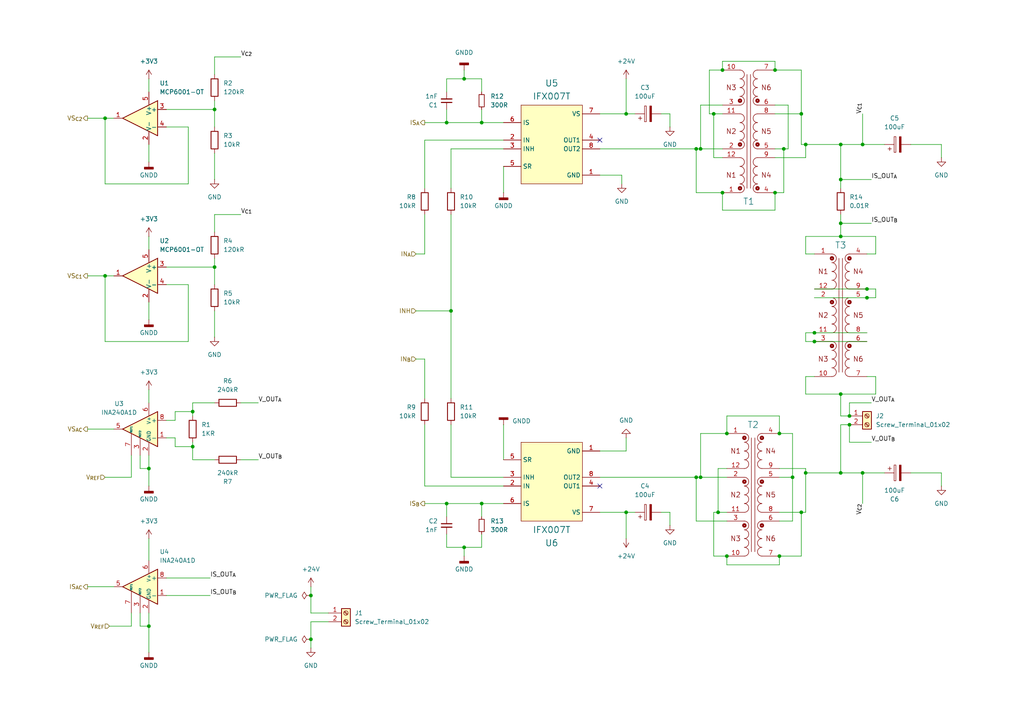
<source format=kicad_sch>
(kicad_sch
	(version 20250114)
	(generator "eeschema")
	(generator_version "9.0")
	(uuid "b865a91b-96ed-462d-83b6-eb26e1222d07")
	(paper "A4")
	(title_block
		(title "H-Bridge Current Conversion")
		(date "2025-03-13")
		(rev "0.1")
		(company "Cezar-Octavian Bontaș")
	)
	(lib_symbols
		(symbol "Amplifier_Current:INA240A1D"
			(pin_names
				(offset 0.127)
			)
			(exclude_from_sim no)
			(in_bom yes)
			(on_board yes)
			(property "Reference" "U"
				(at 3.81 3.81 0)
				(effects
					(font
						(size 1.27 1.27)
					)
					(justify left)
				)
			)
			(property "Value" "INA240A1D"
				(at 3.81 -2.54 0)
				(effects
					(font
						(size 1.27 1.27)
					)
					(justify left)
				)
			)
			(property "Footprint" "Package_SO:SOIC-8_3.9x4.9mm_P1.27mm"
				(at 0 -16.51 0)
				(effects
					(font
						(size 1.27 1.27)
					)
					(hide yes)
				)
			)
			(property "Datasheet" "http://www.ti.com/lit/ds/symlink/ina240.pdf"
				(at 3.81 3.81 0)
				(effects
					(font
						(size 1.27 1.27)
					)
					(hide yes)
				)
			)
			(property "Description" "High- and Low-Side, Bidirectional, Zero-Drift, Current-Sense Amplifier With Enhanced PWM Rejection, 20V/V, SOIC-8"
				(at 0 0 0)
				(effects
					(font
						(size 1.27 1.27)
					)
					(hide yes)
				)
			)
			(property "ki_keywords" "current monitor shunt sensor bidirectional high low"
				(at 0 0 0)
				(effects
					(font
						(size 1.27 1.27)
					)
					(hide yes)
				)
			)
			(property "ki_fp_filters" "SOIC*3.9x4.9mm*P1.27mm*"
				(at 0 0 0)
				(effects
					(font
						(size 1.27 1.27)
					)
					(hide yes)
				)
			)
			(symbol "INA240A1D_0_1"
				(polyline
					(pts
						(xy 5.08 0) (xy -5.08 5.08) (xy -5.08 -5.08) (xy 5.08 0)
					)
					(stroke
						(width 0.254)
						(type default)
					)
					(fill
						(type background)
					)
				)
			)
			(symbol "INA240A1D_1_1"
				(pin input line
					(at -7.62 2.54 0)
					(length 2.54)
					(name "+"
						(effects
							(font
								(size 1.27 1.27)
							)
						)
					)
					(number "8"
						(effects
							(font
								(size 1.27 1.27)
							)
						)
					)
				)
				(pin input line
					(at -7.62 -2.54 0)
					(length 2.54)
					(name "-"
						(effects
							(font
								(size 1.27 1.27)
							)
						)
					)
					(number "1"
						(effects
							(font
								(size 1.27 1.27)
							)
						)
					)
				)
				(pin power_in line
					(at -2.54 7.62 270)
					(length 3.81)
					(name "V+"
						(effects
							(font
								(size 1.016 1.016)
							)
						)
					)
					(number "6"
						(effects
							(font
								(size 1.27 1.27)
							)
						)
					)
				)
				(pin power_in line
					(at -2.54 -7.62 90)
					(length 3.81)
					(name "GND"
						(effects
							(font
								(size 1.016 1.016)
							)
						)
					)
					(number "2"
						(effects
							(font
								(size 1.27 1.27)
							)
						)
					)
				)
				(pin passive line
					(at -2.54 -7.62 90)
					(length 3.81)
					(hide yes)
					(name "GND"
						(effects
							(font
								(size 1.016 1.016)
							)
						)
					)
					(number "4"
						(effects
							(font
								(size 1.27 1.27)
							)
						)
					)
				)
				(pin passive line
					(at 0 -7.62 90)
					(length 5.08)
					(name "REF2"
						(effects
							(font
								(size 0.508 0.508)
							)
						)
					)
					(number "3"
						(effects
							(font
								(size 1.27 1.27)
							)
						)
					)
				)
				(pin passive line
					(at 2.54 -7.62 90)
					(length 6.35)
					(name "REF1"
						(effects
							(font
								(size 0.508 0.508)
							)
						)
					)
					(number "7"
						(effects
							(font
								(size 1.27 1.27)
							)
						)
					)
				)
				(pin output line
					(at 7.62 0 180)
					(length 2.54)
					(name "~"
						(effects
							(font
								(size 1.27 1.27)
							)
						)
					)
					(number "5"
						(effects
							(font
								(size 1.27 1.27)
							)
						)
					)
				)
			)
			(embedded_fonts no)
		)
		(symbol "Amplifier_Operational:MCP6001-OT"
			(pin_names
				(offset 0.127)
			)
			(exclude_from_sim no)
			(in_bom yes)
			(on_board yes)
			(property "Reference" "U"
				(at -1.27 6.35 0)
				(effects
					(font
						(size 1.27 1.27)
					)
					(justify left)
				)
			)
			(property "Value" "MCP6001-OT"
				(at -1.27 3.81 0)
				(effects
					(font
						(size 1.27 1.27)
					)
					(justify left)
				)
			)
			(property "Footprint" "Package_TO_SOT_SMD:SOT-23-5"
				(at -2.54 -5.08 0)
				(effects
					(font
						(size 1.27 1.27)
					)
					(justify left)
					(hide yes)
				)
			)
			(property "Datasheet" "https://ww1.microchip.com/downloads/en/DeviceDoc/MCP6001-1R-1U-2-4-1-MHz-Low-Power-Op-Amp-DS20001733L.pdf"
				(at 0 5.08 0)
				(effects
					(font
						(size 1.27 1.27)
					)
					(hide yes)
				)
			)
			(property "Description" "1MHz, Low-Power Op Amp, SOT-23-5"
				(at 0 0 0)
				(effects
					(font
						(size 1.27 1.27)
					)
					(hide yes)
				)
			)
			(property "ki_keywords" "single opamp"
				(at 0 0 0)
				(effects
					(font
						(size 1.27 1.27)
					)
					(hide yes)
				)
			)
			(property "ki_fp_filters" "SOT?23*"
				(at 0 0 0)
				(effects
					(font
						(size 1.27 1.27)
					)
					(hide yes)
				)
			)
			(symbol "MCP6001-OT_0_1"
				(polyline
					(pts
						(xy -5.08 5.08) (xy 5.08 0) (xy -5.08 -5.08) (xy -5.08 5.08)
					)
					(stroke
						(width 0.254)
						(type default)
					)
					(fill
						(type background)
					)
				)
				(pin power_in line
					(at -2.54 7.62 270)
					(length 3.81)
					(name "V+"
						(effects
							(font
								(size 1.27 1.27)
							)
						)
					)
					(number "5"
						(effects
							(font
								(size 1.27 1.27)
							)
						)
					)
				)
				(pin power_in line
					(at -2.54 -7.62 90)
					(length 3.81)
					(name "V-"
						(effects
							(font
								(size 1.27 1.27)
							)
						)
					)
					(number "2"
						(effects
							(font
								(size 1.27 1.27)
							)
						)
					)
				)
			)
			(symbol "MCP6001-OT_1_1"
				(pin input line
					(at -7.62 2.54 0)
					(length 2.54)
					(name "+"
						(effects
							(font
								(size 1.27 1.27)
							)
						)
					)
					(number "3"
						(effects
							(font
								(size 1.27 1.27)
							)
						)
					)
				)
				(pin input line
					(at -7.62 -2.54 0)
					(length 2.54)
					(name "-"
						(effects
							(font
								(size 1.27 1.27)
							)
						)
					)
					(number "4"
						(effects
							(font
								(size 1.27 1.27)
							)
						)
					)
				)
				(pin output line
					(at 7.62 0 180)
					(length 2.54)
					(name "~"
						(effects
							(font
								(size 1.27 1.27)
							)
						)
					)
					(number "1"
						(effects
							(font
								(size 1.27 1.27)
							)
						)
					)
				)
			)
			(embedded_fonts no)
		)
		(symbol "Connector:Screw_Terminal_01x02"
			(pin_names
				(offset 1.016)
				(hide yes)
			)
			(exclude_from_sim no)
			(in_bom yes)
			(on_board yes)
			(property "Reference" "J"
				(at 0 2.54 0)
				(effects
					(font
						(size 1.27 1.27)
					)
				)
			)
			(property "Value" "Screw_Terminal_01x02"
				(at 0 -5.08 0)
				(effects
					(font
						(size 1.27 1.27)
					)
				)
			)
			(property "Footprint" ""
				(at 0 0 0)
				(effects
					(font
						(size 1.27 1.27)
					)
					(hide yes)
				)
			)
			(property "Datasheet" "~"
				(at 0 0 0)
				(effects
					(font
						(size 1.27 1.27)
					)
					(hide yes)
				)
			)
			(property "Description" "Generic screw terminal, single row, 01x02, script generated (kicad-library-utils/schlib/autogen/connector/)"
				(at 0 0 0)
				(effects
					(font
						(size 1.27 1.27)
					)
					(hide yes)
				)
			)
			(property "ki_keywords" "screw terminal"
				(at 0 0 0)
				(effects
					(font
						(size 1.27 1.27)
					)
					(hide yes)
				)
			)
			(property "ki_fp_filters" "TerminalBlock*:*"
				(at 0 0 0)
				(effects
					(font
						(size 1.27 1.27)
					)
					(hide yes)
				)
			)
			(symbol "Screw_Terminal_01x02_1_1"
				(rectangle
					(start -1.27 1.27)
					(end 1.27 -3.81)
					(stroke
						(width 0.254)
						(type default)
					)
					(fill
						(type background)
					)
				)
				(polyline
					(pts
						(xy -0.5334 0.3302) (xy 0.3302 -0.508)
					)
					(stroke
						(width 0.1524)
						(type default)
					)
					(fill
						(type none)
					)
				)
				(polyline
					(pts
						(xy -0.5334 -2.2098) (xy 0.3302 -3.048)
					)
					(stroke
						(width 0.1524)
						(type default)
					)
					(fill
						(type none)
					)
				)
				(polyline
					(pts
						(xy -0.3556 0.508) (xy 0.508 -0.3302)
					)
					(stroke
						(width 0.1524)
						(type default)
					)
					(fill
						(type none)
					)
				)
				(polyline
					(pts
						(xy -0.3556 -2.032) (xy 0.508 -2.8702)
					)
					(stroke
						(width 0.1524)
						(type default)
					)
					(fill
						(type none)
					)
				)
				(circle
					(center 0 0)
					(radius 0.635)
					(stroke
						(width 0.1524)
						(type default)
					)
					(fill
						(type none)
					)
				)
				(circle
					(center 0 -2.54)
					(radius 0.635)
					(stroke
						(width 0.1524)
						(type default)
					)
					(fill
						(type none)
					)
				)
				(pin passive line
					(at -5.08 0 0)
					(length 3.81)
					(name "Pin_1"
						(effects
							(font
								(size 1.27 1.27)
							)
						)
					)
					(number "1"
						(effects
							(font
								(size 1.27 1.27)
							)
						)
					)
				)
				(pin passive line
					(at -5.08 -2.54 0)
					(length 3.81)
					(name "Pin_2"
						(effects
							(font
								(size 1.27 1.27)
							)
						)
					)
					(number "2"
						(effects
							(font
								(size 1.27 1.27)
							)
						)
					)
				)
			)
			(embedded_fonts no)
		)
		(symbol "Device:C_Polarized"
			(pin_numbers
				(hide yes)
			)
			(pin_names
				(offset 0.254)
			)
			(exclude_from_sim no)
			(in_bom yes)
			(on_board yes)
			(property "Reference" "C"
				(at 0.635 2.54 0)
				(effects
					(font
						(size 1.27 1.27)
					)
					(justify left)
				)
			)
			(property "Value" "C_Polarized"
				(at 0.635 -2.54 0)
				(effects
					(font
						(size 1.27 1.27)
					)
					(justify left)
				)
			)
			(property "Footprint" ""
				(at 0.9652 -3.81 0)
				(effects
					(font
						(size 1.27 1.27)
					)
					(hide yes)
				)
			)
			(property "Datasheet" "~"
				(at 0 0 0)
				(effects
					(font
						(size 1.27 1.27)
					)
					(hide yes)
				)
			)
			(property "Description" "Polarized capacitor"
				(at 0 0 0)
				(effects
					(font
						(size 1.27 1.27)
					)
					(hide yes)
				)
			)
			(property "ki_keywords" "cap capacitor"
				(at 0 0 0)
				(effects
					(font
						(size 1.27 1.27)
					)
					(hide yes)
				)
			)
			(property "ki_fp_filters" "CP_*"
				(at 0 0 0)
				(effects
					(font
						(size 1.27 1.27)
					)
					(hide yes)
				)
			)
			(symbol "C_Polarized_0_1"
				(rectangle
					(start -2.286 0.508)
					(end 2.286 1.016)
					(stroke
						(width 0)
						(type default)
					)
					(fill
						(type none)
					)
				)
				(polyline
					(pts
						(xy -1.778 2.286) (xy -0.762 2.286)
					)
					(stroke
						(width 0)
						(type default)
					)
					(fill
						(type none)
					)
				)
				(polyline
					(pts
						(xy -1.27 2.794) (xy -1.27 1.778)
					)
					(stroke
						(width 0)
						(type default)
					)
					(fill
						(type none)
					)
				)
				(rectangle
					(start 2.286 -0.508)
					(end -2.286 -1.016)
					(stroke
						(width 0)
						(type default)
					)
					(fill
						(type outline)
					)
				)
			)
			(symbol "C_Polarized_1_1"
				(pin passive line
					(at 0 3.81 270)
					(length 2.794)
					(name "~"
						(effects
							(font
								(size 1.27 1.27)
							)
						)
					)
					(number "1"
						(effects
							(font
								(size 1.27 1.27)
							)
						)
					)
				)
				(pin passive line
					(at 0 -3.81 90)
					(length 2.794)
					(name "~"
						(effects
							(font
								(size 1.27 1.27)
							)
						)
					)
					(number "2"
						(effects
							(font
								(size 1.27 1.27)
							)
						)
					)
				)
			)
			(embedded_fonts no)
		)
		(symbol "Device:C_Small"
			(pin_numbers
				(hide yes)
			)
			(pin_names
				(offset 0.254)
				(hide yes)
			)
			(exclude_from_sim no)
			(in_bom yes)
			(on_board yes)
			(property "Reference" "C"
				(at 0.254 1.778 0)
				(effects
					(font
						(size 1.27 1.27)
					)
					(justify left)
				)
			)
			(property "Value" "C_Small"
				(at 0.254 -2.032 0)
				(effects
					(font
						(size 1.27 1.27)
					)
					(justify left)
				)
			)
			(property "Footprint" ""
				(at 0 0 0)
				(effects
					(font
						(size 1.27 1.27)
					)
					(hide yes)
				)
			)
			(property "Datasheet" "~"
				(at 0 0 0)
				(effects
					(font
						(size 1.27 1.27)
					)
					(hide yes)
				)
			)
			(property "Description" "Unpolarized capacitor, small symbol"
				(at 0 0 0)
				(effects
					(font
						(size 1.27 1.27)
					)
					(hide yes)
				)
			)
			(property "ki_keywords" "capacitor cap"
				(at 0 0 0)
				(effects
					(font
						(size 1.27 1.27)
					)
					(hide yes)
				)
			)
			(property "ki_fp_filters" "C_*"
				(at 0 0 0)
				(effects
					(font
						(size 1.27 1.27)
					)
					(hide yes)
				)
			)
			(symbol "C_Small_0_1"
				(polyline
					(pts
						(xy -1.524 0.508) (xy 1.524 0.508)
					)
					(stroke
						(width 0.3048)
						(type default)
					)
					(fill
						(type none)
					)
				)
				(polyline
					(pts
						(xy -1.524 -0.508) (xy 1.524 -0.508)
					)
					(stroke
						(width 0.3302)
						(type default)
					)
					(fill
						(type none)
					)
				)
			)
			(symbol "C_Small_1_1"
				(pin passive line
					(at 0 2.54 270)
					(length 2.032)
					(name "~"
						(effects
							(font
								(size 1.27 1.27)
							)
						)
					)
					(number "1"
						(effects
							(font
								(size 1.27 1.27)
							)
						)
					)
				)
				(pin passive line
					(at 0 -2.54 90)
					(length 2.032)
					(name "~"
						(effects
							(font
								(size 1.27 1.27)
							)
						)
					)
					(number "2"
						(effects
							(font
								(size 1.27 1.27)
							)
						)
					)
				)
			)
			(embedded_fonts no)
		)
		(symbol "Device:R"
			(pin_numbers
				(hide yes)
			)
			(pin_names
				(offset 0)
			)
			(exclude_from_sim no)
			(in_bom yes)
			(on_board yes)
			(property "Reference" "R"
				(at 2.032 0 90)
				(effects
					(font
						(size 1.27 1.27)
					)
				)
			)
			(property "Value" "R"
				(at 0 0 90)
				(effects
					(font
						(size 1.27 1.27)
					)
				)
			)
			(property "Footprint" ""
				(at -1.778 0 90)
				(effects
					(font
						(size 1.27 1.27)
					)
					(hide yes)
				)
			)
			(property "Datasheet" "~"
				(at 0 0 0)
				(effects
					(font
						(size 1.27 1.27)
					)
					(hide yes)
				)
			)
			(property "Description" "Resistor"
				(at 0 0 0)
				(effects
					(font
						(size 1.27 1.27)
					)
					(hide yes)
				)
			)
			(property "ki_keywords" "R res resistor"
				(at 0 0 0)
				(effects
					(font
						(size 1.27 1.27)
					)
					(hide yes)
				)
			)
			(property "ki_fp_filters" "R_*"
				(at 0 0 0)
				(effects
					(font
						(size 1.27 1.27)
					)
					(hide yes)
				)
			)
			(symbol "R_0_1"
				(rectangle
					(start -1.016 -2.54)
					(end 1.016 2.54)
					(stroke
						(width 0.254)
						(type default)
					)
					(fill
						(type none)
					)
				)
			)
			(symbol "R_1_1"
				(pin passive line
					(at 0 3.81 270)
					(length 1.27)
					(name "~"
						(effects
							(font
								(size 1.27 1.27)
							)
						)
					)
					(number "1"
						(effects
							(font
								(size 1.27 1.27)
							)
						)
					)
				)
				(pin passive line
					(at 0 -3.81 90)
					(length 1.27)
					(name "~"
						(effects
							(font
								(size 1.27 1.27)
							)
						)
					)
					(number "2"
						(effects
							(font
								(size 1.27 1.27)
							)
						)
					)
				)
			)
			(embedded_fonts no)
		)
		(symbol "Device:R_Small"
			(pin_numbers
				(hide yes)
			)
			(pin_names
				(offset 0.254)
				(hide yes)
			)
			(exclude_from_sim no)
			(in_bom yes)
			(on_board yes)
			(property "Reference" "R"
				(at 0.762 0.508 0)
				(effects
					(font
						(size 1.27 1.27)
					)
					(justify left)
				)
			)
			(property "Value" "R_Small"
				(at 0.762 -1.016 0)
				(effects
					(font
						(size 1.27 1.27)
					)
					(justify left)
				)
			)
			(property "Footprint" ""
				(at 0 0 0)
				(effects
					(font
						(size 1.27 1.27)
					)
					(hide yes)
				)
			)
			(property "Datasheet" "~"
				(at 0 0 0)
				(effects
					(font
						(size 1.27 1.27)
					)
					(hide yes)
				)
			)
			(property "Description" "Resistor, small symbol"
				(at 0 0 0)
				(effects
					(font
						(size 1.27 1.27)
					)
					(hide yes)
				)
			)
			(property "ki_keywords" "R resistor"
				(at 0 0 0)
				(effects
					(font
						(size 1.27 1.27)
					)
					(hide yes)
				)
			)
			(property "ki_fp_filters" "R_*"
				(at 0 0 0)
				(effects
					(font
						(size 1.27 1.27)
					)
					(hide yes)
				)
			)
			(symbol "R_Small_0_1"
				(rectangle
					(start -0.762 1.778)
					(end 0.762 -1.778)
					(stroke
						(width 0.2032)
						(type default)
					)
					(fill
						(type none)
					)
				)
			)
			(symbol "R_Small_1_1"
				(pin passive line
					(at 0 2.54 270)
					(length 0.762)
					(name "~"
						(effects
							(font
								(size 1.27 1.27)
							)
						)
					)
					(number "1"
						(effects
							(font
								(size 1.27 1.27)
							)
						)
					)
				)
				(pin passive line
					(at 0 -2.54 90)
					(length 0.762)
					(name "~"
						(effects
							(font
								(size 1.27 1.27)
							)
						)
					)
					(number "2"
						(effects
							(font
								(size 1.27 1.27)
							)
						)
					)
				)
			)
			(embedded_fonts no)
		)
		(symbol "IFX007T:IFX007T"
			(exclude_from_sim no)
			(in_bom yes)
			(on_board yes)
			(property "Reference" "U"
				(at 0 0 0)
				(effects
					(font
						(size 1.8288 1.8288)
					)
				)
			)
			(property "Value" "IFX007T"
				(at 0 -25.4 0)
				(effects
					(font
						(size 1.8288 1.8288)
					)
					(justify left bottom)
				)
			)
			(property "Footprint" ""
				(at 0 0 0)
				(effects
					(font
						(size 1.27 1.27)
					)
					(hide yes)
				)
			)
			(property "Datasheet" ""
				(at 0 0 0)
				(effects
					(font
						(size 1.27 1.27)
					)
					(hide yes)
				)
			)
			(property "Description" "High Current PN Half Bridge NovalithIC"
				(at 0 0 0)
				(effects
					(font
						(size 1.27 1.27)
					)
					(hide yes)
				)
			)
			(property "PackageReference" "PG-TO263-7-1"
				(at -5.588 -27.94 0)
				(effects
					(font
						(size 1.8288 1.8288)
					)
					(justify left bottom)
					(hide yes)
				)
			)
			(property "Manufacturer Order Number" "IFX007T"
				(at -5.588 -27.94 0)
				(effects
					(font
						(size 1.8288 1.8288)
					)
					(justify left bottom)
					(hide yes)
				)
			)
			(property "Manufacturer" "Infineon Technologies"
				(at -5.588 -27.94 0)
				(effects
					(font
						(size 1.8288 1.8288)
					)
					(justify left bottom)
					(hide yes)
				)
			)
			(symbol "IFX007T_1_0"
				(rectangle
					(start 17.78 0)
					(end 0 -22.86)
					(stroke
						(width 0)
						(type solid)
						(color 128 0 0 1)
					)
					(fill
						(type background)
					)
				)
				(pin output line
					(at -5.08 -5.08 0)
					(length 5.08)
					(name "IS"
						(effects
							(font
								(size 1.27 1.27)
							)
						)
					)
					(number "6"
						(effects
							(font
								(size 1.27 1.27)
							)
						)
					)
				)
				(pin input line
					(at -5.08 -10.16 0)
					(length 5.08)
					(name "IN"
						(effects
							(font
								(size 1.27 1.27)
							)
						)
					)
					(number "2"
						(effects
							(font
								(size 1.27 1.27)
							)
						)
					)
				)
				(pin input line
					(at -5.08 -12.7 0)
					(length 5.08)
					(name "INH"
						(effects
							(font
								(size 1.27 1.27)
							)
						)
					)
					(number "3"
						(effects
							(font
								(size 1.27 1.27)
							)
						)
					)
				)
				(pin input line
					(at -5.08 -17.78 0)
					(length 5.08)
					(name "SR"
						(effects
							(font
								(size 1.27 1.27)
							)
						)
					)
					(number "5"
						(effects
							(font
								(size 1.27 1.27)
							)
						)
					)
				)
				(pin power_in line
					(at 22.86 -2.54 180)
					(length 5.08)
					(name "VS"
						(effects
							(font
								(size 1.27 1.27)
							)
						)
					)
					(number "7"
						(effects
							(font
								(size 1.27 1.27)
							)
						)
					)
				)
				(pin output line
					(at 22.86 -10.16 180)
					(length 5.08)
					(name "OUT1"
						(effects
							(font
								(size 1.27 1.27)
							)
						)
					)
					(number "4"
						(effects
							(font
								(size 1.27 1.27)
							)
						)
					)
				)
				(pin output line
					(at 22.86 -12.7 180)
					(length 5.08)
					(name "OUT2"
						(effects
							(font
								(size 1.27 1.27)
							)
						)
					)
					(number "8"
						(effects
							(font
								(size 1.27 1.27)
							)
						)
					)
				)
				(pin power_in line
					(at 22.86 -20.32 180)
					(length 5.08)
					(name "GND"
						(effects
							(font
								(size 1.27 1.27)
							)
						)
					)
					(number "1"
						(effects
							(font
								(size 1.27 1.27)
							)
						)
					)
				)
			)
			(embedded_fonts no)
		)
		(symbol "WE-FLEX (rev24a):749196521"
			(pin_names
				(hide yes)
			)
			(exclude_from_sim no)
			(in_bom yes)
			(on_board yes)
			(property "Reference" "T"
				(at 1.457 -38.862 0)
				(effects
					(font
						(size 1.8288 1.8288)
					)
				)
			)
			(property "Value" "12uH, 1.7A"
				(at 0 2.54 0)
				(effects
					(font
						(size 1.8288 1.8288)
					)
					(justify left bottom)
					(hide yes)
				)
			)
			(property "Footprint" "WE-FLEX (rev24a):WE-FLEX_EFD20"
				(at 0 0 0)
				(effects
					(font
						(size 1.27 1.27)
					)
					(hide yes)
				)
			)
			(property "Datasheet" ""
				(at 0 0 0)
				(effects
					(font
						(size 1.27 1.27)
					)
					(hide yes)
				)
			)
			(property "Description" "WE-FLEX SMT Flexible Transformer for DC/DC Converter, EFD20, 12uH, 1.7A"
				(at 0 0 0)
				(effects
					(font
						(size 1.27 1.27)
					)
					(hide yes)
				)
			)
			(property "Manufacturer Part Number" "749196521"
				(at -0.508 3.81 0)
				(effects
					(font
						(size 1.8288 1.8288)
					)
					(justify left bottom)
					(hide yes)
				)
			)
			(property "Category" "Flexible Transformers For SMPS"
				(at -0.508 3.81 0)
				(effects
					(font
						(size 1.8288 1.8288)
					)
					(justify left bottom)
					(hide yes)
				)
			)
			(property "Match Code" "WE-FLEX"
				(at -0.508 3.81 0)
				(effects
					(font
						(size 1.8288 1.8288)
					)
					(justify left bottom)
					(hide yes)
				)
			)
			(property "ComponentLink1Description" "Website Link"
				(at -0.508 3.81 0)
				(effects
					(font
						(size 1.8288 1.8288)
					)
					(justify left bottom)
					(hide yes)
				)
			)
			(property "ComponentLink1URL" "https://www.we-online.com/redexpert/article/749196521?ad"
				(at -0.508 3.81 0)
				(effects
					(font
						(size 1.8288 1.8288)
					)
					(justify left bottom)
					(hide yes)
				)
			)
			(property "ComponentLink2Description" "Datasheet Link"
				(at -0.508 3.81 0)
				(effects
					(font
						(size 1.8288 1.8288)
					)
					(justify left bottom)
					(hide yes)
				)
			)
			(property "ComponentLink2URL" "https://www.we-online.com/redexpert/spec/749196521?ad"
				(at -0.508 3.81 0)
				(effects
					(font
						(size 1.8288 1.8288)
					)
					(justify left bottom)
					(hide yes)
				)
			)
			(property "Manufacturer" "Wurth Elektronik"
				(at -0.508 3.81 0)
				(effects
					(font
						(size 1.8288 1.8288)
					)
					(justify left bottom)
					(hide yes)
				)
			)
			(property "Mount" "Surface Mount"
				(at -0.508 3.81 0)
				(effects
					(font
						(size 1.8288 1.8288)
					)
					(justify left bottom)
					(hide yes)
				)
			)
			(property "Operating Temperature Max" "125°C"
				(at -0.508 3.81 0)
				(effects
					(font
						(size 1.8288 1.8288)
					)
					(justify left bottom)
					(hide yes)
				)
			)
			(property "Operating Temperature Min" "-40°C"
				(at -0.508 3.81 0)
				(effects
					(font
						(size 1.8288 1.8288)
					)
					(justify left bottom)
					(hide yes)
				)
			)
			(property "Packaging" "Tape and Reel"
				(at -0.508 3.81 0)
				(effects
					(font
						(size 1.8288 1.8288)
					)
					(justify left bottom)
					(hide yes)
				)
			)
			(property "Case/Size Code" "EFD20"
				(at -0.508 3.81 0)
				(effects
					(font
						(size 1.8288 1.8288)
					)
					(justify left bottom)
					(hide yes)
				)
			)
			(property "Length" "21mm"
				(at -0.508 3.81 0)
				(effects
					(font
						(size 1.8288 1.8288)
					)
					(justify left bottom)
					(hide yes)
				)
			)
			(property "Width" "21mm"
				(at -0.508 3.81 0)
				(effects
					(font
						(size 1.8288 1.8288)
					)
					(justify left bottom)
					(hide yes)
				)
			)
			(property "Height" "10.8mm"
				(at -0.508 3.81 0)
				(effects
					(font
						(size 1.8288 1.8288)
					)
					(justify left bottom)
					(hide yes)
				)
			)
			(property "DC Resistance Base" "71.1mOhm"
				(at -0.508 3.81 0)
				(effects
					(font
						(size 1.8288 1.8288)
					)
					(justify left bottom)
					(hide yes)
				)
			)
			(property "Inductance Base" "12uH"
				(at -0.508 3.81 0)
				(effects
					(font
						(size 1.8288 1.8288)
					)
					(justify left bottom)
					(hide yes)
				)
			)
			(property "Insulation Test Voltage" "500VAC"
				(at -0.508 3.81 0)
				(effects
					(font
						(size 1.8288 1.8288)
					)
					(justify left bottom)
					(hide yes)
				)
			)
			(property "Leakage Inductance Base" "0.24uH"
				(at -0.508 3.81 0)
				(effects
					(font
						(size 1.8288 1.8288)
					)
					(justify left bottom)
					(hide yes)
				)
			)
			(property "Rated Current Base" "1.7A"
				(at -0.508 3.81 0)
				(effects
					(font
						(size 1.8288 1.8288)
					)
					(justify left bottom)
					(hide yes)
				)
			)
			(property "Saturation Current Base" "1.73A"
				(at -0.508 3.81 0)
				(effects
					(font
						(size 1.8288 1.8288)
					)
					(justify left bottom)
					(hide yes)
				)
			)
			(property "Turns Ratio" "1:1:1:1:1:1"
				(at -0.508 3.81 0)
				(effects
					(font
						(size 1.8288 1.8288)
					)
					(justify left bottom)
					(hide yes)
				)
			)
			(property "Type" "gapped"
				(at -0.508 3.81 0)
				(effects
					(font
						(size 1.8288 1.8288)
					)
					(justify left bottom)
					(hide yes)
				)
			)
			(property "Voltage-µSecond Base" "98.4uVs"
				(at -0.508 3.81 0)
				(effects
					(font
						(size 1.8288 1.8288)
					)
					(justify left bottom)
					(hide yes)
				)
			)
			(property "ki_fp_filters" "*WE-FLEX_EFD20*"
				(at 0 0 0)
				(effects
					(font
						(size 1.27 1.27)
					)
					(hide yes)
				)
			)
			(symbol "749196521_1_0"
				(arc
					(start 5.08 0)
					(mid 6.35 -1.27)
					(end 5.08 -2.54)
					(stroke
						(width 0)
						(type solid)
					)
					(fill
						(type none)
					)
				)
				(circle
					(center 5.08 -1.27)
					(radius 0.127)
					(stroke
						(width 0.508)
						(type solid)
					)
					(fill
						(type none)
					)
				)
				(arc
					(start 5.08 -2.54)
					(mid 6.35 -3.81)
					(end 5.08 -5.08)
					(stroke
						(width 0)
						(type solid)
					)
					(fill
						(type none)
					)
				)
				(arc
					(start 5.08 -5.08)
					(mid 6.35 -6.35)
					(end 5.08 -7.62)
					(stroke
						(width 0)
						(type solid)
					)
					(fill
						(type none)
					)
				)
				(arc
					(start 5.08 -7.62)
					(mid 6.35 -8.89)
					(end 5.08 -10.16)
					(stroke
						(width 0)
						(type solid)
					)
					(fill
						(type none)
					)
				)
				(arc
					(start 5.08 -12.7)
					(mid 6.35 -13.97)
					(end 5.08 -15.24)
					(stroke
						(width 0)
						(type solid)
					)
					(fill
						(type none)
					)
				)
				(circle
					(center 5.08 -13.97)
					(radius 0.127)
					(stroke
						(width 0.508)
						(type solid)
					)
					(fill
						(type none)
					)
				)
				(arc
					(start 5.08 -15.24)
					(mid 6.35 -16.51)
					(end 5.08 -17.78)
					(stroke
						(width 0)
						(type solid)
					)
					(fill
						(type none)
					)
				)
				(arc
					(start 5.08 -17.78)
					(mid 6.35 -19.05)
					(end 5.08 -20.32)
					(stroke
						(width 0)
						(type solid)
					)
					(fill
						(type none)
					)
				)
				(arc
					(start 5.08 -20.32)
					(mid 6.35 -21.59)
					(end 5.08 -22.86)
					(stroke
						(width 0)
						(type solid)
					)
					(fill
						(type none)
					)
				)
				(arc
					(start 5.08 -25.4)
					(mid 6.35 -26.67)
					(end 5.08 -27.94)
					(stroke
						(width 0)
						(type solid)
					)
					(fill
						(type none)
					)
				)
				(circle
					(center 5.08 -26.67)
					(radius 0.127)
					(stroke
						(width 0.508)
						(type solid)
					)
					(fill
						(type none)
					)
				)
				(arc
					(start 5.08 -27.94)
					(mid 6.35 -29.21)
					(end 5.08 -30.48)
					(stroke
						(width 0)
						(type solid)
					)
					(fill
						(type none)
					)
				)
				(arc
					(start 5.08 -30.48)
					(mid 6.35 -31.75)
					(end 5.08 -33.02)
					(stroke
						(width 0)
						(type solid)
					)
					(fill
						(type none)
					)
				)
				(arc
					(start 5.08 -33.02)
					(mid 6.35 -34.29)
					(end 5.08 -35.56)
					(stroke
						(width 0)
						(type solid)
					)
					(fill
						(type none)
					)
				)
				(polyline
					(pts
						(xy 7.112 -34.29) (xy 7.112 -1.27)
					)
					(stroke
						(width 0)
						(type solid)
					)
					(fill
						(type none)
					)
				)
				(polyline
					(pts
						(xy 8.128 -34.29) (xy 8.128 -1.27)
					)
					(stroke
						(width 0)
						(type solid)
					)
					(fill
						(type none)
					)
				)
				(circle
					(center 10.16 -1.27)
					(radius 0.127)
					(stroke
						(width 0.508)
						(type solid)
					)
					(fill
						(type none)
					)
				)
				(arc
					(start 10.16 -2.54)
					(mid 8.89 -1.27)
					(end 10.16 0)
					(stroke
						(width 0)
						(type solid)
					)
					(fill
						(type none)
					)
				)
				(arc
					(start 10.16 -5.08)
					(mid 8.89 -3.81)
					(end 10.16 -2.54)
					(stroke
						(width 0)
						(type solid)
					)
					(fill
						(type none)
					)
				)
				(arc
					(start 10.16 -7.62)
					(mid 8.89 -6.35)
					(end 10.16 -5.08)
					(stroke
						(width 0)
						(type solid)
					)
					(fill
						(type none)
					)
				)
				(arc
					(start 10.16 -10.16)
					(mid 8.89 -8.89)
					(end 10.16 -7.62)
					(stroke
						(width 0)
						(type solid)
					)
					(fill
						(type none)
					)
				)
				(circle
					(center 10.16 -13.97)
					(radius 0.127)
					(stroke
						(width 0.508)
						(type solid)
					)
					(fill
						(type none)
					)
				)
				(arc
					(start 10.16 -15.24)
					(mid 8.89 -13.97)
					(end 10.16 -12.7)
					(stroke
						(width 0)
						(type solid)
					)
					(fill
						(type none)
					)
				)
				(arc
					(start 10.16 -17.78)
					(mid 8.89 -16.51)
					(end 10.16 -15.24)
					(stroke
						(width 0)
						(type solid)
					)
					(fill
						(type none)
					)
				)
				(arc
					(start 10.16 -20.32)
					(mid 8.89 -19.05)
					(end 10.16 -17.78)
					(stroke
						(width 0)
						(type solid)
					)
					(fill
						(type none)
					)
				)
				(arc
					(start 10.16 -22.86)
					(mid 8.89 -21.59)
					(end 10.16 -20.32)
					(stroke
						(width 0)
						(type solid)
					)
					(fill
						(type none)
					)
				)
				(circle
					(center 10.16 -26.67)
					(radius 0.127)
					(stroke
						(width 0.508)
						(type solid)
					)
					(fill
						(type none)
					)
				)
				(arc
					(start 10.16 -27.94)
					(mid 8.89 -26.67)
					(end 10.16 -25.4)
					(stroke
						(width 0)
						(type solid)
					)
					(fill
						(type none)
					)
				)
				(arc
					(start 10.16 -30.48)
					(mid 8.89 -29.21)
					(end 10.16 -27.94)
					(stroke
						(width 0)
						(type solid)
					)
					(fill
						(type none)
					)
				)
				(arc
					(start 10.16 -33.02)
					(mid 8.89 -31.75)
					(end 10.16 -30.48)
					(stroke
						(width 0)
						(type solid)
					)
					(fill
						(type none)
					)
				)
				(arc
					(start 10.16 -35.56)
					(mid 8.89 -34.29)
					(end 10.16 -33.02)
					(stroke
						(width 0)
						(type solid)
					)
					(fill
						(type none)
					)
				)
				(text "N1"
					(at 2.54 -5.08 0)
					(effects
						(font
							(size 1.4478 1.4478)
						)
					)
				)
				(text "N2"
					(at 2.54 -17.78 0)
					(effects
						(font
							(size 1.4478 1.4478)
						)
					)
				)
				(text "N3"
					(at 2.54 -30.48 0)
					(effects
						(font
							(size 1.4478 1.4478)
						)
					)
				)
				(text "N4"
					(at 12.7 -5.08 0)
					(effects
						(font
							(size 1.4478 1.4478)
						)
					)
				)
				(text "N5"
					(at 12.7 -17.78 0)
					(effects
						(font
							(size 1.4478 1.4478)
						)
					)
				)
				(text "N6"
					(at 12.7 -30.48 0)
					(effects
						(font
							(size 1.4478 1.4478)
						)
					)
				)
				(pin passive line
					(at 0 0 0)
					(length 5.08)
					(name "1"
						(effects
							(font
								(size 1.27 1.27)
							)
						)
					)
					(number "1"
						(effects
							(font
								(size 1.27 1.27)
							)
						)
					)
				)
				(pin passive line
					(at 0 -10.16 0)
					(length 5.08)
					(name "12"
						(effects
							(font
								(size 1.27 1.27)
							)
						)
					)
					(number "12"
						(effects
							(font
								(size 1.27 1.27)
							)
						)
					)
				)
				(pin passive line
					(at 0 -12.7 0)
					(length 5.08)
					(name "2"
						(effects
							(font
								(size 1.27 1.27)
							)
						)
					)
					(number "2"
						(effects
							(font
								(size 1.27 1.27)
							)
						)
					)
				)
				(pin passive line
					(at 0 -22.86 0)
					(length 5.08)
					(name "11"
						(effects
							(font
								(size 1.27 1.27)
							)
						)
					)
					(number "11"
						(effects
							(font
								(size 1.27 1.27)
							)
						)
					)
				)
				(pin passive line
					(at 0 -25.4 0)
					(length 5.08)
					(name "3"
						(effects
							(font
								(size 1.27 1.27)
							)
						)
					)
					(number "3"
						(effects
							(font
								(size 1.27 1.27)
							)
						)
					)
				)
				(pin passive line
					(at 0 -35.56 0)
					(length 5.08)
					(name "10"
						(effects
							(font
								(size 1.27 1.27)
							)
						)
					)
					(number "10"
						(effects
							(font
								(size 1.27 1.27)
							)
						)
					)
				)
				(pin passive line
					(at 15.24 0 180)
					(length 5.08)
					(name "4"
						(effects
							(font
								(size 1.27 1.27)
							)
						)
					)
					(number "4"
						(effects
							(font
								(size 1.27 1.27)
							)
						)
					)
				)
				(pin passive line
					(at 15.24 -10.16 180)
					(length 5.08)
					(name "9"
						(effects
							(font
								(size 1.27 1.27)
							)
						)
					)
					(number "9"
						(effects
							(font
								(size 1.27 1.27)
							)
						)
					)
				)
				(pin passive line
					(at 15.24 -12.7 180)
					(length 5.08)
					(name "5"
						(effects
							(font
								(size 1.27 1.27)
							)
						)
					)
					(number "5"
						(effects
							(font
								(size 1.27 1.27)
							)
						)
					)
				)
				(pin passive line
					(at 15.24 -22.86 180)
					(length 5.08)
					(name "8"
						(effects
							(font
								(size 1.27 1.27)
							)
						)
					)
					(number "8"
						(effects
							(font
								(size 1.27 1.27)
							)
						)
					)
				)
				(pin passive line
					(at 15.24 -25.4 180)
					(length 5.08)
					(name "6"
						(effects
							(font
								(size 1.27 1.27)
							)
						)
					)
					(number "6"
						(effects
							(font
								(size 1.27 1.27)
							)
						)
					)
				)
				(pin passive line
					(at 15.24 -35.56 180)
					(length 5.08)
					(name "7"
						(effects
							(font
								(size 1.27 1.27)
							)
						)
					)
					(number "7"
						(effects
							(font
								(size 1.27 1.27)
							)
						)
					)
				)
			)
			(embedded_fonts no)
		)
		(symbol "power:+24V"
			(power)
			(pin_numbers
				(hide yes)
			)
			(pin_names
				(offset 0)
				(hide yes)
			)
			(exclude_from_sim no)
			(in_bom yes)
			(on_board yes)
			(property "Reference" "#PWR"
				(at 0 -3.81 0)
				(effects
					(font
						(size 1.27 1.27)
					)
					(hide yes)
				)
			)
			(property "Value" "+24V"
				(at 0 3.556 0)
				(effects
					(font
						(size 1.27 1.27)
					)
				)
			)
			(property "Footprint" ""
				(at 0 0 0)
				(effects
					(font
						(size 1.27 1.27)
					)
					(hide yes)
				)
			)
			(property "Datasheet" ""
				(at 0 0 0)
				(effects
					(font
						(size 1.27 1.27)
					)
					(hide yes)
				)
			)
			(property "Description" "Power symbol creates a global label with name \"+24V\""
				(at 0 0 0)
				(effects
					(font
						(size 1.27 1.27)
					)
					(hide yes)
				)
			)
			(property "ki_keywords" "global power"
				(at 0 0 0)
				(effects
					(font
						(size 1.27 1.27)
					)
					(hide yes)
				)
			)
			(symbol "+24V_0_1"
				(polyline
					(pts
						(xy -0.762 1.27) (xy 0 2.54)
					)
					(stroke
						(width 0)
						(type default)
					)
					(fill
						(type none)
					)
				)
				(polyline
					(pts
						(xy 0 2.54) (xy 0.762 1.27)
					)
					(stroke
						(width 0)
						(type default)
					)
					(fill
						(type none)
					)
				)
				(polyline
					(pts
						(xy 0 0) (xy 0 2.54)
					)
					(stroke
						(width 0)
						(type default)
					)
					(fill
						(type none)
					)
				)
			)
			(symbol "+24V_1_1"
				(pin power_in line
					(at 0 0 90)
					(length 0)
					(name "~"
						(effects
							(font
								(size 1.27 1.27)
							)
						)
					)
					(number "1"
						(effects
							(font
								(size 1.27 1.27)
							)
						)
					)
				)
			)
			(embedded_fonts no)
		)
		(symbol "power:+3V3"
			(power)
			(pin_numbers
				(hide yes)
			)
			(pin_names
				(offset 0)
				(hide yes)
			)
			(exclude_from_sim no)
			(in_bom yes)
			(on_board yes)
			(property "Reference" "#PWR"
				(at 0 -3.81 0)
				(effects
					(font
						(size 1.27 1.27)
					)
					(hide yes)
				)
			)
			(property "Value" "+3V3"
				(at 0 3.556 0)
				(effects
					(font
						(size 1.27 1.27)
					)
				)
			)
			(property "Footprint" ""
				(at 0 0 0)
				(effects
					(font
						(size 1.27 1.27)
					)
					(hide yes)
				)
			)
			(property "Datasheet" ""
				(at 0 0 0)
				(effects
					(font
						(size 1.27 1.27)
					)
					(hide yes)
				)
			)
			(property "Description" "Power symbol creates a global label with name \"+3V3\""
				(at 0 0 0)
				(effects
					(font
						(size 1.27 1.27)
					)
					(hide yes)
				)
			)
			(property "ki_keywords" "global power"
				(at 0 0 0)
				(effects
					(font
						(size 1.27 1.27)
					)
					(hide yes)
				)
			)
			(symbol "+3V3_0_1"
				(polyline
					(pts
						(xy -0.762 1.27) (xy 0 2.54)
					)
					(stroke
						(width 0)
						(type default)
					)
					(fill
						(type none)
					)
				)
				(polyline
					(pts
						(xy 0 2.54) (xy 0.762 1.27)
					)
					(stroke
						(width 0)
						(type default)
					)
					(fill
						(type none)
					)
				)
				(polyline
					(pts
						(xy 0 0) (xy 0 2.54)
					)
					(stroke
						(width 0)
						(type default)
					)
					(fill
						(type none)
					)
				)
			)
			(symbol "+3V3_1_1"
				(pin power_in line
					(at 0 0 90)
					(length 0)
					(name "~"
						(effects
							(font
								(size 1.27 1.27)
							)
						)
					)
					(number "1"
						(effects
							(font
								(size 1.27 1.27)
							)
						)
					)
				)
			)
			(embedded_fonts no)
		)
		(symbol "power:GND"
			(power)
			(pin_numbers
				(hide yes)
			)
			(pin_names
				(offset 0)
				(hide yes)
			)
			(exclude_from_sim no)
			(in_bom yes)
			(on_board yes)
			(property "Reference" "#PWR"
				(at 0 -6.35 0)
				(effects
					(font
						(size 1.27 1.27)
					)
					(hide yes)
				)
			)
			(property "Value" "GND"
				(at 0 -3.81 0)
				(effects
					(font
						(size 1.27 1.27)
					)
				)
			)
			(property "Footprint" ""
				(at 0 0 0)
				(effects
					(font
						(size 1.27 1.27)
					)
					(hide yes)
				)
			)
			(property "Datasheet" ""
				(at 0 0 0)
				(effects
					(font
						(size 1.27 1.27)
					)
					(hide yes)
				)
			)
			(property "Description" "Power symbol creates a global label with name \"GND\" , ground"
				(at 0 0 0)
				(effects
					(font
						(size 1.27 1.27)
					)
					(hide yes)
				)
			)
			(property "ki_keywords" "global power"
				(at 0 0 0)
				(effects
					(font
						(size 1.27 1.27)
					)
					(hide yes)
				)
			)
			(symbol "GND_0_1"
				(polyline
					(pts
						(xy 0 0) (xy 0 -1.27) (xy 1.27 -1.27) (xy 0 -2.54) (xy -1.27 -1.27) (xy 0 -1.27)
					)
					(stroke
						(width 0)
						(type default)
					)
					(fill
						(type none)
					)
				)
			)
			(symbol "GND_1_1"
				(pin power_in line
					(at 0 0 270)
					(length 0)
					(name "~"
						(effects
							(font
								(size 1.27 1.27)
							)
						)
					)
					(number "1"
						(effects
							(font
								(size 1.27 1.27)
							)
						)
					)
				)
			)
			(embedded_fonts no)
		)
		(symbol "power:GNDD"
			(power)
			(pin_numbers
				(hide yes)
			)
			(pin_names
				(offset 0)
				(hide yes)
			)
			(exclude_from_sim no)
			(in_bom yes)
			(on_board yes)
			(property "Reference" "#PWR"
				(at 0 -6.35 0)
				(effects
					(font
						(size 1.27 1.27)
					)
					(hide yes)
				)
			)
			(property "Value" "GNDD"
				(at 0 -3.175 0)
				(effects
					(font
						(size 1.27 1.27)
					)
				)
			)
			(property "Footprint" ""
				(at 0 0 0)
				(effects
					(font
						(size 1.27 1.27)
					)
					(hide yes)
				)
			)
			(property "Datasheet" ""
				(at 0 0 0)
				(effects
					(font
						(size 1.27 1.27)
					)
					(hide yes)
				)
			)
			(property "Description" "Power symbol creates a global label with name \"GNDD\" , digital ground"
				(at 0 0 0)
				(effects
					(font
						(size 1.27 1.27)
					)
					(hide yes)
				)
			)
			(property "ki_keywords" "global power"
				(at 0 0 0)
				(effects
					(font
						(size 1.27 1.27)
					)
					(hide yes)
				)
			)
			(symbol "GNDD_0_1"
				(rectangle
					(start -1.27 -1.524)
					(end 1.27 -2.032)
					(stroke
						(width 0.254)
						(type default)
					)
					(fill
						(type outline)
					)
				)
				(polyline
					(pts
						(xy 0 0) (xy 0 -1.524)
					)
					(stroke
						(width 0)
						(type default)
					)
					(fill
						(type none)
					)
				)
			)
			(symbol "GNDD_1_1"
				(pin power_in line
					(at 0 0 270)
					(length 0)
					(name "~"
						(effects
							(font
								(size 1.27 1.27)
							)
						)
					)
					(number "1"
						(effects
							(font
								(size 1.27 1.27)
							)
						)
					)
				)
			)
			(embedded_fonts no)
		)
		(symbol "power:PWR_FLAG"
			(power)
			(pin_numbers
				(hide yes)
			)
			(pin_names
				(offset 0)
				(hide yes)
			)
			(exclude_from_sim no)
			(in_bom yes)
			(on_board yes)
			(property "Reference" "#FLG"
				(at 0 1.905 0)
				(effects
					(font
						(size 1.27 1.27)
					)
					(hide yes)
				)
			)
			(property "Value" "PWR_FLAG"
				(at 0 3.81 0)
				(effects
					(font
						(size 1.27 1.27)
					)
				)
			)
			(property "Footprint" ""
				(at 0 0 0)
				(effects
					(font
						(size 1.27 1.27)
					)
					(hide yes)
				)
			)
			(property "Datasheet" "~"
				(at 0 0 0)
				(effects
					(font
						(size 1.27 1.27)
					)
					(hide yes)
				)
			)
			(property "Description" "Special symbol for telling ERC where power comes from"
				(at 0 0 0)
				(effects
					(font
						(size 1.27 1.27)
					)
					(hide yes)
				)
			)
			(property "ki_keywords" "flag power"
				(at 0 0 0)
				(effects
					(font
						(size 1.27 1.27)
					)
					(hide yes)
				)
			)
			(symbol "PWR_FLAG_0_0"
				(pin power_out line
					(at 0 0 90)
					(length 0)
					(name "~"
						(effects
							(font
								(size 1.27 1.27)
							)
						)
					)
					(number "1"
						(effects
							(font
								(size 1.27 1.27)
							)
						)
					)
				)
			)
			(symbol "PWR_FLAG_0_1"
				(polyline
					(pts
						(xy 0 0) (xy 0 1.27) (xy -1.016 1.905) (xy 0 2.54) (xy 1.016 1.905) (xy 0 1.27)
					)
					(stroke
						(width 0)
						(type default)
					)
					(fill
						(type none)
					)
				)
			)
			(embedded_fonts no)
		)
	)
	(junction
		(at 30.48 34.29)
		(diameter 0)
		(color 0 0 0 0)
		(uuid "009d139c-580e-46fc-b0b7-da92ed8cb41a")
	)
	(junction
		(at 139.7 35.56)
		(diameter 0)
		(color 0 0 0 0)
		(uuid "0798f100-bf59-4417-89be-58d3318b37bc")
	)
	(junction
		(at 55.88 119.38)
		(diameter 0)
		(color 0 0 0 0)
		(uuid "12fd5a24-bfbc-43ce-8361-b79db42eea26")
	)
	(junction
		(at 210.82 125.73)
		(diameter 0)
		(color 0 0 0 0)
		(uuid "139ead1f-1885-47d2-ad5d-b57cd299ab54")
	)
	(junction
		(at 251.46 86.36)
		(diameter 0)
		(color 0 0 0 0)
		(uuid "16b88f58-5581-4d06-a7a2-834f69d9c029")
	)
	(junction
		(at 203.2 43.18)
		(diameter 0)
		(color 0 0 0 0)
		(uuid "178d70d8-5c44-4bfb-a90a-861b43520cc7")
	)
	(junction
		(at 210.82 161.29)
		(diameter 0)
		(color 0 0 0 0)
		(uuid "1b4a4a21-b496-4d8c-a86d-543494e16a12")
	)
	(junction
		(at 246.38 120.65)
		(diameter 0)
		(color 0 0 0 0)
		(uuid "26cee132-744a-4367-9ebe-0a75b2e79a96")
	)
	(junction
		(at 62.23 77.47)
		(diameter 0)
		(color 0 0 0 0)
		(uuid "27307158-49c8-47cc-a6ab-079aa38c30ae")
	)
	(junction
		(at 134.62 158.75)
		(diameter 0)
		(color 0 0 0 0)
		(uuid "2780adac-7532-4d9a-9f5c-25455cb96c5d")
	)
	(junction
		(at 226.06 125.73)
		(diameter 0)
		(color 0 0 0 0)
		(uuid "2a14b984-51a0-4596-b082-2ff065291ee4")
	)
	(junction
		(at 226.06 161.29)
		(diameter 0)
		(color 0 0 0 0)
		(uuid "2aa985e8-2085-4460-b627-e5e77f7737eb")
	)
	(junction
		(at 243.84 64.77)
		(diameter 0)
		(color 0 0 0 0)
		(uuid "2c12ea03-25ea-4213-abf2-94ded6d0001c")
	)
	(junction
		(at 232.41 148.59)
		(diameter 0)
		(color 0 0 0 0)
		(uuid "32cf1606-ba4e-4916-9b0a-b65714250635")
	)
	(junction
		(at 43.18 135.89)
		(diameter 0)
		(color 0 0 0 0)
		(uuid "36ec2729-a2e7-4775-be39-67d61b85c997")
	)
	(junction
		(at 251.46 83.82)
		(diameter 0)
		(color 0 0 0 0)
		(uuid "4b48614a-4165-422e-99fa-15c624e2016a")
	)
	(junction
		(at 233.68 137.16)
		(diameter 0)
		(color 0 0 0 0)
		(uuid "52a6f792-1b78-4500-bbc7-2c574091d491")
	)
	(junction
		(at 243.84 137.16)
		(diameter 0)
		(color 0 0 0 0)
		(uuid "535a46bb-d4eb-4972-95b0-0527f0c3bfb2")
	)
	(junction
		(at 209.55 20.32)
		(diameter 0)
		(color 0 0 0 0)
		(uuid "56ff93b6-dd66-4fc4-984c-6ed1c9225d7b")
	)
	(junction
		(at 181.61 33.02)
		(diameter 0)
		(color 0 0 0 0)
		(uuid "58a4beba-b991-4a98-aa94-93eeea472b2f")
	)
	(junction
		(at 43.18 181.61)
		(diameter 0)
		(color 0 0 0 0)
		(uuid "5b1e04cb-556b-43a8-b76f-5c543a243e22")
	)
	(junction
		(at 207.01 33.02)
		(diameter 0)
		(color 0 0 0 0)
		(uuid "5f999bc5-446e-4112-8326-36d60382f72a")
	)
	(junction
		(at 139.7 146.05)
		(diameter 0)
		(color 0 0 0 0)
		(uuid "618b068f-c8df-4adb-94a2-e8fdf9e35b09")
	)
	(junction
		(at 201.93 43.18)
		(diameter 0)
		(color 0 0 0 0)
		(uuid "64f9fc20-711f-4cf7-8dc6-85958f688773")
	)
	(junction
		(at 203.2 138.43)
		(diameter 0)
		(color 0 0 0 0)
		(uuid "66a85b7b-fe1b-45c7-9209-23bf91119d5c")
	)
	(junction
		(at 232.41 33.02)
		(diameter 0)
		(color 0 0 0 0)
		(uuid "6c219285-9d38-4a19-9ddb-4c21a756bb9f")
	)
	(junction
		(at 243.84 114.3)
		(diameter 0)
		(color 0 0 0 0)
		(uuid "6e48d127-29c5-43c4-b169-e07787bb33ec")
	)
	(junction
		(at 250.19 137.16)
		(diameter 0)
		(color 0 0 0 0)
		(uuid "6fff204a-6668-4432-9bc0-e5fd091aa1b9")
	)
	(junction
		(at 243.84 52.07)
		(diameter 0)
		(color 0 0 0 0)
		(uuid "795e44e2-5e46-4a66-8d21-a13fa5b7d1fa")
	)
	(junction
		(at 250.19 41.91)
		(diameter 0)
		(color 0 0 0 0)
		(uuid "82432a82-6699-4409-9ab4-9a49ee36c603")
	)
	(junction
		(at 243.84 68.58)
		(diameter 0)
		(color 0 0 0 0)
		(uuid "88f17b30-d8c2-436a-82aa-5daf28f12a0e")
	)
	(junction
		(at 201.93 138.43)
		(diameter 0)
		(color 0 0 0 0)
		(uuid "91777076-d955-428a-9fda-786a8339f334")
	)
	(junction
		(at 233.68 41.91)
		(diameter 0)
		(color 0 0 0 0)
		(uuid "929e4daf-a972-4499-aa17-5940114b0915")
	)
	(junction
		(at 209.55 55.88)
		(diameter 0)
		(color 0 0 0 0)
		(uuid "957d9bf5-3802-47c6-a834-d49bd9b081e3")
	)
	(junction
		(at 229.87 138.43)
		(diameter 0)
		(color 0 0 0 0)
		(uuid "a20ad9c6-1e24-4445-be73-831ef293852e")
	)
	(junction
		(at 181.61 148.59)
		(diameter 0)
		(color 0 0 0 0)
		(uuid "a22e40cd-1a42-4ef0-9481-f29eda47810a")
	)
	(junction
		(at 224.79 55.88)
		(diameter 0)
		(color 0 0 0 0)
		(uuid "a3c58739-7cda-4637-bb0e-9929ad159422")
	)
	(junction
		(at 246.38 123.19)
		(diameter 0)
		(color 0 0 0 0)
		(uuid "a7e8bf3b-6e95-4421-80ac-274c261e3209")
	)
	(junction
		(at 129.54 35.56)
		(diameter 0)
		(color 0 0 0 0)
		(uuid "ad31b918-dcc6-4bf3-b9b0-61abb9ab7694")
	)
	(junction
		(at 30.48 80.01)
		(diameter 0)
		(color 0 0 0 0)
		(uuid "afcdcb8d-1b9c-4cbb-9904-fce5f744d74e")
	)
	(junction
		(at 208.28 148.59)
		(diameter 0)
		(color 0 0 0 0)
		(uuid "c0a312d2-97a4-4108-a95a-2600a7e9bd7f")
	)
	(junction
		(at 224.79 20.32)
		(diameter 0)
		(color 0 0 0 0)
		(uuid "c2e471b0-64de-4acf-b18d-aa49160f99ea")
	)
	(junction
		(at 55.88 129.54)
		(diameter 0)
		(color 0 0 0 0)
		(uuid "cfd67cae-4836-4de9-a403-aec7c0f6d647")
	)
	(junction
		(at 243.84 41.91)
		(diameter 0)
		(color 0 0 0 0)
		(uuid "d88533b2-ad3b-4882-acbf-09ab25c481ea")
	)
	(junction
		(at 227.33 43.18)
		(diameter 0)
		(color 0 0 0 0)
		(uuid "d8e69a7a-d94d-42c3-a8c0-50ed8098bf0a")
	)
	(junction
		(at 129.54 146.05)
		(diameter 0)
		(color 0 0 0 0)
		(uuid "dbc5560b-f196-42db-8db3-5316dc82c889")
	)
	(junction
		(at 90.17 185.42)
		(diameter 0)
		(color 0 0 0 0)
		(uuid "df220cd3-8654-4166-a57e-dd12bf36aff4")
	)
	(junction
		(at 62.23 31.75)
		(diameter 0)
		(color 0 0 0 0)
		(uuid "e2dcc42e-2d87-40bc-9731-3a49637d625d")
	)
	(junction
		(at 130.81 90.17)
		(diameter 0)
		(color 0 0 0 0)
		(uuid "e618b8f2-d060-4690-8b2e-6262ba7b26d2")
	)
	(junction
		(at 134.62 22.86)
		(diameter 0)
		(color 0 0 0 0)
		(uuid "e8c0fe06-92a5-46ef-9770-2b06c407c180")
	)
	(junction
		(at 236.22 96.52)
		(diameter 0)
		(color 0 0 0 0)
		(uuid "ea819381-2c66-49b7-871a-44b024485032")
	)
	(junction
		(at 90.17 172.72)
		(diameter 0)
		(color 0 0 0 0)
		(uuid "ea85e2bb-f9d0-4c5c-8021-3f3c40eaa3c1")
	)
	(junction
		(at 236.22 99.06)
		(diameter 0)
		(color 0 0 0 0)
		(uuid "fa848a05-3b76-4cc8-86b6-4c0c14b90285")
	)
	(no_connect
		(at 173.99 140.97)
		(uuid "8ea134f9-722d-464a-8eb5-38c19f43a365")
	)
	(no_connect
		(at 173.99 40.64)
		(uuid "c1d82d43-1bd9-4e73-8354-2aeb1cf2f310")
	)
	(wire
		(pts
			(xy 232.41 33.02) (xy 224.79 33.02)
		)
		(stroke
			(width 0)
			(type default)
		)
		(uuid "009fe04f-75ce-4df3-9b53-a9a817e266b4")
	)
	(wire
		(pts
			(xy 203.2 43.18) (xy 209.55 43.18)
		)
		(stroke
			(width 0)
			(type default)
		)
		(uuid "011c8607-795d-44d8-aa88-3a8534905e45")
	)
	(wire
		(pts
			(xy 55.88 116.84) (xy 55.88 119.38)
		)
		(stroke
			(width 0)
			(type default)
		)
		(uuid "027c04ff-960e-4d82-9181-1cf3cff78719")
	)
	(wire
		(pts
			(xy 43.18 22.86) (xy 43.18 26.67)
		)
		(stroke
			(width 0)
			(type default)
		)
		(uuid "02f71545-b57f-4fdf-bcf9-cc85bdd57aff")
	)
	(wire
		(pts
			(xy 232.41 33.02) (xy 232.41 20.32)
		)
		(stroke
			(width 0)
			(type default)
		)
		(uuid "04731345-b1cf-497f-916c-40211cf28297")
	)
	(wire
		(pts
			(xy 25.4 34.29) (xy 30.48 34.29)
		)
		(stroke
			(width 0)
			(type default)
		)
		(uuid "0557e186-3a9e-4c1b-a2c5-02456affefa4")
	)
	(wire
		(pts
			(xy 243.84 123.19) (xy 246.38 123.19)
		)
		(stroke
			(width 0)
			(type default)
		)
		(uuid "05e6414d-d822-4eef-b97e-bee5f3fc139a")
	)
	(wire
		(pts
			(xy 201.93 55.88) (xy 209.55 55.88)
		)
		(stroke
			(width 0)
			(type default)
		)
		(uuid "06a02207-da1c-4b9c-bef9-839907e9fb25")
	)
	(wire
		(pts
			(xy 236.22 99.06) (xy 251.46 99.06)
		)
		(stroke
			(width 0)
			(type default)
		)
		(uuid "07b8a2f8-146b-4d09-a583-4128cad29fdf")
	)
	(wire
		(pts
			(xy 252.73 128.27) (xy 246.38 128.27)
		)
		(stroke
			(width 0)
			(type default)
		)
		(uuid "081eefb9-5046-4c4e-9bae-90e7482d3eb5")
	)
	(wire
		(pts
			(xy 207.01 45.72) (xy 207.01 33.02)
		)
		(stroke
			(width 0)
			(type default)
		)
		(uuid "08d1f820-c9e0-4805-8d8c-fb9d6f803a19")
	)
	(wire
		(pts
			(xy 233.68 148.59) (xy 233.68 137.16)
		)
		(stroke
			(width 0)
			(type default)
		)
		(uuid "0976da4f-e060-4f30-b25b-e10a3350a6b7")
	)
	(wire
		(pts
			(xy 40.64 135.89) (xy 43.18 135.89)
		)
		(stroke
			(width 0)
			(type default)
		)
		(uuid "0c03353d-2078-41c1-b4f2-9a206dc6d833")
	)
	(wire
		(pts
			(xy 254 86.36) (xy 251.46 86.36)
		)
		(stroke
			(width 0)
			(type default)
		)
		(uuid "0c921829-24b6-4dbb-b619-a4e37971a2c3")
	)
	(wire
		(pts
			(xy 201.93 43.18) (xy 201.93 55.88)
		)
		(stroke
			(width 0)
			(type default)
		)
		(uuid "0f503ef7-f605-4601-87c0-8c3b7bd731c0")
	)
	(wire
		(pts
			(xy 129.54 146.05) (xy 129.54 149.86)
		)
		(stroke
			(width 0)
			(type default)
		)
		(uuid "0fa5b704-ac33-4c2d-9b4b-1248b65f8122")
	)
	(wire
		(pts
			(xy 254 83.82) (xy 254 86.36)
		)
		(stroke
			(width 0)
			(type default)
		)
		(uuid "106d298b-b4fd-4b9d-bb0e-07c92bb60525")
	)
	(wire
		(pts
			(xy 209.55 17.78) (xy 224.79 17.78)
		)
		(stroke
			(width 0)
			(type default)
		)
		(uuid "11da0671-b19e-407f-b7c8-8fdc96bd20e1")
	)
	(wire
		(pts
			(xy 243.84 41.91) (xy 243.84 52.07)
		)
		(stroke
			(width 0)
			(type default)
		)
		(uuid "134a30d0-ff61-4837-a222-b8a4fe542936")
	)
	(wire
		(pts
			(xy 181.61 33.02) (xy 184.15 33.02)
		)
		(stroke
			(width 0)
			(type default)
		)
		(uuid "13e9ae71-8188-4f5d-b361-51a03ce7b419")
	)
	(wire
		(pts
			(xy 38.1 138.43) (xy 30.48 138.43)
		)
		(stroke
			(width 0)
			(type default)
		)
		(uuid "14152209-3bda-4ae6-ad02-979e92b35045")
	)
	(wire
		(pts
			(xy 139.7 146.05) (xy 139.7 149.86)
		)
		(stroke
			(width 0)
			(type default)
		)
		(uuid "14164976-6de1-4712-8082-226dfc33280f")
	)
	(wire
		(pts
			(xy 233.68 41.91) (xy 233.68 45.72)
		)
		(stroke
			(width 0)
			(type default)
		)
		(uuid "1473a873-68c1-40f9-8f50-0a1fd0c137ec")
	)
	(wire
		(pts
			(xy 205.74 20.32) (xy 209.55 20.32)
		)
		(stroke
			(width 0)
			(type default)
		)
		(uuid "16f824f7-3d65-4964-91e0-02e343a4e175")
	)
	(wire
		(pts
			(xy 48.26 31.75) (xy 62.23 31.75)
		)
		(stroke
			(width 0)
			(type default)
		)
		(uuid "1aa51e72-fd92-4ce0-bfff-92d504bf4837")
	)
	(wire
		(pts
			(xy 181.61 130.81) (xy 181.61 127)
		)
		(stroke
			(width 0)
			(type default)
		)
		(uuid "1add8678-3513-45e4-b705-8f1b52f5dd95")
	)
	(wire
		(pts
			(xy 30.48 80.01) (xy 30.48 99.06)
		)
		(stroke
			(width 0)
			(type default)
		)
		(uuid "1e86ca01-e31a-4227-accb-c4825d57f4d1")
	)
	(wire
		(pts
			(xy 69.85 116.84) (xy 74.93 116.84)
		)
		(stroke
			(width 0)
			(type default)
		)
		(uuid "1ef07793-c093-4871-98c7-871305f0a294")
	)
	(wire
		(pts
			(xy 201.93 138.43) (xy 201.93 151.13)
		)
		(stroke
			(width 0)
			(type default)
		)
		(uuid "22a4c110-949a-41a6-8d8f-79990b436628")
	)
	(wire
		(pts
			(xy 252.73 116.84) (xy 246.38 116.84)
		)
		(stroke
			(width 0)
			(type default)
		)
		(uuid "23908875-a743-461b-9e48-9006afeef579")
	)
	(wire
		(pts
			(xy 123.19 40.64) (xy 146.05 40.64)
		)
		(stroke
			(width 0)
			(type default)
		)
		(uuid "267e0ca1-570e-4727-b4a0-f426d892699e")
	)
	(wire
		(pts
			(xy 254 68.58) (xy 254 73.66)
		)
		(stroke
			(width 0)
			(type default)
		)
		(uuid "26870ae4-b8e3-4e5d-b8e5-2c27afd48248")
	)
	(wire
		(pts
			(xy 254 109.22) (xy 254 114.3)
		)
		(stroke
			(width 0)
			(type default)
		)
		(uuid "26d8ea7f-a1d6-4a7b-8ee9-5e5cac93012b")
	)
	(wire
		(pts
			(xy 146.05 138.43) (xy 130.81 138.43)
		)
		(stroke
			(width 0)
			(type default)
		)
		(uuid "278f936c-e183-4621-b8ad-641a4700f04f")
	)
	(wire
		(pts
			(xy 191.77 33.02) (xy 194.31 33.02)
		)
		(stroke
			(width 0)
			(type default)
		)
		(uuid "29e71bd1-5c34-45e2-939d-3b27fdb537c3")
	)
	(wire
		(pts
			(xy 243.84 52.07) (xy 243.84 54.61)
		)
		(stroke
			(width 0)
			(type default)
		)
		(uuid "29ed221c-506e-4b8e-9b8c-f97ed68a41d3")
	)
	(wire
		(pts
			(xy 123.19 146.05) (xy 129.54 146.05)
		)
		(stroke
			(width 0)
			(type default)
		)
		(uuid "2cd05f2a-f364-4870-b7e8-8dd53099cb50")
	)
	(wire
		(pts
			(xy 233.68 96.52) (xy 233.68 99.06)
		)
		(stroke
			(width 0)
			(type default)
		)
		(uuid "2da606b4-216a-4491-9943-e61fdd7d0db3")
	)
	(wire
		(pts
			(xy 43.18 113.03) (xy 43.18 116.84)
		)
		(stroke
			(width 0)
			(type default)
		)
		(uuid "2ea2862b-736e-4a75-bf6c-e76f9cf913c2")
	)
	(wire
		(pts
			(xy 264.16 41.91) (xy 273.05 41.91)
		)
		(stroke
			(width 0)
			(type default)
		)
		(uuid "2f767806-9159-4067-8c2e-4a779c19e18e")
	)
	(wire
		(pts
			(xy 203.2 43.18) (xy 203.2 30.48)
		)
		(stroke
			(width 0)
			(type default)
		)
		(uuid "2ff0b0c7-6b1e-4a1e-9698-ab392fe130ab")
	)
	(wire
		(pts
			(xy 210.82 125.73) (xy 210.82 120.65)
		)
		(stroke
			(width 0)
			(type default)
		)
		(uuid "30022d75-217a-451b-aba8-e8a68a6df4d4")
	)
	(wire
		(pts
			(xy 207.01 33.02) (xy 209.55 33.02)
		)
		(stroke
			(width 0)
			(type default)
		)
		(uuid "3079b0a7-6f75-4e9f-8319-2fa10227c1bb")
	)
	(wire
		(pts
			(xy 227.33 55.88) (xy 224.79 55.88)
		)
		(stroke
			(width 0)
			(type default)
		)
		(uuid "32ba8f73-cf18-48e0-ae0c-c5a404753c42")
	)
	(wire
		(pts
			(xy 232.41 148.59) (xy 232.41 161.29)
		)
		(stroke
			(width 0)
			(type default)
		)
		(uuid "33e06e0f-7af2-423c-a0a2-baadbdde58d6")
	)
	(wire
		(pts
			(xy 229.87 138.43) (xy 229.87 125.73)
		)
		(stroke
			(width 0)
			(type default)
		)
		(uuid "354f3673-975e-4f81-8c66-88321c2a5dd6")
	)
	(wire
		(pts
			(xy 69.85 16.51) (xy 62.23 16.51)
		)
		(stroke
			(width 0)
			(type default)
		)
		(uuid "35f647fe-7dfc-41cb-a231-ef02c857552e")
	)
	(wire
		(pts
			(xy 210.82 161.29) (xy 210.82 163.83)
		)
		(stroke
			(width 0)
			(type default)
		)
		(uuid "36983cbb-112c-48da-baec-e65afe2c7145")
	)
	(wire
		(pts
			(xy 252.73 64.77) (xy 243.84 64.77)
		)
		(stroke
			(width 0)
			(type default)
		)
		(uuid "383f2b8e-87d5-43df-8a48-66ecee5af290")
	)
	(wire
		(pts
			(xy 62.23 44.45) (xy 62.23 52.07)
		)
		(stroke
			(width 0)
			(type default)
		)
		(uuid "39466cad-f07b-4f00-b917-190675d742fd")
	)
	(wire
		(pts
			(xy 139.7 35.56) (xy 129.54 35.56)
		)
		(stroke
			(width 0)
			(type default)
		)
		(uuid "3970e01e-17cf-4244-953a-19d318e3e4d2")
	)
	(wire
		(pts
			(xy 232.41 33.02) (xy 232.41 41.91)
		)
		(stroke
			(width 0)
			(type default)
		)
		(uuid "3a4eefec-8b0b-44d7-9303-72b3c2af3dd2")
	)
	(wire
		(pts
			(xy 43.18 181.61) (xy 43.18 189.23)
		)
		(stroke
			(width 0)
			(type default)
		)
		(uuid "43a3aaa8-f683-4b07-a5d4-6fc2883965be")
	)
	(wire
		(pts
			(xy 130.81 115.57) (xy 130.81 90.17)
		)
		(stroke
			(width 0)
			(type default)
		)
		(uuid "43b17ea9-38c7-4eb7-81be-e35e7e9f07e0")
	)
	(wire
		(pts
			(xy 129.54 22.86) (xy 134.62 22.86)
		)
		(stroke
			(width 0)
			(type default)
		)
		(uuid "43e687f0-9588-476d-a6c5-550cfa66b2e6")
	)
	(wire
		(pts
			(xy 30.48 99.06) (xy 54.61 99.06)
		)
		(stroke
			(width 0)
			(type default)
		)
		(uuid "4732aa56-9c3f-4f74-8397-9a6cac7ca853")
	)
	(wire
		(pts
			(xy 205.74 33.02) (xy 205.74 20.32)
		)
		(stroke
			(width 0)
			(type default)
		)
		(uuid "4761471b-c0f2-4b06-9e62-d463976cb110")
	)
	(wire
		(pts
			(xy 250.19 41.91) (xy 256.54 41.91)
		)
		(stroke
			(width 0)
			(type default)
		)
		(uuid "47e62a26-159e-4e2e-8bbb-316e641efb1b")
	)
	(wire
		(pts
			(xy 181.61 33.02) (xy 181.61 22.86)
		)
		(stroke
			(width 0)
			(type default)
		)
		(uuid "4838a36e-118e-4430-9f7f-d4874c04a70c")
	)
	(wire
		(pts
			(xy 123.19 140.97) (xy 146.05 140.97)
		)
		(stroke
			(width 0)
			(type default)
		)
		(uuid "48b0dc77-6766-4ce3-ba5d-555642a46f52")
	)
	(wire
		(pts
			(xy 50.8 129.54) (xy 50.8 127)
		)
		(stroke
			(width 0)
			(type default)
		)
		(uuid "48d31138-ad6f-42fb-b7d5-a86bfb3ef1f9")
	)
	(wire
		(pts
			(xy 48.26 167.64) (xy 60.96 167.64)
		)
		(stroke
			(width 0)
			(type default)
		)
		(uuid "4a4afe13-b7e1-4d75-86fb-32aa8a12bd48")
	)
	(wire
		(pts
			(xy 236.22 96.52) (xy 233.68 96.52)
		)
		(stroke
			(width 0)
			(type default)
		)
		(uuid "4b69dbd7-d8f0-49bb-94b9-c6346df86fd6")
	)
	(wire
		(pts
			(xy 232.41 161.29) (xy 226.06 161.29)
		)
		(stroke
			(width 0)
			(type default)
		)
		(uuid "4cb47db6-d299-4682-b58e-9df8048c195a")
	)
	(wire
		(pts
			(xy 233.68 99.06) (xy 236.22 99.06)
		)
		(stroke
			(width 0)
			(type default)
		)
		(uuid "4d0bfd6a-42ab-483d-8f5a-d7048ed44174")
	)
	(wire
		(pts
			(xy 224.79 17.78) (xy 224.79 20.32)
		)
		(stroke
			(width 0)
			(type default)
		)
		(uuid "4d19479c-3916-4553-8f8e-57a2268399bd")
	)
	(wire
		(pts
			(xy 62.23 62.23) (xy 62.23 67.31)
		)
		(stroke
			(width 0)
			(type default)
		)
		(uuid "4d339ce2-ef95-4a5a-8e6d-cf74db0459bb")
	)
	(wire
		(pts
			(xy 173.99 148.59) (xy 181.61 148.59)
		)
		(stroke
			(width 0)
			(type default)
		)
		(uuid "4dfc9e87-18e1-4270-9721-6c349f6bcdd0")
	)
	(wire
		(pts
			(xy 62.23 90.17) (xy 62.23 97.79)
		)
		(stroke
			(width 0)
			(type default)
		)
		(uuid "4f771446-84d1-4e2d-87fb-6ae63e87c9a9")
	)
	(wire
		(pts
			(xy 129.54 154.94) (xy 129.54 158.75)
		)
		(stroke
			(width 0)
			(type default)
		)
		(uuid "500e7d92-afaa-4bcd-8508-7c6cfa67ce50")
	)
	(wire
		(pts
			(xy 25.4 170.18) (xy 33.02 170.18)
		)
		(stroke
			(width 0)
			(type default)
		)
		(uuid "524a3487-e592-49f1-be30-63917912d7cb")
	)
	(wire
		(pts
			(xy 250.19 41.91) (xy 243.84 41.91)
		)
		(stroke
			(width 0)
			(type default)
		)
		(uuid "52d0e6ea-4c2d-44de-9638-8e50a14b6583")
	)
	(wire
		(pts
			(xy 43.18 132.08) (xy 43.18 135.89)
		)
		(stroke
			(width 0)
			(type default)
		)
		(uuid "52f56f0e-0563-4afd-ad7b-0a4175189358")
	)
	(wire
		(pts
			(xy 48.26 82.55) (xy 54.61 82.55)
		)
		(stroke
			(width 0)
			(type default)
		)
		(uuid "5425b254-4e4c-4762-b710-ad5099b51254")
	)
	(wire
		(pts
			(xy 210.82 135.89) (xy 208.28 135.89)
		)
		(stroke
			(width 0)
			(type default)
		)
		(uuid "5439822a-ce30-43cc-836b-f8fe5ba4d79d")
	)
	(wire
		(pts
			(xy 228.6 30.48) (xy 228.6 43.18)
		)
		(stroke
			(width 0)
			(type default)
		)
		(uuid "54404854-22c3-42b7-a908-544bd4691ff2")
	)
	(wire
		(pts
			(xy 50.8 119.38) (xy 50.8 121.92)
		)
		(stroke
			(width 0)
			(type default)
		)
		(uuid "54639a82-3c68-4386-94cf-31976737e277")
	)
	(wire
		(pts
			(xy 173.99 50.8) (xy 180.34 50.8)
		)
		(stroke
			(width 0)
			(type default)
		)
		(uuid "54a68abd-4c4f-468c-a5e5-fcc74516a47e")
	)
	(wire
		(pts
			(xy 246.38 116.84) (xy 246.38 120.65)
		)
		(stroke
			(width 0)
			(type default)
		)
		(uuid "56243219-f74c-4085-87d8-7e658bde792a")
	)
	(wire
		(pts
			(xy 229.87 151.13) (xy 229.87 138.43)
		)
		(stroke
			(width 0)
			(type default)
		)
		(uuid "56d59e2f-b691-49f5-9778-f3822a4be85c")
	)
	(wire
		(pts
			(xy 208.28 148.59) (xy 210.82 148.59)
		)
		(stroke
			(width 0)
			(type default)
		)
		(uuid "5773816a-00aa-4da7-8c23-1c0a93c791da")
	)
	(wire
		(pts
			(xy 173.99 43.18) (xy 201.93 43.18)
		)
		(stroke
			(width 0)
			(type default)
		)
		(uuid "5874cdfe-4428-4319-be91-3f443bf54da0")
	)
	(wire
		(pts
			(xy 90.17 177.8) (xy 90.17 172.72)
		)
		(stroke
			(width 0)
			(type default)
		)
		(uuid "5a0a852a-5b0a-4b35-b8e4-576679d548bb")
	)
	(wire
		(pts
			(xy 129.54 26.67) (xy 129.54 22.86)
		)
		(stroke
			(width 0)
			(type default)
		)
		(uuid "5a60c7b9-e95d-40c6-b7f3-651064426613")
	)
	(wire
		(pts
			(xy 226.06 138.43) (xy 229.87 138.43)
		)
		(stroke
			(width 0)
			(type default)
		)
		(uuid "5b44cb9c-abea-4f39-880c-87599a8db8ba")
	)
	(wire
		(pts
			(xy 232.41 20.32) (xy 224.79 20.32)
		)
		(stroke
			(width 0)
			(type default)
		)
		(uuid "5bc737d6-c983-498e-a54f-424b36545ad3")
	)
	(wire
		(pts
			(xy 191.77 148.59) (xy 194.31 148.59)
		)
		(stroke
			(width 0)
			(type default)
		)
		(uuid "5d76faef-173e-4bb2-99ba-a56adf18713c")
	)
	(wire
		(pts
			(xy 236.22 96.52) (xy 251.46 96.52)
		)
		(stroke
			(width 0)
			(type default)
		)
		(uuid "5d88c7d2-aa01-4b09-8571-76661f502350")
	)
	(wire
		(pts
			(xy 146.05 48.26) (xy 146.05 55.88)
		)
		(stroke
			(width 0)
			(type default)
		)
		(uuid "5e00ee9d-e33d-4493-a781-111022b065f3")
	)
	(wire
		(pts
			(xy 250.19 137.16) (xy 250.19 146.05)
		)
		(stroke
			(width 0)
			(type default)
		)
		(uuid "5ef8160a-4100-467e-9bc2-e844a12ebc08")
	)
	(wire
		(pts
			(xy 243.84 114.3) (xy 243.84 120.65)
		)
		(stroke
			(width 0)
			(type default)
		)
		(uuid "605d9911-f2e9-49fc-910b-7423ffdb2233")
	)
	(wire
		(pts
			(xy 134.62 22.86) (xy 134.62 20.32)
		)
		(stroke
			(width 0)
			(type default)
		)
		(uuid "60ecba38-c738-405e-83c7-e16580565cd9")
	)
	(wire
		(pts
			(xy 54.61 99.06) (xy 54.61 82.55)
		)
		(stroke
			(width 0)
			(type default)
		)
		(uuid "61f55efa-3449-4e4f-9759-d8c5c298596f")
	)
	(wire
		(pts
			(xy 43.18 87.63) (xy 43.18 92.71)
		)
		(stroke
			(width 0)
			(type default)
		)
		(uuid "63d5e708-91f2-4419-bc50-82e78cb88f9f")
	)
	(wire
		(pts
			(xy 210.82 120.65) (xy 226.06 120.65)
		)
		(stroke
			(width 0)
			(type default)
		)
		(uuid "6514f111-b9b2-4cb9-b3f4-3f5a74333ea7")
	)
	(wire
		(pts
			(xy 55.88 119.38) (xy 50.8 119.38)
		)
		(stroke
			(width 0)
			(type default)
		)
		(uuid "6583eede-af94-4838-9c8c-7a7d173370d8")
	)
	(wire
		(pts
			(xy 243.84 64.77) (xy 243.84 68.58)
		)
		(stroke
			(width 0)
			(type default)
		)
		(uuid "6959534e-626e-476d-a654-a82401f8b266")
	)
	(wire
		(pts
			(xy 38.1 181.61) (xy 38.1 177.8)
		)
		(stroke
			(width 0)
			(type default)
		)
		(uuid "69d084ee-bb50-43d4-bdc9-f15309043463")
	)
	(wire
		(pts
			(xy 43.18 68.58) (xy 43.18 72.39)
		)
		(stroke
			(width 0)
			(type default)
		)
		(uuid "6b032333-0abb-4216-af66-6a344f5dea26")
	)
	(wire
		(pts
			(xy 207.01 148.59) (xy 207.01 161.29)
		)
		(stroke
			(width 0)
			(type default)
		)
		(uuid "6c5b631f-e969-4293-b080-d8ab3556657b")
	)
	(wire
		(pts
			(xy 62.23 16.51) (xy 62.23 21.59)
		)
		(stroke
			(width 0)
			(type default)
		)
		(uuid "6ef97c02-64c6-4f23-ad4c-824d9f93f8db")
	)
	(wire
		(pts
			(xy 69.85 62.23) (xy 62.23 62.23)
		)
		(stroke
			(width 0)
			(type default)
		)
		(uuid "6f04c909-1243-492c-8744-2e1e3034a77a")
	)
	(wire
		(pts
			(xy 139.7 35.56) (xy 139.7 31.75)
		)
		(stroke
			(width 0)
			(type default)
		)
		(uuid "71717f1c-b120-4030-9204-778acf1df107")
	)
	(wire
		(pts
			(xy 48.26 172.72) (xy 60.96 172.72)
		)
		(stroke
			(width 0)
			(type default)
		)
		(uuid "7309997b-6a5d-4137-8e70-59dfdeb8a9be")
	)
	(wire
		(pts
			(xy 254 114.3) (xy 243.84 114.3)
		)
		(stroke
			(width 0)
			(type default)
		)
		(uuid "74eeefb8-b495-4fd1-9aa9-0b795e1501b1")
	)
	(wire
		(pts
			(xy 209.55 60.96) (xy 224.79 60.96)
		)
		(stroke
			(width 0)
			(type default)
		)
		(uuid "74f70d6b-e1ad-40be-9d59-bca78a23616f")
	)
	(wire
		(pts
			(xy 246.38 128.27) (xy 246.38 123.19)
		)
		(stroke
			(width 0)
			(type default)
		)
		(uuid "76b00030-50f7-4d80-b8ed-e2daa6b738e3")
	)
	(wire
		(pts
			(xy 209.55 20.32) (xy 209.55 17.78)
		)
		(stroke
			(width 0)
			(type default)
		)
		(uuid "786c98e6-8999-403c-8557-f478c95a7d16")
	)
	(wire
		(pts
			(xy 55.88 119.38) (xy 55.88 120.65)
		)
		(stroke
			(width 0)
			(type default)
		)
		(uuid "7b0d3411-c42c-4524-8b06-9ef3a90fd761")
	)
	(wire
		(pts
			(xy 123.19 62.23) (xy 123.19 73.66)
		)
		(stroke
			(width 0)
			(type default)
		)
		(uuid "7bdd1982-4001-484e-82e9-5f53034e9b1e")
	)
	(wire
		(pts
			(xy 210.82 163.83) (xy 226.06 163.83)
		)
		(stroke
			(width 0)
			(type default)
		)
		(uuid "7c62945d-6e84-4718-857e-9627e3c5eecc")
	)
	(wire
		(pts
			(xy 123.19 40.64) (xy 123.19 54.61)
		)
		(stroke
			(width 0)
			(type default)
		)
		(uuid "7cc60f2b-6564-4703-ad5a-f6c671151dde")
	)
	(wire
		(pts
			(xy 203.2 125.73) (xy 210.82 125.73)
		)
		(stroke
			(width 0)
			(type default)
		)
		(uuid "7d925d7d-7d66-440d-bc91-f7cfda030a9a")
	)
	(wire
		(pts
			(xy 236.22 109.22) (xy 233.68 109.22)
		)
		(stroke
			(width 0)
			(type default)
		)
		(uuid "7dfb677b-eb0b-43df-a760-db5fdabdfc7c")
	)
	(wire
		(pts
			(xy 233.68 109.22) (xy 233.68 114.3)
		)
		(stroke
			(width 0)
			(type default)
		)
		(uuid "8188ce66-743d-4362-9e26-7c18d855b922")
	)
	(wire
		(pts
			(xy 236.22 86.36) (xy 251.46 86.36)
		)
		(stroke
			(width 0)
			(type default)
		)
		(uuid "8238f39f-4fa7-4474-a3e9-f191431fe518")
	)
	(wire
		(pts
			(xy 201.93 138.43) (xy 203.2 138.43)
		)
		(stroke
			(width 0)
			(type default)
		)
		(uuid "839125e6-86b3-4794-8afa-6dc759ba3050")
	)
	(wire
		(pts
			(xy 50.8 121.92) (xy 48.26 121.92)
		)
		(stroke
			(width 0)
			(type default)
		)
		(uuid "84e78ed3-f29c-4c31-8ddc-2264dc6e19cc")
	)
	(wire
		(pts
			(xy 43.18 135.89) (xy 43.18 140.97)
		)
		(stroke
			(width 0)
			(type default)
		)
		(uuid "863eaabe-dd28-4d7b-a095-bee33897e7b8")
	)
	(wire
		(pts
			(xy 251.46 109.22) (xy 254 109.22)
		)
		(stroke
			(width 0)
			(type default)
		)
		(uuid "86dd25dd-df29-4431-8fe1-c900bd190827")
	)
	(wire
		(pts
			(xy 146.05 146.05) (xy 139.7 146.05)
		)
		(stroke
			(width 0)
			(type default)
		)
		(uuid "887b22c1-61a9-48b9-83b0-4518b2e244e4")
	)
	(wire
		(pts
			(xy 227.33 43.18) (xy 224.79 43.18)
		)
		(stroke
			(width 0)
			(type default)
		)
		(uuid "88ddffd0-1696-40ba-a12b-19c44066d3ab")
	)
	(wire
		(pts
			(xy 134.62 158.75) (xy 134.62 161.29)
		)
		(stroke
			(width 0)
			(type default)
		)
		(uuid "89c52485-8e5b-4b29-940c-689dcebdc45a")
	)
	(wire
		(pts
			(xy 123.19 104.14) (xy 123.19 115.57)
		)
		(stroke
			(width 0)
			(type default)
		)
		(uuid "8adc6507-138d-4054-9c19-c9394f120e2d")
	)
	(wire
		(pts
			(xy 181.61 148.59) (xy 184.15 148.59)
		)
		(stroke
			(width 0)
			(type default)
		)
		(uuid "8dee0d23-736c-4b88-bf27-3d00bccfec1b")
	)
	(wire
		(pts
			(xy 48.26 36.83) (xy 54.61 36.83)
		)
		(stroke
			(width 0)
			(type default)
		)
		(uuid "8e37c55e-dd7a-4ec0-af29-b1e115c56d0c")
	)
	(wire
		(pts
			(xy 90.17 180.34) (xy 90.17 185.42)
		)
		(stroke
			(width 0)
			(type default)
		)
		(uuid "8e810ccc-0559-436b-ac12-a5d2f4f775a8")
	)
	(wire
		(pts
			(xy 233.68 114.3) (xy 243.84 114.3)
		)
		(stroke
			(width 0)
			(type default)
		)
		(uuid "8f93bc18-13e5-42ef-8eb0-935eed4ee9f3")
	)
	(wire
		(pts
			(xy 203.2 30.48) (xy 209.55 30.48)
		)
		(stroke
			(width 0)
			(type default)
		)
		(uuid "9136357b-246e-434e-bca3-41a9cf8fd0b7")
	)
	(wire
		(pts
			(xy 233.68 137.16) (xy 233.68 135.89)
		)
		(stroke
			(width 0)
			(type default)
		)
		(uuid "928370b4-3b22-4f7c-a07f-cb1fc8a5bd38")
	)
	(wire
		(pts
			(xy 209.55 55.88) (xy 209.55 60.96)
		)
		(stroke
			(width 0)
			(type default)
		)
		(uuid "92c5b412-9319-4389-9dbe-c9d3f5db65c4")
	)
	(wire
		(pts
			(xy 233.68 137.16) (xy 243.84 137.16)
		)
		(stroke
			(width 0)
			(type default)
		)
		(uuid "93f03740-383a-4218-95cd-3dd30926cdbd")
	)
	(wire
		(pts
			(xy 120.65 90.17) (xy 130.81 90.17)
		)
		(stroke
			(width 0)
			(type default)
		)
		(uuid "994f7aac-88e1-457d-befa-b10824043b9f")
	)
	(wire
		(pts
			(xy 264.16 137.16) (xy 273.05 137.16)
		)
		(stroke
			(width 0)
			(type default)
		)
		(uuid "99e47760-4e33-44e4-9265-d871b9c0aa11")
	)
	(wire
		(pts
			(xy 69.85 133.35) (xy 74.93 133.35)
		)
		(stroke
			(width 0)
			(type default)
		)
		(uuid "9a4d7f44-7a9a-475e-9175-9fc001157afb")
	)
	(wire
		(pts
			(xy 209.55 45.72) (xy 207.01 45.72)
		)
		(stroke
			(width 0)
			(type default)
		)
		(uuid "9c4ec7bc-76d8-4b7b-9d36-4dc2dd5d75d1")
	)
	(wire
		(pts
			(xy 95.25 177.8) (xy 90.17 177.8)
		)
		(stroke
			(width 0)
			(type default)
		)
		(uuid "9c565ee4-95a5-4e4c-a40a-660d2423a298")
	)
	(wire
		(pts
			(xy 139.7 158.75) (xy 134.62 158.75)
		)
		(stroke
			(width 0)
			(type default)
		)
		(uuid "9d96e73e-10f5-4664-ad36-230eef9cf241")
	)
	(wire
		(pts
			(xy 55.88 129.54) (xy 50.8 129.54)
		)
		(stroke
			(width 0)
			(type default)
		)
		(uuid "9dc524af-14b1-4f66-bcba-001fa6ef57ec")
	)
	(wire
		(pts
			(xy 130.81 138.43) (xy 130.81 123.19)
		)
		(stroke
			(width 0)
			(type default)
		)
		(uuid "9dfa4a53-fe8a-4a07-bd44-4951de9647db")
	)
	(wire
		(pts
			(xy 25.4 124.46) (xy 33.02 124.46)
		)
		(stroke
			(width 0)
			(type default)
		)
		(uuid "a1ff4106-68c5-47a0-895b-95f3d4c08520")
	)
	(wire
		(pts
			(xy 205.74 33.02) (xy 207.01 33.02)
		)
		(stroke
			(width 0)
			(type default)
		)
		(uuid "a4e2f8e5-233e-4d33-a913-ee58eaa8dee1")
	)
	(wire
		(pts
			(xy 129.54 35.56) (xy 129.54 31.75)
		)
		(stroke
			(width 0)
			(type default)
		)
		(uuid "a4e5ea2b-c8c8-4cee-a28a-5264a50f3cef")
	)
	(wire
		(pts
			(xy 40.64 181.61) (xy 43.18 181.61)
		)
		(stroke
			(width 0)
			(type default)
		)
		(uuid "a4f7849d-e63c-4c9c-8899-b4fc50ef5685")
	)
	(wire
		(pts
			(xy 243.84 137.16) (xy 250.19 137.16)
		)
		(stroke
			(width 0)
			(type default)
		)
		(uuid "a5cea2dc-f346-4db7-91d7-3b1ba10ac2f7")
	)
	(wire
		(pts
			(xy 227.33 43.18) (xy 227.33 55.88)
		)
		(stroke
			(width 0)
			(type default)
		)
		(uuid "a672f345-1787-43c9-866e-aa0f04076b86")
	)
	(wire
		(pts
			(xy 43.18 177.8) (xy 43.18 181.61)
		)
		(stroke
			(width 0)
			(type default)
		)
		(uuid "a6a24205-940a-46fa-80f6-995398934ae4")
	)
	(wire
		(pts
			(xy 33.02 34.29) (xy 30.48 34.29)
		)
		(stroke
			(width 0)
			(type default)
		)
		(uuid "a6dc2298-c2bd-4ff7-a6c8-ddc70f3a5c9a")
	)
	(wire
		(pts
			(xy 233.68 41.91) (xy 243.84 41.91)
		)
		(stroke
			(width 0)
			(type default)
		)
		(uuid "a714ed4f-7808-4c2a-b008-a9712d5a49f4")
	)
	(wire
		(pts
			(xy 43.18 41.91) (xy 43.18 46.99)
		)
		(stroke
			(width 0)
			(type default)
		)
		(uuid "a7280cb9-ecdf-405a-9d4d-9f33efa204de")
	)
	(wire
		(pts
			(xy 233.68 41.91) (xy 232.41 41.91)
		)
		(stroke
			(width 0)
			(type default)
		)
		(uuid "a74bbf4e-b7a0-4c70-93a2-ee7dd984b273")
	)
	(wire
		(pts
			(xy 243.84 62.23) (xy 243.84 64.77)
		)
		(stroke
			(width 0)
			(type default)
		)
		(uuid "a7f7b83e-25a4-4047-b4fb-6e61c45e2ca4")
	)
	(wire
		(pts
			(xy 62.23 133.35) (xy 55.88 133.35)
		)
		(stroke
			(width 0)
			(type default)
		)
		(uuid "aa5856e1-aeb4-40e9-93b4-26919d350738")
	)
	(wire
		(pts
			(xy 180.34 50.8) (xy 180.34 53.34)
		)
		(stroke
			(width 0)
			(type default)
		)
		(uuid "ade1b432-9883-48e0-b848-5b189fae73d3")
	)
	(wire
		(pts
			(xy 30.48 53.34) (xy 54.61 53.34)
		)
		(stroke
			(width 0)
			(type default)
		)
		(uuid "adf0478c-bc51-44b3-8955-461c95a4f9d1")
	)
	(wire
		(pts
			(xy 181.61 148.59) (xy 181.61 156.21)
		)
		(stroke
			(width 0)
			(type default)
		)
		(uuid "af115cbc-eabb-43e3-810e-58d5e0f70aa2")
	)
	(wire
		(pts
			(xy 233.68 135.89) (xy 226.06 135.89)
		)
		(stroke
			(width 0)
			(type default)
		)
		(uuid "b03be0ec-8337-44fb-b7f6-072f2326a95c")
	)
	(wire
		(pts
			(xy 273.05 137.16) (xy 273.05 140.97)
		)
		(stroke
			(width 0)
			(type default)
		)
		(uuid "b0ea6bee-1a3d-450e-8165-6c27517c432b")
	)
	(wire
		(pts
			(xy 129.54 158.75) (xy 134.62 158.75)
		)
		(stroke
			(width 0)
			(type default)
		)
		(uuid "b1312df3-4cd5-435e-a08c-3a99074a2054")
	)
	(wire
		(pts
			(xy 43.18 156.21) (xy 43.18 162.56)
		)
		(stroke
			(width 0)
			(type default)
		)
		(uuid "b328e967-5524-44a5-86ef-65ff650b7c90")
	)
	(wire
		(pts
			(xy 40.64 177.8) (xy 40.64 181.61)
		)
		(stroke
			(width 0)
			(type default)
		)
		(uuid "b3f87106-40ea-4874-90d7-036d1ac1c7a1")
	)
	(wire
		(pts
			(xy 224.79 30.48) (xy 228.6 30.48)
		)
		(stroke
			(width 0)
			(type default)
		)
		(uuid "b4cf8379-3f7b-4545-a933-09ac15f089ed")
	)
	(wire
		(pts
			(xy 273.05 41.91) (xy 273.05 45.72)
		)
		(stroke
			(width 0)
			(type default)
		)
		(uuid "b993796f-be86-4c5a-802d-5d8bab57874e")
	)
	(wire
		(pts
			(xy 250.19 137.16) (xy 256.54 137.16)
		)
		(stroke
			(width 0)
			(type default)
		)
		(uuid "b9e19efc-0ef0-41f4-a7ec-e05a72575716")
	)
	(wire
		(pts
			(xy 226.06 120.65) (xy 226.06 125.73)
		)
		(stroke
			(width 0)
			(type default)
		)
		(uuid "bc5ebe7c-e04e-4953-a1be-269d86da2f10")
	)
	(wire
		(pts
			(xy 232.41 148.59) (xy 226.06 148.59)
		)
		(stroke
			(width 0)
			(type default)
		)
		(uuid "be085f5b-821d-4fb8-958b-91fb97cde11d")
	)
	(wire
		(pts
			(xy 243.84 120.65) (xy 246.38 120.65)
		)
		(stroke
			(width 0)
			(type default)
		)
		(uuid "be98d41c-a72e-47c1-903a-a17fce27e262")
	)
	(wire
		(pts
			(xy 226.06 151.13) (xy 229.87 151.13)
		)
		(stroke
			(width 0)
			(type default)
		)
		(uuid "becc69e0-21bc-44a1-916f-91d7777f9785")
	)
	(wire
		(pts
			(xy 203.2 43.18) (xy 201.93 43.18)
		)
		(stroke
			(width 0)
			(type default)
		)
		(uuid "bff249d9-19e3-4ad4-859f-9ef6e46d5bc6")
	)
	(wire
		(pts
			(xy 250.19 33.02) (xy 250.19 41.91)
		)
		(stroke
			(width 0)
			(type default)
		)
		(uuid "c1391b34-a35d-4e48-b4e5-3ff0c98d2580")
	)
	(wire
		(pts
			(xy 207.01 161.29) (xy 210.82 161.29)
		)
		(stroke
			(width 0)
			(type default)
		)
		(uuid "c1e34cf0-31f2-4dd7-9699-b452920a3f24")
	)
	(wire
		(pts
			(xy 95.25 180.34) (xy 90.17 180.34)
		)
		(stroke
			(width 0)
			(type default)
		)
		(uuid "c22f22d6-b733-4532-a3de-8933a73aaef6")
	)
	(wire
		(pts
			(xy 62.23 29.21) (xy 62.23 31.75)
		)
		(stroke
			(width 0)
			(type default)
		)
		(uuid "c33bab7f-9349-486b-8829-2b288f4bf687")
	)
	(wire
		(pts
			(xy 55.88 133.35) (xy 55.88 129.54)
		)
		(stroke
			(width 0)
			(type default)
		)
		(uuid "c3bd3742-c54d-4345-8d92-9456242116e7")
	)
	(wire
		(pts
			(xy 25.4 80.01) (xy 30.48 80.01)
		)
		(stroke
			(width 0)
			(type default)
		)
		(uuid "c5434bb6-b0c6-4789-9441-1a71e6485322")
	)
	(wire
		(pts
			(xy 54.61 53.34) (xy 54.61 36.83)
		)
		(stroke
			(width 0)
			(type default)
		)
		(uuid "c6158d22-3d68-41cd-b388-58d5b5c23482")
	)
	(wire
		(pts
			(xy 90.17 185.42) (xy 90.17 187.96)
		)
		(stroke
			(width 0)
			(type default)
		)
		(uuid "c6d987b2-aa28-4445-82eb-3bcc4960ee40")
	)
	(wire
		(pts
			(xy 62.23 74.93) (xy 62.23 77.47)
		)
		(stroke
			(width 0)
			(type default)
		)
		(uuid "cc1fe0bb-14ca-43fd-9d57-f65b79c02f20")
	)
	(wire
		(pts
			(xy 233.68 68.58) (xy 233.68 73.66)
		)
		(stroke
			(width 0)
			(type default)
		)
		(uuid "cdae64f8-800d-4222-ba26-813fe10286a1")
	)
	(wire
		(pts
			(xy 40.64 132.08) (xy 40.64 135.89)
		)
		(stroke
			(width 0)
			(type default)
		)
		(uuid "ce501bd8-9932-4355-beb7-d6a674e0c703")
	)
	(wire
		(pts
			(xy 120.65 73.66) (xy 123.19 73.66)
		)
		(stroke
			(width 0)
			(type default)
		)
		(uuid "ce94eb11-6acf-4125-83cd-ecf14c4f59c9")
	)
	(wire
		(pts
			(xy 227.33 43.18) (xy 228.6 43.18)
		)
		(stroke
			(width 0)
			(type default)
		)
		(uuid "d1ac9a59-c1b1-445a-a90d-ecf4b83be869")
	)
	(wire
		(pts
			(xy 236.22 83.82) (xy 251.46 83.82)
		)
		(stroke
			(width 0)
			(type default)
		)
		(uuid "d1af0735-ba06-4ea8-b540-17d00757fe37")
	)
	(wire
		(pts
			(xy 173.99 33.02) (xy 181.61 33.02)
		)
		(stroke
			(width 0)
			(type default)
		)
		(uuid "d25215d7-ad62-48d7-96ac-7d5a88c1a03d")
	)
	(wire
		(pts
			(xy 232.41 148.59) (xy 233.68 148.59)
		)
		(stroke
			(width 0)
			(type default)
		)
		(uuid "d5955fad-a8fe-4664-b7c1-dcf40d5f296e")
	)
	(wire
		(pts
			(xy 208.28 135.89) (xy 208.28 148.59)
		)
		(stroke
			(width 0)
			(type default)
		)
		(uuid "da2090b0-8f4a-48f0-9777-e65ee7cb5bd9")
	)
	(wire
		(pts
			(xy 55.88 129.54) (xy 55.88 128.27)
		)
		(stroke
			(width 0)
			(type default)
		)
		(uuid "dabdb1c3-c955-41e7-9555-d0bb011c9635")
	)
	(wire
		(pts
			(xy 224.79 60.96) (xy 224.79 55.88)
		)
		(stroke
			(width 0)
			(type default)
		)
		(uuid "db3f10c0-ddb8-40e3-9cc4-7ba06e6897fb")
	)
	(wire
		(pts
			(xy 203.2 138.43) (xy 210.82 138.43)
		)
		(stroke
			(width 0)
			(type default)
		)
		(uuid "dbcba61c-f01d-4cf3-b8d3-35f8cd62f355")
	)
	(wire
		(pts
			(xy 123.19 35.56) (xy 129.54 35.56)
		)
		(stroke
			(width 0)
			(type default)
		)
		(uuid "dbdf7bcc-6d19-45ee-b7fa-1d6e6bea7eeb")
	)
	(wire
		(pts
			(xy 50.8 127) (xy 48.26 127)
		)
		(stroke
			(width 0)
			(type default)
		)
		(uuid "dd9f6927-5d41-43b0-87a3-54c637421b4f")
	)
	(wire
		(pts
			(xy 62.23 116.84) (xy 55.88 116.84)
		)
		(stroke
			(width 0)
			(type default)
		)
		(uuid "deb24924-c88b-437d-ade2-74113de1d6d8")
	)
	(wire
		(pts
			(xy 130.81 43.18) (xy 146.05 43.18)
		)
		(stroke
			(width 0)
			(type default)
		)
		(uuid "df729dfc-3c02-48b4-851a-84146d0362fc")
	)
	(wire
		(pts
			(xy 139.7 146.05) (xy 129.54 146.05)
		)
		(stroke
			(width 0)
			(type default)
		)
		(uuid "e06f9fed-1d2e-4eeb-b804-186ec064ee35")
	)
	(wire
		(pts
			(xy 173.99 130.81) (xy 181.61 130.81)
		)
		(stroke
			(width 0)
			(type default)
		)
		(uuid "e2080e67-7ffe-4138-a7d0-c79cdcd9dd5e")
	)
	(wire
		(pts
			(xy 30.48 34.29) (xy 30.48 53.34)
		)
		(stroke
			(width 0)
			(type default)
		)
		(uuid "e57a2c01-32b0-43e7-8fab-ef2a0d51a9cd")
	)
	(wire
		(pts
			(xy 254 73.66) (xy 251.46 73.66)
		)
		(stroke
			(width 0)
			(type default)
		)
		(uuid "e6284f8b-551e-4f41-bf85-b19024beaeff")
	)
	(wire
		(pts
			(xy 203.2 138.43) (xy 203.2 125.73)
		)
		(stroke
			(width 0)
			(type default)
		)
		(uuid "e63c086a-8133-4e14-862e-5b42f493ae15")
	)
	(wire
		(pts
			(xy 194.31 148.59) (xy 194.31 152.4)
		)
		(stroke
			(width 0)
			(type default)
		)
		(uuid "e69f416b-56cd-4679-8473-9ae1423cd1f7")
	)
	(wire
		(pts
			(xy 62.23 31.75) (xy 62.23 36.83)
		)
		(stroke
			(width 0)
			(type default)
		)
		(uuid "e6f87bb7-9221-4dcd-850b-5024efbd8026")
	)
	(wire
		(pts
			(xy 33.02 80.01) (xy 30.48 80.01)
		)
		(stroke
			(width 0)
			(type default)
		)
		(uuid "e8487284-8d12-4264-9071-b665cfacd91d")
	)
	(wire
		(pts
			(xy 90.17 172.72) (xy 90.17 170.18)
		)
		(stroke
			(width 0)
			(type default)
		)
		(uuid "e863b135-ef30-488e-9e43-3bf912f87d51")
	)
	(wire
		(pts
			(xy 233.68 45.72) (xy 224.79 45.72)
		)
		(stroke
			(width 0)
			(type default)
		)
		(uuid "e8b094ce-d56e-438a-808c-a60bab92372b")
	)
	(wire
		(pts
			(xy 252.73 52.07) (xy 243.84 52.07)
		)
		(stroke
			(width 0)
			(type default)
		)
		(uuid "e8b32512-f57f-4243-a6ea-907c54ddd488")
	)
	(wire
		(pts
			(xy 243.84 123.19) (xy 243.84 137.16)
		)
		(stroke
			(width 0)
			(type default)
		)
		(uuid "eab3e15d-2059-4bfe-bc44-97d480a9d735")
	)
	(wire
		(pts
			(xy 48.26 77.47) (xy 62.23 77.47)
		)
		(stroke
			(width 0)
			(type default)
		)
		(uuid "eb823644-93f8-425f-b7f0-9d2a44b9cc6f")
	)
	(wire
		(pts
			(xy 120.65 104.14) (xy 123.19 104.14)
		)
		(stroke
			(width 0)
			(type default)
		)
		(uuid "ed963e5c-b227-43bd-b329-83607ac0f778")
	)
	(wire
		(pts
			(xy 233.68 73.66) (xy 236.22 73.66)
		)
		(stroke
			(width 0)
			(type default)
		)
		(uuid "ee6a66f0-84cf-487c-896b-a608631a190a")
	)
	(wire
		(pts
			(xy 251.46 83.82) (xy 254 83.82)
		)
		(stroke
			(width 0)
			(type default)
		)
		(uuid "ee86ec64-0001-4232-b475-106808326ef5")
	)
	(wire
		(pts
			(xy 243.84 68.58) (xy 233.68 68.58)
		)
		(stroke
			(width 0)
			(type default)
		)
		(uuid "eecf91be-2a93-4aaf-9fe5-b5e415fc40ae")
	)
	(wire
		(pts
			(xy 31.75 181.61) (xy 38.1 181.61)
		)
		(stroke
			(width 0)
			(type default)
		)
		(uuid "ef4db645-4aae-4a34-9da5-3adad99efd4d")
	)
	(wire
		(pts
			(xy 173.99 138.43) (xy 201.93 138.43)
		)
		(stroke
			(width 0)
			(type default)
		)
		(uuid "ef6a5b6f-2393-4473-8992-69d5996c814d")
	)
	(wire
		(pts
			(xy 130.81 43.18) (xy 130.81 54.61)
		)
		(stroke
			(width 0)
			(type default)
		)
		(uuid "f0dde16d-5ea1-49f6-8852-439f90cb49ef")
	)
	(wire
		(pts
			(xy 194.31 33.02) (xy 194.31 36.83)
		)
		(stroke
			(width 0)
			(type default)
		)
		(uuid "f1b1ce28-e1ac-4b99-9238-57002877fdb9")
	)
	(wire
		(pts
			(xy 243.84 68.58) (xy 254 68.58)
		)
		(stroke
			(width 0)
			(type default)
		)
		(uuid "f32895e1-b20d-44d0-9ffd-22e9288b319b")
	)
	(wire
		(pts
			(xy 229.87 125.73) (xy 226.06 125.73)
		)
		(stroke
			(width 0)
			(type default)
		)
		(uuid "f488a76e-6ccc-4c55-b5f6-3f6af76899d5")
	)
	(wire
		(pts
			(xy 38.1 132.08) (xy 38.1 138.43)
		)
		(stroke
			(width 0)
			(type default)
		)
		(uuid "f548b18c-68fc-4a07-b679-dbb508258491")
	)
	(wire
		(pts
			(xy 139.7 26.67) (xy 139.7 22.86)
		)
		(stroke
			(width 0)
			(type default)
		)
		(uuid "f69042ca-f377-4a55-94d1-e5f3e6f95ec0")
	)
	(wire
		(pts
			(xy 226.06 163.83) (xy 226.06 161.29)
		)
		(stroke
			(width 0)
			(type default)
		)
		(uuid "f74c6ac3-79d0-4552-a0bd-06cd2a361efc")
	)
	(wire
		(pts
			(xy 62.23 77.47) (xy 62.23 82.55)
		)
		(stroke
			(width 0)
			(type default)
		)
		(uuid "f7c0c48b-e5d9-41f6-a770-f98f3bcbfb2d")
	)
	(wire
		(pts
			(xy 139.7 22.86) (xy 134.62 22.86)
		)
		(stroke
			(width 0)
			(type default)
		)
		(uuid "f917a928-cd31-4fd4-b6d3-3677c333a078")
	)
	(wire
		(pts
			(xy 201.93 151.13) (xy 210.82 151.13)
		)
		(stroke
			(width 0)
			(type default)
		)
		(uuid "f9b7c6c1-b597-47c1-9986-5ff74816e88a")
	)
	(wire
		(pts
			(xy 208.28 148.59) (xy 207.01 148.59)
		)
		(stroke
			(width 0)
			(type default)
		)
		(uuid "fc055a89-35b5-4838-adb9-b9b6125caa6d")
	)
	(wire
		(pts
			(xy 123.19 123.19) (xy 123.19 140.97)
		)
		(stroke
			(width 0)
			(type default)
		)
		(uuid "fc0f9032-414e-470b-abd5-5806d91e7e23")
	)
	(wire
		(pts
			(xy 130.81 62.23) (xy 130.81 90.17)
		)
		(stroke
			(width 0)
			(type default)
		)
		(uuid "fcbaa3fe-a6c1-4b27-b0b1-8289d49a36b7")
	)
	(wire
		(pts
			(xy 146.05 35.56) (xy 139.7 35.56)
		)
		(stroke
			(width 0)
			(type default)
		)
		(uuid "fcd065b5-5d9f-4d0f-8772-ee3f618759c5")
	)
	(wire
		(pts
			(xy 146.05 133.35) (xy 146.05 123.19)
		)
		(stroke
			(width 0)
			(type default)
		)
		(uuid "fe4569aa-ae9b-4035-a68a-dcae238ed0d6")
	)
	(wire
		(pts
			(xy 139.7 154.94) (xy 139.7 158.75)
		)
		(stroke
			(width 0)
			(type default)
		)
		(uuid "fe7572f5-0ce3-4eca-90a4-0db56eb0fb20")
	)
	(label "V_OUT_{B}"
		(at 74.93 133.35 0)
		(effects
			(font
				(size 1.27 1.27)
			)
			(justify left bottom)
		)
		(uuid "044e6022-ddb7-4923-8afd-cfb065815019")
	)
	(label "V_{C1}"
		(at 250.19 33.02 90)
		(effects
			(font
				(size 1.27 1.27)
			)
			(justify left bottom)
		)
		(uuid "3134c51b-7252-45af-87c7-581adf0bf2cb")
	)
	(label "IS_OUT_{A}"
		(at 252.73 52.07 0)
		(effects
			(font
				(size 1.27 1.27)
			)
			(justify left bottom)
		)
		(uuid "59a7b0fc-3df6-4f91-8e3e-f6cfff20bb75")
	)
	(label "IS_OUT_{A}"
		(at 60.96 167.64 0)
		(effects
			(font
				(size 1.27 1.27)
			)
			(justify left bottom)
		)
		(uuid "69994c76-249c-43fd-89fb-3196bbdc424f")
	)
	(label "V_{C2}"
		(at 250.19 146.05 270)
		(effects
			(font
				(size 1.27 1.27)
			)
			(justify right bottom)
		)
		(uuid "6b3f02b4-de0c-4934-8a3b-fb9a20bdbb3e")
	)
	(label "IS_OUT_{B}"
		(at 60.96 172.72 0)
		(effects
			(font
				(size 1.27 1.27)
			)
			(justify left bottom)
		)
		(uuid "73248c4e-3638-486e-a3f2-9ab9411e5362")
	)
	(label "IS_OUT_{B}"
		(at 252.73 64.77 0)
		(effects
			(font
				(size 1.27 1.27)
			)
			(justify left bottom)
		)
		(uuid "76ea87f8-9c5c-4e44-a4c9-a041487fc5fd")
	)
	(label "V_OUT_{B}"
		(at 252.73 128.27 0)
		(effects
			(font
				(size 1.27 1.27)
			)
			(justify left bottom)
		)
		(uuid "9aeadf33-194d-4859-bb15-c875bdba067d")
	)
	(label "V_OUT_{A}"
		(at 252.73 116.84 0)
		(effects
			(font
				(size 1.27 1.27)
			)
			(justify left bottom)
		)
		(uuid "a6abf4fd-eb59-4866-b95a-9b46028f4532")
	)
	(label "V_{C1}"
		(at 69.85 62.23 0)
		(effects
			(font
				(size 1.27 1.27)
			)
			(justify left bottom)
		)
		(uuid "bcf55743-e645-437f-9e02-e2a9af6a308a")
	)
	(label "V_{C2}"
		(at 69.85 16.51 0)
		(effects
			(font
				(size 1.27 1.27)
			)
			(justify left bottom)
		)
		(uuid "c7165b08-e1ad-40d6-9acd-c1ab8ed32b18")
	)
	(label "V_OUT_{A}"
		(at 74.93 116.84 0)
		(effects
			(font
				(size 1.27 1.27)
			)
			(justify left bottom)
		)
		(uuid "d7c59eca-6c1d-46c4-a485-ac8f9c12aef2")
	)
	(hierarchical_label "VS_{AC}"
		(shape output)
		(at 25.4 124.46 180)
		(effects
			(font
				(size 1.27 1.27)
			)
			(justify right)
		)
		(uuid "18db3c07-6ca4-42cd-9522-203c9742522d")
	)
	(hierarchical_label "IS_{B}"
		(shape output)
		(at 123.19 146.05 180)
		(effects
			(font
				(size 1.27 1.27)
			)
			(justify right)
		)
		(uuid "23340a61-6f50-44a8-b56e-0fdb2469c4f6")
	)
	(hierarchical_label "V_{REF}"
		(shape input)
		(at 30.48 138.43 180)
		(effects
			(font
				(size 1.27 1.27)
			)
			(justify right)
		)
		(uuid "36de4435-492c-4a00-908b-3f84e4a63157")
	)
	(hierarchical_label "IS_{AC}"
		(shape output)
		(at 25.4 170.18 180)
		(effects
			(font
				(size 1.27 1.27)
			)
			(justify right)
		)
		(uuid "42f5463c-e479-4cca-a291-bceffb79f787")
	)
	(hierarchical_label "IS_{A}"
		(shape output)
		(at 123.19 35.56 180)
		(effects
			(font
				(size 1.27 1.27)
			)
			(justify right)
		)
		(uuid "4983cd1d-7c74-4590-a88e-b0f432480be2")
	)
	(hierarchical_label "IN_{B}"
		(shape input)
		(at 120.65 104.14 180)
		(effects
			(font
				(size 1.27 1.27)
			)
			(justify right)
		)
		(uuid "720c2413-c00d-46fb-80ec-dce4629d8e9e")
	)
	(hierarchical_label "INH"
		(shape input)
		(at 120.65 90.17 180)
		(effects
			(font
				(size 1.27 1.27)
			)
			(justify right)
		)
		(uuid "858e0583-e97e-4e7e-b9a9-64c2e84d3972")
	)
	(hierarchical_label "VS_{C2}"
		(shape output)
		(at 25.4 34.29 180)
		(effects
			(font
				(size 1.27 1.27)
			)
			(justify right)
		)
		(uuid "87fdbdae-0bd6-462a-8ec6-9ba46c163dc4")
	)
	(hierarchical_label "IN_{A}"
		(shape input)
		(at 120.65 73.66 180)
		(effects
			(font
				(size 1.27 1.27)
			)
			(justify right)
		)
		(uuid "8df55964-8ef6-4a47-824f-d4b0a852a27b")
	)
	(hierarchical_label "VS_{C1}"
		(shape output)
		(at 25.4 80.01 180)
		(effects
			(font
				(size 1.27 1.27)
			)
			(justify right)
		)
		(uuid "a1d31a92-fc12-4bcf-83e1-5fc5db4870ee")
	)
	(hierarchical_label "V_{REF}"
		(shape input)
		(at 31.75 181.61 180)
		(effects
			(font
				(size 1.27 1.27)
			)
			(justify right)
		)
		(uuid "b488c554-9c74-4766-ba6f-10b63bfff1f3")
	)
	(symbol
		(lib_id "Amplifier_Current:INA240A1D")
		(at 40.64 124.46 0)
		(mirror y)
		(unit 1)
		(exclude_from_sim no)
		(in_bom yes)
		(on_board yes)
		(dnp no)
		(uuid "0442c90f-e815-4f41-8e94-099462b97be9")
		(property "Reference" "U3"
			(at 34.544 117.094 0)
			(effects
				(font
					(size 1.27 1.27)
				)
			)
		)
		(property "Value" "INA240A1D"
			(at 34.544 119.634 0)
			(effects
				(font
					(size 1.27 1.27)
				)
			)
		)
		(property "Footprint" "INA240A1D:D8_TEX"
			(at 40.64 140.97 0)
			(effects
				(font
					(size 1.27 1.27)
				)
				(hide yes)
			)
		)
		(property "Datasheet" "http://www.ti.com/lit/ds/symlink/ina240.pdf"
			(at 36.83 120.65 0)
			(effects
				(font
					(size 1.27 1.27)
				)
				(hide yes)
			)
		)
		(property "Description" "High- and Low-Side, Bidirectional, Zero-Drift, Current-Sense Amplifier With Enhanced PWM Rejection, 20V/V, SOIC-8"
			(at 40.64 124.46 0)
			(effects
				(font
					(size 1.27 1.27)
				)
				(hide yes)
			)
		)
		(pin "8"
			(uuid "3871f9d8-2cc9-41af-86b7-1966323aefe1")
		)
		(pin "4"
			(uuid "082c0bad-e57d-458c-8d8e-27642efa1b2f")
		)
		(pin "7"
			(uuid "32946ad1-25b3-4fb7-870b-f3effe36912b")
		)
		(pin "5"
			(uuid "2b2208a8-abe5-4ed3-9838-a8f9fea38eba")
		)
		(pin "2"
			(uuid "0c0853bc-0702-480c-b3c6-8a6af5497333")
		)
		(pin "6"
			(uuid "e5206966-1106-4ec9-ad8d-b78c72d7c494")
		)
		(pin "1"
			(uuid "dfeec5e7-7916-4b65-b443-d53fbe6a8132")
		)
		(pin "3"
			(uuid "0ae3559e-92b9-4a24-91aa-7005f2c38efc")
		)
		(instances
			(project ""
				(path "/c5b733d3-d844-4c5a-a928-539beea9cfbc/b2736adf-e085-470b-aff7-6a5a302acc80"
					(reference "U3")
					(unit 1)
				)
			)
		)
	)
	(symbol
		(lib_id "power:GND")
		(at 90.17 187.96 0)
		(unit 1)
		(exclude_from_sim no)
		(in_bom yes)
		(on_board yes)
		(dnp no)
		(fields_autoplaced yes)
		(uuid "04a84aa9-e990-40f4-b3f9-4b71a27ce3aa")
		(property "Reference" "#PWR012"
			(at 90.17 194.31 0)
			(effects
				(font
					(size 1.27 1.27)
				)
				(hide yes)
			)
		)
		(property "Value" "GND"
			(at 90.17 193.04 0)
			(effects
				(font
					(size 1.27 1.27)
				)
			)
		)
		(property "Footprint" ""
			(at 90.17 187.96 0)
			(effects
				(font
					(size 1.27 1.27)
				)
				(hide yes)
			)
		)
		(property "Datasheet" ""
			(at 90.17 187.96 0)
			(effects
				(font
					(size 1.27 1.27)
				)
				(hide yes)
			)
		)
		(property "Description" "Power symbol creates a global label with name \"GND\" , ground"
			(at 90.17 187.96 0)
			(effects
				(font
					(size 1.27 1.27)
				)
				(hide yes)
			)
		)
		(pin "1"
			(uuid "cda9c58e-21bb-4c76-a6f3-1376a30316e5")
		)
		(instances
			(project "sol_inv"
				(path "/c5b733d3-d844-4c5a-a928-539beea9cfbc/b2736adf-e085-470b-aff7-6a5a302acc80"
					(reference "#PWR012")
					(unit 1)
				)
			)
		)
	)
	(symbol
		(lib_id "Device:R")
		(at 55.88 124.46 0)
		(unit 1)
		(exclude_from_sim no)
		(in_bom yes)
		(on_board yes)
		(dnp no)
		(uuid "08e464ab-284b-4951-b430-e52ed5116a6b")
		(property "Reference" "R1"
			(at 58.42 123.1899 0)
			(effects
				(font
					(size 1.27 1.27)
				)
				(justify left)
			)
		)
		(property "Value" "1KR"
			(at 58.42 125.7299 0)
			(effects
				(font
					(size 1.27 1.27)
				)
				(justify left)
			)
		)
		(property "Footprint" "Resistor_SMD:R_0805_2012Metric"
			(at 54.102 124.46 90)
			(effects
				(font
					(size 1.27 1.27)
				)
				(hide yes)
			)
		)
		(property "Datasheet" "~"
			(at 55.88 124.46 0)
			(effects
				(font
					(size 1.27 1.27)
				)
				(hide yes)
			)
		)
		(property "Description" "Resistor"
			(at 55.88 124.46 0)
			(effects
				(font
					(size 1.27 1.27)
				)
				(hide yes)
			)
		)
		(pin "1"
			(uuid "be00b0df-0d55-42c1-8d8e-296452dfddcf")
		)
		(pin "2"
			(uuid "1d2f7f72-ccda-4a4d-9bad-8b7277bbd587")
		)
		(instances
			(project ""
				(path "/c5b733d3-d844-4c5a-a928-539beea9cfbc/b2736adf-e085-470b-aff7-6a5a302acc80"
					(reference "R1")
					(unit 1)
				)
			)
		)
	)
	(symbol
		(lib_id "power:GNDD")
		(at 146.05 55.88 0)
		(unit 1)
		(exclude_from_sim no)
		(in_bom yes)
		(on_board yes)
		(dnp no)
		(fields_autoplaced yes)
		(uuid "099467a3-69d3-4a77-b8b8-d1fdef6f866a")
		(property "Reference" "#PWR015"
			(at 146.05 62.23 0)
			(effects
				(font
					(size 1.27 1.27)
				)
				(hide yes)
			)
		)
		(property "Value" "GNDD"
			(at 146.05 59.69 0)
			(effects
				(font
					(size 1.27 1.27)
				)
			)
		)
		(property "Footprint" ""
			(at 146.05 55.88 0)
			(effects
				(font
					(size 1.27 1.27)
				)
				(hide yes)
			)
		)
		(property "Datasheet" ""
			(at 146.05 55.88 0)
			(effects
				(font
					(size 1.27 1.27)
				)
				(hide yes)
			)
		)
		(property "Description" "Power symbol creates a global label with name \"GNDD\" , digital ground"
			(at 146.05 55.88 0)
			(effects
				(font
					(size 1.27 1.27)
				)
				(hide yes)
			)
		)
		(pin "1"
			(uuid "578b9d2f-28e8-47bf-b593-573c7eac9e9f")
		)
		(instances
			(project "sol_inv"
				(path "/c5b733d3-d844-4c5a-a928-539beea9cfbc/b2736adf-e085-470b-aff7-6a5a302acc80"
					(reference "#PWR015")
					(unit 1)
				)
			)
		)
	)
	(symbol
		(lib_id "Device:R")
		(at 62.23 25.4 180)
		(unit 1)
		(exclude_from_sim no)
		(in_bom yes)
		(on_board yes)
		(dnp no)
		(fields_autoplaced yes)
		(uuid "13c7350d-2b7b-4ac1-993f-3500599535db")
		(property "Reference" "R2"
			(at 64.77 24.1299 0)
			(effects
				(font
					(size 1.27 1.27)
				)
				(justify right)
			)
		)
		(property "Value" "120kR"
			(at 64.77 26.6699 0)
			(effects
				(font
					(size 1.27 1.27)
				)
				(justify right)
			)
		)
		(property "Footprint" "Resistor_SMD:R_0805_2012Metric"
			(at 64.008 25.4 90)
			(effects
				(font
					(size 1.27 1.27)
				)
				(hide yes)
			)
		)
		(property "Datasheet" "~"
			(at 62.23 25.4 0)
			(effects
				(font
					(size 1.27 1.27)
				)
				(hide yes)
			)
		)
		(property "Description" "Resistor"
			(at 62.23 25.4 0)
			(effects
				(font
					(size 1.27 1.27)
				)
				(hide yes)
			)
		)
		(pin "1"
			(uuid "f05c95f0-756c-49a2-9a64-b8f7d9fc26de")
		)
		(pin "2"
			(uuid "1ffdeef2-da6d-4298-9b68-f8af2f9381d0")
		)
		(instances
			(project "sol_inv"
				(path "/c5b733d3-d844-4c5a-a928-539beea9cfbc/b2736adf-e085-470b-aff7-6a5a302acc80"
					(reference "R2")
					(unit 1)
				)
			)
		)
	)
	(symbol
		(lib_id "power:+24V")
		(at 90.17 170.18 0)
		(unit 1)
		(exclude_from_sim no)
		(in_bom yes)
		(on_board yes)
		(dnp no)
		(fields_autoplaced yes)
		(uuid "23360164-ecc9-4c1c-8305-4c516e4a4490")
		(property "Reference" "#PWR011"
			(at 90.17 173.99 0)
			(effects
				(font
					(size 1.27 1.27)
				)
				(hide yes)
			)
		)
		(property "Value" "+24V"
			(at 90.17 165.1 0)
			(effects
				(font
					(size 1.27 1.27)
				)
			)
		)
		(property "Footprint" ""
			(at 90.17 170.18 0)
			(effects
				(font
					(size 1.27 1.27)
				)
				(hide yes)
			)
		)
		(property "Datasheet" ""
			(at 90.17 170.18 0)
			(effects
				(font
					(size 1.27 1.27)
				)
				(hide yes)
			)
		)
		(property "Description" "Power symbol creates a global label with name \"+24V\""
			(at 90.17 170.18 0)
			(effects
				(font
					(size 1.27 1.27)
				)
				(hide yes)
			)
		)
		(pin "1"
			(uuid "208b77bd-e346-4dd3-aa94-383023fe98c1")
		)
		(instances
			(project "sol_inv"
				(path "/c5b733d3-d844-4c5a-a928-539beea9cfbc/b2736adf-e085-470b-aff7-6a5a302acc80"
					(reference "#PWR011")
					(unit 1)
				)
			)
		)
	)
	(symbol
		(lib_id "power:GND")
		(at 194.31 36.83 0)
		(unit 1)
		(exclude_from_sim no)
		(in_bom yes)
		(on_board yes)
		(dnp no)
		(fields_autoplaced yes)
		(uuid "2588361e-447a-4f32-893a-189e515419f0")
		(property "Reference" "#PWR021"
			(at 194.31 43.18 0)
			(effects
				(font
					(size 1.27 1.27)
				)
				(hide yes)
			)
		)
		(property "Value" "GND"
			(at 194.31 41.91 0)
			(effects
				(font
					(size 1.27 1.27)
				)
			)
		)
		(property "Footprint" ""
			(at 194.31 36.83 0)
			(effects
				(font
					(size 1.27 1.27)
				)
				(hide yes)
			)
		)
		(property "Datasheet" ""
			(at 194.31 36.83 0)
			(effects
				(font
					(size 1.27 1.27)
				)
				(hide yes)
			)
		)
		(property "Description" "Power symbol creates a global label with name \"GND\" , ground"
			(at 194.31 36.83 0)
			(effects
				(font
					(size 1.27 1.27)
				)
				(hide yes)
			)
		)
		(pin "1"
			(uuid "db80855d-ae44-4db2-a4df-dd7909cef79e")
		)
		(instances
			(project "sol_inv"
				(path "/c5b733d3-d844-4c5a-a928-539beea9cfbc/b2736adf-e085-470b-aff7-6a5a302acc80"
					(reference "#PWR021")
					(unit 1)
				)
			)
		)
	)
	(symbol
		(lib_id "power:+24V")
		(at 181.61 156.21 0)
		(mirror x)
		(unit 1)
		(exclude_from_sim no)
		(in_bom yes)
		(on_board yes)
		(dnp no)
		(fields_autoplaced yes)
		(uuid "43f80498-e9b2-4466-81f7-6c9f3301837b")
		(property "Reference" "#PWR020"
			(at 181.61 152.4 0)
			(effects
				(font
					(size 1.27 1.27)
				)
				(hide yes)
			)
		)
		(property "Value" "+24V"
			(at 181.61 161.29 0)
			(effects
				(font
					(size 1.27 1.27)
				)
			)
		)
		(property "Footprint" ""
			(at 181.61 156.21 0)
			(effects
				(font
					(size 1.27 1.27)
				)
				(hide yes)
			)
		)
		(property "Datasheet" ""
			(at 181.61 156.21 0)
			(effects
				(font
					(size 1.27 1.27)
				)
				(hide yes)
			)
		)
		(property "Description" "Power symbol creates a global label with name \"+24V\""
			(at 181.61 156.21 0)
			(effects
				(font
					(size 1.27 1.27)
				)
				(hide yes)
			)
		)
		(pin "1"
			(uuid "be472c47-eea4-4895-a242-273c3e8f1cf7")
		)
		(instances
			(project "sol_inv"
				(path "/c5b733d3-d844-4c5a-a928-539beea9cfbc/b2736adf-e085-470b-aff7-6a5a302acc80"
					(reference "#PWR020")
					(unit 1)
				)
			)
		)
	)
	(symbol
		(lib_id "power:+3V3")
		(at 43.18 22.86 0)
		(unit 1)
		(exclude_from_sim no)
		(in_bom yes)
		(on_board yes)
		(dnp no)
		(fields_autoplaced yes)
		(uuid "441f287e-fd83-4b14-b86b-1b5a742aac3c")
		(property "Reference" "#PWR01"
			(at 43.18 26.67 0)
			(effects
				(font
					(size 1.27 1.27)
				)
				(hide yes)
			)
		)
		(property "Value" "+3V3"
			(at 43.18 17.78 0)
			(effects
				(font
					(size 1.27 1.27)
				)
			)
		)
		(property "Footprint" ""
			(at 43.18 22.86 0)
			(effects
				(font
					(size 1.27 1.27)
				)
				(hide yes)
			)
		)
		(property "Datasheet" ""
			(at 43.18 22.86 0)
			(effects
				(font
					(size 1.27 1.27)
				)
				(hide yes)
			)
		)
		(property "Description" "Power symbol creates a global label with name \"+3V3\""
			(at 43.18 22.86 0)
			(effects
				(font
					(size 1.27 1.27)
				)
				(hide yes)
			)
		)
		(pin "1"
			(uuid "d9f2c0cc-6da5-46c3-8d9f-2959f45bf94e")
		)
		(instances
			(project "sol_inv"
				(path "/c5b733d3-d844-4c5a-a928-539beea9cfbc/b2736adf-e085-470b-aff7-6a5a302acc80"
					(reference "#PWR01")
					(unit 1)
				)
			)
		)
	)
	(symbol
		(lib_id "Device:R")
		(at 62.23 40.64 180)
		(unit 1)
		(exclude_from_sim no)
		(in_bom yes)
		(on_board yes)
		(dnp no)
		(fields_autoplaced yes)
		(uuid "474c2499-cf74-4b3f-b9c8-f275e8ba7819")
		(property "Reference" "R3"
			(at 64.77 39.3699 0)
			(effects
				(font
					(size 1.27 1.27)
				)
				(justify right)
			)
		)
		(property "Value" "10kR"
			(at 64.77 41.9099 0)
			(effects
				(font
					(size 1.27 1.27)
				)
				(justify right)
			)
		)
		(property "Footprint" "Resistor_SMD:R_2512_6332Metric"
			(at 64.008 40.64 90)
			(effects
				(font
					(size 1.27 1.27)
				)
				(hide yes)
			)
		)
		(property "Datasheet" "~"
			(at 62.23 40.64 0)
			(effects
				(font
					(size 1.27 1.27)
				)
				(hide yes)
			)
		)
		(property "Description" "Resistor"
			(at 62.23 40.64 0)
			(effects
				(font
					(size 1.27 1.27)
				)
				(hide yes)
			)
		)
		(pin "1"
			(uuid "92092aaf-4dbf-4516-9248-0618aa9c6e03")
		)
		(pin "2"
			(uuid "57a5aeca-ca2f-4441-9005-6739ee613d52")
		)
		(instances
			(project "sol_inv"
				(path "/c5b733d3-d844-4c5a-a928-539beea9cfbc/b2736adf-e085-470b-aff7-6a5a302acc80"
					(reference "R3")
					(unit 1)
				)
			)
		)
	)
	(symbol
		(lib_id "Device:R")
		(at 123.19 119.38 0)
		(mirror y)
		(unit 1)
		(exclude_from_sim no)
		(in_bom yes)
		(on_board yes)
		(dnp no)
		(uuid "48031279-cb13-4680-8de3-90da099f371a")
		(property "Reference" "R9"
			(at 120.65 118.1099 0)
			(effects
				(font
					(size 1.27 1.27)
				)
				(justify left)
			)
		)
		(property "Value" "10kR"
			(at 120.65 120.6499 0)
			(effects
				(font
					(size 1.27 1.27)
				)
				(justify left)
			)
		)
		(property "Footprint" "Resistor_SMD:R_2512_6332Metric"
			(at 124.968 119.38 90)
			(effects
				(font
					(size 1.27 1.27)
				)
				(hide yes)
			)
		)
		(property "Datasheet" "~"
			(at 123.19 119.38 0)
			(effects
				(font
					(size 1.27 1.27)
				)
				(hide yes)
			)
		)
		(property "Description" "Resistor"
			(at 123.19 119.38 0)
			(effects
				(font
					(size 1.27 1.27)
				)
				(hide yes)
			)
		)
		(pin "1"
			(uuid "9dbc1de0-7a5c-4a0a-a569-6f87f08e6f8e")
		)
		(pin "2"
			(uuid "bba0be79-dd1d-465d-8d75-7fe6bb00c7c0")
		)
		(instances
			(project "sol_inv"
				(path "/c5b733d3-d844-4c5a-a928-539beea9cfbc/b2736adf-e085-470b-aff7-6a5a302acc80"
					(reference "R9")
					(unit 1)
				)
			)
		)
	)
	(symbol
		(lib_id "power:GND")
		(at 273.05 45.72 0)
		(unit 1)
		(exclude_from_sim no)
		(in_bom yes)
		(on_board yes)
		(dnp no)
		(fields_autoplaced yes)
		(uuid "4c24e0f1-897b-40bb-8391-a56307ab6a35")
		(property "Reference" "#PWR023"
			(at 273.05 52.07 0)
			(effects
				(font
					(size 1.27 1.27)
				)
				(hide yes)
			)
		)
		(property "Value" "GND"
			(at 273.05 50.8 0)
			(effects
				(font
					(size 1.27 1.27)
				)
			)
		)
		(property "Footprint" ""
			(at 273.05 45.72 0)
			(effects
				(font
					(size 1.27 1.27)
				)
				(hide yes)
			)
		)
		(property "Datasheet" ""
			(at 273.05 45.72 0)
			(effects
				(font
					(size 1.27 1.27)
				)
				(hide yes)
			)
		)
		(property "Description" "Power symbol creates a global label with name \"GND\" , ground"
			(at 273.05 45.72 0)
			(effects
				(font
					(size 1.27 1.27)
				)
				(hide yes)
			)
		)
		(pin "1"
			(uuid "321ee410-0241-4dbf-a901-f9d0ef857574")
		)
		(instances
			(project "sol_inv"
				(path "/c5b733d3-d844-4c5a-a928-539beea9cfbc/b2736adf-e085-470b-aff7-6a5a302acc80"
					(reference "#PWR023")
					(unit 1)
				)
			)
		)
	)
	(symbol
		(lib_id "power:+3V3")
		(at 43.18 156.21 0)
		(unit 1)
		(exclude_from_sim no)
		(in_bom yes)
		(on_board yes)
		(dnp no)
		(uuid "4cd208f7-9d39-4a2c-a6e5-4afab9721be6")
		(property "Reference" "#PWR07"
			(at 43.18 160.02 0)
			(effects
				(font
					(size 1.27 1.27)
				)
				(hide yes)
			)
		)
		(property "Value" "+3V3"
			(at 43.18 151.13 0)
			(effects
				(font
					(size 1.27 1.27)
				)
			)
		)
		(property "Footprint" ""
			(at 43.18 156.21 0)
			(effects
				(font
					(size 1.27 1.27)
				)
				(hide yes)
			)
		)
		(property "Datasheet" ""
			(at 43.18 156.21 0)
			(effects
				(font
					(size 1.27 1.27)
				)
				(hide yes)
			)
		)
		(property "Description" "Power symbol creates a global label with name \"+3V3\""
			(at 43.18 156.21 0)
			(effects
				(font
					(size 1.27 1.27)
				)
				(hide yes)
			)
		)
		(pin "1"
			(uuid "180b6ad9-23c4-4300-8a01-3ae498dd7e67")
		)
		(instances
			(project "sol_inv"
				(path "/c5b733d3-d844-4c5a-a928-539beea9cfbc/b2736adf-e085-470b-aff7-6a5a302acc80"
					(reference "#PWR07")
					(unit 1)
				)
			)
		)
	)
	(symbol
		(lib_id "Device:R")
		(at 243.84 58.42 0)
		(unit 1)
		(exclude_from_sim no)
		(in_bom yes)
		(on_board yes)
		(dnp no)
		(fields_autoplaced yes)
		(uuid "573760b8-ea72-42f7-889e-c2e075dac6a1")
		(property "Reference" "R14"
			(at 246.38 57.1499 0)
			(effects
				(font
					(size 1.27 1.27)
				)
				(justify left)
			)
		)
		(property "Value" "0.01R"
			(at 246.38 59.6899 0)
			(effects
				(font
					(size 1.27 1.27)
				)
				(justify left)
			)
		)
		(property "Footprint" "WSLP2512R0100FEA:RES_VISHAY_WSLP2512_C_VIS"
			(at 242.062 58.42 90)
			(effects
				(font
					(size 1.27 1.27)
				)
				(hide yes)
			)
		)
		(property "Datasheet" "~"
			(at 243.84 58.42 0)
			(effects
				(font
					(size 1.27 1.27)
				)
				(hide yes)
			)
		)
		(property "Description" "Resistor"
			(at 243.84 58.42 0)
			(effects
				(font
					(size 1.27 1.27)
				)
				(hide yes)
			)
		)
		(pin "2"
			(uuid "c6d0d366-2b1f-4342-8063-bcd7a7ea669f")
		)
		(pin "1"
			(uuid "405872df-8788-4f23-8c36-fb1997d62d29")
		)
		(instances
			(project "sol_inv"
				(path "/c5b733d3-d844-4c5a-a928-539beea9cfbc/b2736adf-e085-470b-aff7-6a5a302acc80"
					(reference "R14")
					(unit 1)
				)
			)
		)
	)
	(symbol
		(lib_id "Amplifier_Operational:MCP6001-OT")
		(at 40.64 80.01 0)
		(mirror y)
		(unit 1)
		(exclude_from_sim no)
		(in_bom yes)
		(on_board yes)
		(dnp no)
		(fields_autoplaced yes)
		(uuid "5a6cf788-fbcb-4815-bb08-6c7f4b4f509f")
		(property "Reference" "U2"
			(at 46.2981 69.85 0)
			(effects
				(font
					(size 1.27 1.27)
				)
				(justify right)
			)
		)
		(property "Value" "MCP6001-OT"
			(at 46.2981 72.39 0)
			(effects
				(font
					(size 1.27 1.27)
				)
				(justify right)
			)
		)
		(property "Footprint" "Package_TO_SOT_SMD:SOT-23-5"
			(at 43.18 85.09 0)
			(effects
				(font
					(size 1.27 1.27)
				)
				(justify left)
				(hide yes)
			)
		)
		(property "Datasheet" "https://ww1.microchip.com/downloads/en/DeviceDoc/MCP6001-1R-1U-2-4-1-MHz-Low-Power-Op-Amp-DS20001733L.pdf"
			(at 40.64 74.93 0)
			(effects
				(font
					(size 1.27 1.27)
				)
				(hide yes)
			)
		)
		(property "Description" "1MHz, Low-Power Op Amp, SOT-23-5"
			(at 40.64 80.01 0)
			(effects
				(font
					(size 1.27 1.27)
				)
				(hide yes)
			)
		)
		(pin "1"
			(uuid "a221c321-4e17-4db4-a9e0-6063238427f4")
		)
		(pin "2"
			(uuid "7a20e421-e89f-4125-9878-bee7c3e7a8c5")
		)
		(pin "3"
			(uuid "d8d50bde-1b66-4edb-8246-2ba5d7b9cf8f")
		)
		(pin "4"
			(uuid "b284da9e-7e02-4dcb-b5d3-3fb2caab4845")
		)
		(pin "5"
			(uuid "4dd9cc92-9815-44ce-af10-03e7d41be212")
		)
		(instances
			(project ""
				(path "/c5b733d3-d844-4c5a-a928-539beea9cfbc/b2736adf-e085-470b-aff7-6a5a302acc80"
					(reference "U2")
					(unit 1)
				)
			)
		)
	)
	(symbol
		(lib_id "Amplifier_Operational:MCP6001-OT")
		(at 40.64 34.29 0)
		(mirror y)
		(unit 1)
		(exclude_from_sim no)
		(in_bom yes)
		(on_board yes)
		(dnp no)
		(fields_autoplaced yes)
		(uuid "5c12e074-6247-4561-95f9-c4747f7be8ed")
		(property "Reference" "U1"
			(at 46.2981 24.13 0)
			(effects
				(font
					(size 1.27 1.27)
				)
				(justify right)
			)
		)
		(property "Value" "MCP6001-OT"
			(at 46.2981 26.67 0)
			(effects
				(font
					(size 1.27 1.27)
				)
				(justify right)
			)
		)
		(property "Footprint" "Package_TO_SOT_SMD:SOT-23-5"
			(at 43.18 39.37 0)
			(effects
				(font
					(size 1.27 1.27)
				)
				(justify left)
				(hide yes)
			)
		)
		(property "Datasheet" "https://ww1.microchip.com/downloads/en/DeviceDoc/MCP6001-1R-1U-2-4-1-MHz-Low-Power-Op-Amp-DS20001733L.pdf"
			(at 40.64 29.21 0)
			(effects
				(font
					(size 1.27 1.27)
				)
				(hide yes)
			)
		)
		(property "Description" "1MHz, Low-Power Op Amp, SOT-23-5"
			(at 40.64 34.29 0)
			(effects
				(font
					(size 1.27 1.27)
				)
				(hide yes)
			)
		)
		(pin "1"
			(uuid "06cddf18-6531-41e2-a822-fe6dbafed5d0")
		)
		(pin "2"
			(uuid "cc4190d4-152c-4554-a4d2-534a7fc022e5")
		)
		(pin "3"
			(uuid "1eb95e59-5274-4fd5-bbce-45915e1ccc21")
		)
		(pin "4"
			(uuid "3b6f3ea5-882c-4a61-bd7a-5f4b5f2c3d93")
		)
		(pin "5"
			(uuid "71427dab-3b4f-4b82-8850-54b615f61e33")
		)
		(instances
			(project "sol_inv"
				(path "/c5b733d3-d844-4c5a-a928-539beea9cfbc/b2736adf-e085-470b-aff7-6a5a302acc80"
					(reference "U1")
					(unit 1)
				)
			)
		)
	)
	(symbol
		(lib_id "power:+3V3")
		(at 43.18 113.03 0)
		(unit 1)
		(exclude_from_sim no)
		(in_bom yes)
		(on_board yes)
		(dnp no)
		(fields_autoplaced yes)
		(uuid "5e532175-f2e3-4c4b-bd01-834f36d9a6fc")
		(property "Reference" "#PWR05"
			(at 43.18 116.84 0)
			(effects
				(font
					(size 1.27 1.27)
				)
				(hide yes)
			)
		)
		(property "Value" "+3V3"
			(at 43.18 107.95 0)
			(effects
				(font
					(size 1.27 1.27)
				)
			)
		)
		(property "Footprint" ""
			(at 43.18 113.03 0)
			(effects
				(font
					(size 1.27 1.27)
				)
				(hide yes)
			)
		)
		(property "Datasheet" ""
			(at 43.18 113.03 0)
			(effects
				(font
					(size 1.27 1.27)
				)
				(hide yes)
			)
		)
		(property "Description" "Power symbol creates a global label with name \"+3V3\""
			(at 43.18 113.03 0)
			(effects
				(font
					(size 1.27 1.27)
				)
				(hide yes)
			)
		)
		(pin "1"
			(uuid "655b7094-cdd9-446b-8284-2e1068ce1acb")
		)
		(instances
			(project "sol_inv"
				(path "/c5b733d3-d844-4c5a-a928-539beea9cfbc/b2736adf-e085-470b-aff7-6a5a302acc80"
					(reference "#PWR05")
					(unit 1)
				)
			)
		)
	)
	(symbol
		(lib_id "Connector:Screw_Terminal_01x02")
		(at 100.33 177.8 0)
		(unit 1)
		(exclude_from_sim no)
		(in_bom yes)
		(on_board yes)
		(dnp no)
		(fields_autoplaced yes)
		(uuid "63627262-b66c-418f-9555-58b48a9b0593")
		(property "Reference" "J1"
			(at 102.87 177.7999 0)
			(effects
				(font
					(size 1.27 1.27)
				)
				(justify left)
			)
		)
		(property "Value" "Screw_Terminal_01x02"
			(at 102.87 180.3399 0)
			(effects
				(font
					(size 1.27 1.27)
				)
				(justify left)
			)
		)
		(property "Footprint" "Wurth-691216610002:691216610002"
			(at 100.33 177.8 0)
			(effects
				(font
					(size 1.27 1.27)
				)
				(hide yes)
			)
		)
		(property "Datasheet" "~"
			(at 100.33 177.8 0)
			(effects
				(font
					(size 1.27 1.27)
				)
				(hide yes)
			)
		)
		(property "Description" "Generic screw terminal, single row, 01x02, script generated (kicad-library-utils/schlib/autogen/connector/)"
			(at 100.33 177.8 0)
			(effects
				(font
					(size 1.27 1.27)
				)
				(hide yes)
			)
		)
		(pin "2"
			(uuid "fc3dc699-25e0-4d74-8cd6-a907cf2a7096")
		)
		(pin "1"
			(uuid "d5484893-3ebb-4fee-b073-4cc41339cdf3")
		)
		(instances
			(project "sol_inv"
				(path "/c5b733d3-d844-4c5a-a928-539beea9cfbc/b2736adf-e085-470b-aff7-6a5a302acc80"
					(reference "J1")
					(unit 1)
				)
			)
		)
	)
	(symbol
		(lib_id "power:GNDD")
		(at 43.18 92.71 0)
		(mirror y)
		(unit 1)
		(exclude_from_sim no)
		(in_bom yes)
		(on_board yes)
		(dnp no)
		(fields_autoplaced yes)
		(uuid "69bda8c2-0fe1-4b48-99bf-6e890b036732")
		(property "Reference" "#PWR04"
			(at 43.18 99.06 0)
			(effects
				(font
					(size 1.27 1.27)
				)
				(hide yes)
			)
		)
		(property "Value" "GNDD"
			(at 43.18 96.52 0)
			(effects
				(font
					(size 1.27 1.27)
				)
			)
		)
		(property "Footprint" ""
			(at 43.18 92.71 0)
			(effects
				(font
					(size 1.27 1.27)
				)
				(hide yes)
			)
		)
		(property "Datasheet" ""
			(at 43.18 92.71 0)
			(effects
				(font
					(size 1.27 1.27)
				)
				(hide yes)
			)
		)
		(property "Description" "Power symbol creates a global label with name \"GNDD\" , digital ground"
			(at 43.18 92.71 0)
			(effects
				(font
					(size 1.27 1.27)
				)
				(hide yes)
			)
		)
		(pin "1"
			(uuid "5c9063be-bdb6-4283-bcff-98f02ec71281")
		)
		(instances
			(project "sol_inv"
				(path "/c5b733d3-d844-4c5a-a928-539beea9cfbc/b2736adf-e085-470b-aff7-6a5a302acc80"
					(reference "#PWR04")
					(unit 1)
				)
			)
		)
	)
	(symbol
		(lib_id "WE-FLEX (rev24a):749196521")
		(at 209.55 55.88 0)
		(mirror x)
		(unit 1)
		(exclude_from_sim no)
		(in_bom yes)
		(on_board yes)
		(dnp no)
		(fields_autoplaced yes)
		(uuid "6dc347c4-9dbe-4cca-b6bb-03f138fd81ea")
		(property "Reference" "T1"
			(at 217.17 58.42 0)
			(effects
				(font
					(size 1.8288 1.8288)
				)
			)
		)
		(property "Value" "12uH, 1.7A"
			(at 209.55 58.42 0)
			(effects
				(font
					(size 1.8288 1.8288)
				)
				(justify left bottom)
				(hide yes)
			)
		)
		(property "Footprint" "Eagle_WE-FLEX (rev24a):WE-FLEX_EFD20"
			(at 209.55 55.88 0)
			(effects
				(font
					(size 1.27 1.27)
				)
				(hide yes)
			)
		)
		(property "Datasheet" ""
			(at 209.55 55.88 0)
			(effects
				(font
					(size 1.27 1.27)
				)
				(hide yes)
			)
		)
		(property "Description" "WE-FLEX SMT Flexible Transformer for DC/DC Converter, EFD20, 12uH, 1.7A"
			(at 209.55 55.88 0)
			(effects
				(font
					(size 1.27 1.27)
				)
				(hide yes)
			)
		)
		(property "Manufacturer Part Number" "749196521"
			(at 209.042 59.69 0)
			(effects
				(font
					(size 1.8288 1.8288)
				)
				(justify left bottom)
				(hide yes)
			)
		)
		(property "Category" "Flexible Transformers For SMPS"
			(at 209.042 59.69 0)
			(effects
				(font
					(size 1.8288 1.8288)
				)
				(justify left bottom)
				(hide yes)
			)
		)
		(property "Match Code" "WE-FLEX"
			(at 209.042 59.69 0)
			(effects
				(font
					(size 1.8288 1.8288)
				)
				(justify left bottom)
				(hide yes)
			)
		)
		(property "ComponentLink1Description" "Website Link"
			(at 209.042 59.69 0)
			(effects
				(font
					(size 1.8288 1.8288)
				)
				(justify left bottom)
				(hide yes)
			)
		)
		(property "ComponentLink1URL" "https://www.we-online.com/redexpert/article/749196521?ad"
			(at 209.042 59.69 0)
			(effects
				(font
					(size 1.8288 1.8288)
				)
				(justify left bottom)
				(hide yes)
			)
		)
		(property "ComponentLink2Description" "Datasheet Link"
			(at 209.042 59.69 0)
			(effects
				(font
					(size 1.8288 1.8288)
				)
				(justify left bottom)
				(hide yes)
			)
		)
		(property "ComponentLink2URL" "https://www.we-online.com/redexpert/spec/749196521?ad"
			(at 209.042 59.69 0)
			(effects
				(font
					(size 1.8288 1.8288)
				)
				(justify left bottom)
				(hide yes)
			)
		)
		(property "Manufacturer" "Wurth Elektronik"
			(at 209.042 59.69 0)
			(effects
				(font
					(size 1.8288 1.8288)
				)
				(justify left bottom)
				(hide yes)
			)
		)
		(property "Mount" "Surface Mount"
			(at 209.042 59.69 0)
			(effects
				(font
					(size 1.8288 1.8288)
				)
				(justify left bottom)
				(hide yes)
			)
		)
		(property "Operating Temperature Max" "125°C"
			(at 209.042 59.69 0)
			(effects
				(font
					(size 1.8288 1.8288)
				)
				(justify left bottom)
				(hide yes)
			)
		)
		(property "Operating Temperature Min" "-40°C"
			(at 209.042 59.69 0)
			(effects
				(font
					(size 1.8288 1.8288)
				)
				(justify left bottom)
				(hide yes)
			)
		)
		(property "Packaging" "Tape and Reel"
			(at 209.042 59.69 0)
			(effects
				(font
					(size 1.8288 1.8288)
				)
				(justify left bottom)
				(hide yes)
			)
		)
		(property "Case/Size Code" "EFD20"
			(at 209.042 59.69 0)
			(effects
				(font
					(size 1.8288 1.8288)
				)
				(justify left bottom)
				(hide yes)
			)
		)
		(property "Length" "21mm"
			(at 209.042 59.69 0)
			(effects
				(font
					(size 1.8288 1.8288)
				)
				(justify left bottom)
				(hide yes)
			)
		)
		(property "Width" "21mm"
			(at 209.042 59.69 0)
			(effects
				(font
					(size 1.8288 1.8288)
				)
				(justify left bottom)
				(hide yes)
			)
		)
		(property "Height" "10.8mm"
			(at 209.042 59.69 0)
			(effects
				(font
					(size 1.8288 1.8288)
				)
				(justify left bottom)
				(hide yes)
			)
		)
		(property "DC Resistance Base" "71.1mOhm"
			(at 209.042 59.69 0)
			(effects
				(font
					(size 1.8288 1.8288)
				)
				(justify left bottom)
				(hide yes)
			)
		)
		(property "Inductance Base" "12uH"
			(at 209.042 59.69 0)
			(effects
				(font
					(size 1.8288 1.8288)
				)
				(justify left bottom)
				(hide yes)
			)
		)
		(property "Insulation Test Voltage" "500VAC"
			(at 209.042 59.69 0)
			(effects
				(font
					(size 1.8288 1.8288)
				)
				(justify left bottom)
				(hide yes)
			)
		)
		(property "Leakage Inductance Base" "0.24uH"
			(at 209.042 59.69 0)
			(effects
				(font
					(size 1.8288 1.8288)
				)
				(justify left bottom)
				(hide yes)
			)
		)
		(property "Rated Current Base" "1.7A"
			(at 209.042 59.69 0)
			(effects
				(font
					(size 1.8288 1.8288)
				)
				(justify left bottom)
				(hide yes)
			)
		)
		(property "Saturation Current Base" "1.73A"
			(at 209.042 59.69 0)
			(effects
				(font
					(size 1.8288 1.8288)
				)
				(justify left bottom)
				(hide yes)
			)
		)
		(property "Turns Ratio" "1:1:1:1:1:1"
			(at 209.042 59.69 0)
			(effects
				(font
					(size 1.8288 1.8288)
				)
				(justify left bottom)
				(hide yes)
			)
		)
		(property "Type" "gapped"
			(at 209.042 59.69 0)
			(effects
				(font
					(size 1.8288 1.8288)
				)
				(justify left bottom)
				(hide yes)
			)
		)
		(property "Voltage-µSecond Base" "98.4uVs"
			(at 209.042 59.69 0)
			(effects
				(font
					(size 1.8288 1.8288)
				)
				(justify left bottom)
				(hide yes)
			)
		)
		(pin "12"
			(uuid "2b18ab88-8f06-4a47-9231-de04efae2cc4")
		)
		(pin "1"
			(uuid "f585e0c4-e9a2-4594-b1ff-e9b3ada7d9a1")
		)
		(pin "6"
			(uuid "2a739005-88d7-4939-823a-cd80e1133229")
		)
		(pin "3"
			(uuid "c79f0749-8993-46c2-8418-be11252a8e9c")
		)
		(pin "2"
			(uuid "7de757bd-6aab-4528-99a8-2019621182e8")
		)
		(pin "4"
			(uuid "ed648955-74c1-44c0-8db7-30b07514bffb")
		)
		(pin "9"
			(uuid "cddb2f7b-6f80-48e1-9239-a8bc7fcbb974")
		)
		(pin "11"
			(uuid "dd1e29ec-d032-4804-9316-27f4f31fe35e")
		)
		(pin "10"
			(uuid "f1ec7306-a872-4c23-92a0-b4c34a0191ff")
		)
		(pin "5"
			(uuid "ae91c572-c1f0-429e-980f-dbfa54099ad6")
		)
		(pin "8"
			(uuid "cc09cbdd-fea8-41da-b684-4b18d1e445c7")
		)
		(pin "7"
			(uuid "31ccc29f-f1c0-470f-9f70-35d239809a55")
		)
		(instances
			(project "sol_inv"
				(path "/c5b733d3-d844-4c5a-a928-539beea9cfbc/b2736adf-e085-470b-aff7-6a5a302acc80"
					(reference "T1")
					(unit 1)
				)
			)
		)
	)
	(symbol
		(lib_id "Device:C_Polarized")
		(at 187.96 148.59 90)
		(unit 1)
		(exclude_from_sim no)
		(in_bom yes)
		(on_board yes)
		(dnp no)
		(fields_autoplaced yes)
		(uuid "7428d8e4-0a73-4e3f-b806-a3231b13bb99")
		(property "Reference" "C4"
			(at 187.071 140.97 90)
			(effects
				(font
					(size 1.27 1.27)
				)
			)
		)
		(property "Value" "100uF"
			(at 187.071 143.51 90)
			(effects
				(font
					(size 1.27 1.27)
				)
			)
		)
		(property "Footprint" "Capacitor_SMD:CP_Elec_8x10"
			(at 191.77 147.6248 0)
			(effects
				(font
					(size 1.27 1.27)
				)
				(hide yes)
			)
		)
		(property "Datasheet" "~"
			(at 187.96 148.59 0)
			(effects
				(font
					(size 1.27 1.27)
				)
				(hide yes)
			)
		)
		(property "Description" "Polarized capacitor"
			(at 187.96 148.59 0)
			(effects
				(font
					(size 1.27 1.27)
				)
				(hide yes)
			)
		)
		(pin "2"
			(uuid "380bab81-8204-49b1-a346-8023b47271de")
		)
		(pin "1"
			(uuid "238adb0b-5d64-4252-a6ab-783d9c0a0c15")
		)
		(instances
			(project "sol_inv"
				(path "/c5b733d3-d844-4c5a-a928-539beea9cfbc/b2736adf-e085-470b-aff7-6a5a302acc80"
					(reference "C4")
					(unit 1)
				)
			)
		)
	)
	(symbol
		(lib_id "Device:R")
		(at 62.23 86.36 180)
		(unit 1)
		(exclude_from_sim no)
		(in_bom yes)
		(on_board yes)
		(dnp no)
		(fields_autoplaced yes)
		(uuid "75597690-f91f-4520-a55d-a2c3256db46f")
		(property "Reference" "R5"
			(at 64.77 85.0899 0)
			(effects
				(font
					(size 1.27 1.27)
				)
				(justify right)
			)
		)
		(property "Value" "10kR"
			(at 64.77 87.6299 0)
			(effects
				(font
					(size 1.27 1.27)
				)
				(justify right)
			)
		)
		(property "Footprint" "Resistor_SMD:R_2512_6332Metric"
			(at 64.008 86.36 90)
			(effects
				(font
					(size 1.27 1.27)
				)
				(hide yes)
			)
		)
		(property "Datasheet" "~"
			(at 62.23 86.36 0)
			(effects
				(font
					(size 1.27 1.27)
				)
				(hide yes)
			)
		)
		(property "Description" "Resistor"
			(at 62.23 86.36 0)
			(effects
				(font
					(size 1.27 1.27)
				)
				(hide yes)
			)
		)
		(pin "1"
			(uuid "fcea8351-2e99-42dc-baec-479e2be78733")
		)
		(pin "2"
			(uuid "11dd3c0a-8528-4d76-b999-aa19afccf686")
		)
		(instances
			(project "sol_inv"
				(path "/c5b733d3-d844-4c5a-a928-539beea9cfbc/b2736adf-e085-470b-aff7-6a5a302acc80"
					(reference "R5")
					(unit 1)
				)
			)
		)
	)
	(symbol
		(lib_id "power:GNDD")
		(at 134.62 161.29 0)
		(unit 1)
		(exclude_from_sim no)
		(in_bom yes)
		(on_board yes)
		(dnp no)
		(fields_autoplaced yes)
		(uuid "7b37fd53-b18a-419e-a12d-5fb7dd386c3a")
		(property "Reference" "#PWR014"
			(at 134.62 167.64 0)
			(effects
				(font
					(size 1.27 1.27)
				)
				(hide yes)
			)
		)
		(property "Value" "GNDD"
			(at 134.62 165.1 0)
			(effects
				(font
					(size 1.27 1.27)
				)
			)
		)
		(property "Footprint" ""
			(at 134.62 161.29 0)
			(effects
				(font
					(size 1.27 1.27)
				)
				(hide yes)
			)
		)
		(property "Datasheet" ""
			(at 134.62 161.29 0)
			(effects
				(font
					(size 1.27 1.27)
				)
				(hide yes)
			)
		)
		(property "Description" "Power symbol creates a global label with name \"GNDD\" , digital ground"
			(at 134.62 161.29 0)
			(effects
				(font
					(size 1.27 1.27)
				)
				(hide yes)
			)
		)
		(pin "1"
			(uuid "15876438-5993-4f95-90fe-ec0b2796cfdb")
		)
		(instances
			(project "sol_inv"
				(path "/c5b733d3-d844-4c5a-a928-539beea9cfbc/b2736adf-e085-470b-aff7-6a5a302acc80"
					(reference "#PWR014")
					(unit 1)
				)
			)
		)
	)
	(symbol
		(lib_id "IFX007T:IFX007T")
		(at 151.13 151.13 0)
		(mirror x)
		(unit 1)
		(exclude_from_sim no)
		(in_bom yes)
		(on_board yes)
		(dnp no)
		(fields_autoplaced yes)
		(uuid "87f42303-bb21-4b33-b403-74353276ef8b")
		(property "Reference" "U6"
			(at 160.02 157.48 0)
			(effects
				(font
					(size 1.8288 1.8288)
				)
			)
		)
		(property "Value" "IFX007T"
			(at 160.02 153.67 0)
			(effects
				(font
					(size 1.8288 1.8288)
				)
			)
		)
		(property "Footprint" "TO127P1500X440-8N-1-V:TO127P1500X440-8N-1-V"
			(at 151.13 151.13 0)
			(effects
				(font
					(size 1.27 1.27)
				)
				(hide yes)
			)
		)
		(property "Datasheet" ""
			(at 151.13 151.13 0)
			(effects
				(font
					(size 1.27 1.27)
				)
				(hide yes)
			)
		)
		(property "Description" "High Current PN Half Bridge NovalithIC"
			(at 151.13 151.13 0)
			(effects
				(font
					(size 1.27 1.27)
				)
				(hide yes)
			)
		)
		(property "PackageReference" "PG-TO263-7-1"
			(at 145.542 123.19 0)
			(effects
				(font
					(size 1.8288 1.8288)
				)
				(justify left bottom)
				(hide yes)
			)
		)
		(property "Manufacturer Order Number" "IFX007T"
			(at 145.542 123.19 0)
			(effects
				(font
					(size 1.8288 1.8288)
				)
				(justify left bottom)
				(hide yes)
			)
		)
		(property "Manufacturer" "Infineon Technologies"
			(at 145.542 123.19 0)
			(effects
				(font
					(size 1.8288 1.8288)
				)
				(justify left bottom)
				(hide yes)
			)
		)
		(pin "7"
			(uuid "b246ae76-e3c9-445f-8621-9761a617c1a1")
		)
		(pin "8"
			(uuid "79aee788-7513-42c8-bc98-92f2805ccad6")
		)
		(pin "5"
			(uuid "f800df77-ace2-445e-b507-ca2b2c9be1d1")
		)
		(pin "1"
			(uuid "d4f7ebd7-6e1e-4fce-8950-42f7e07d283c")
		)
		(pin "3"
			(uuid "9ab90788-dcbe-4762-9a63-50bd3d560290")
		)
		(pin "6"
			(uuid "80e1b8f3-a881-4ac4-acfe-44fe1cd05ab3")
		)
		(pin "4"
			(uuid "9761ea60-58b0-4d90-886f-83484b3575de")
		)
		(pin "2"
			(uuid "bc306bb9-56f9-400c-9f0a-e5f219e3066c")
		)
		(instances
			(project "sol_inv"
				(path "/c5b733d3-d844-4c5a-a928-539beea9cfbc/b2736adf-e085-470b-aff7-6a5a302acc80"
					(reference "U6")
					(unit 1)
				)
			)
		)
	)
	(symbol
		(lib_id "Device:R")
		(at 66.04 116.84 270)
		(mirror x)
		(unit 1)
		(exclude_from_sim no)
		(in_bom yes)
		(on_board yes)
		(dnp no)
		(fields_autoplaced yes)
		(uuid "9105e56e-7249-4a18-8fe7-bf4f97a97684")
		(property "Reference" "R6"
			(at 66.04 110.49 90)
			(effects
				(font
					(size 1.27 1.27)
				)
			)
		)
		(property "Value" "240kR"
			(at 66.04 113.03 90)
			(effects
				(font
					(size 1.27 1.27)
				)
			)
		)
		(property "Footprint" "Resistor_SMD:R_0603_1608Metric"
			(at 66.04 118.618 90)
			(effects
				(font
					(size 1.27 1.27)
				)
				(hide yes)
			)
		)
		(property "Datasheet" "~"
			(at 66.04 116.84 0)
			(effects
				(font
					(size 1.27 1.27)
				)
				(hide yes)
			)
		)
		(property "Description" "Resistor"
			(at 66.04 116.84 0)
			(effects
				(font
					(size 1.27 1.27)
				)
				(hide yes)
			)
		)
		(pin "1"
			(uuid "fd0ad198-dc09-4e16-8b74-4c0d5ad7cbb6")
		)
		(pin "2"
			(uuid "95f4c2b9-e068-4935-a6da-90ae4f6b2b13")
		)
		(instances
			(project ""
				(path "/c5b733d3-d844-4c5a-a928-539beea9cfbc/b2736adf-e085-470b-aff7-6a5a302acc80"
					(reference "R6")
					(unit 1)
				)
			)
		)
	)
	(symbol
		(lib_id "WE-FLEX (rev24a):749196521")
		(at 236.22 73.66 0)
		(unit 1)
		(exclude_from_sim no)
		(in_bom yes)
		(on_board yes)
		(dnp no)
		(fields_autoplaced yes)
		(uuid "920e6493-1767-41e5-afc1-f942e9f68691")
		(property "Reference" "T3"
			(at 243.84 71.12 0)
			(effects
				(font
					(size 1.8288 1.8288)
				)
			)
		)
		(property "Value" "12uH, 1.7A"
			(at 236.22 71.12 0)
			(effects
				(font
					(size 1.8288 1.8288)
				)
				(justify left bottom)
				(hide yes)
			)
		)
		(property "Footprint" "Eagle_WE-FLEX (rev24a):WE-FLEX_EFD20"
			(at 236.22 73.66 0)
			(effects
				(font
					(size 1.27 1.27)
				)
				(hide yes)
			)
		)
		(property "Datasheet" ""
			(at 236.22 73.66 0)
			(effects
				(font
					(size 1.27 1.27)
				)
				(hide yes)
			)
		)
		(property "Description" "WE-FLEX SMT Flexible Transformer for DC/DC Converter, EFD20, 12uH, 1.7A"
			(at 236.22 73.66 0)
			(effects
				(font
					(size 1.27 1.27)
				)
				(hide yes)
			)
		)
		(property "Manufacturer Part Number" "749196521"
			(at 235.712 69.85 0)
			(effects
				(font
					(size 1.8288 1.8288)
				)
				(justify left bottom)
				(hide yes)
			)
		)
		(property "Category" "Flexible Transformers For SMPS"
			(at 235.712 69.85 0)
			(effects
				(font
					(size 1.8288 1.8288)
				)
				(justify left bottom)
				(hide yes)
			)
		)
		(property "Match Code" "WE-FLEX"
			(at 235.712 69.85 0)
			(effects
				(font
					(size 1.8288 1.8288)
				)
				(justify left bottom)
				(hide yes)
			)
		)
		(property "ComponentLink1Description" "Website Link"
			(at 235.712 69.85 0)
			(effects
				(font
					(size 1.8288 1.8288)
				)
				(justify left bottom)
				(hide yes)
			)
		)
		(property "ComponentLink1URL" "https://www.we-online.com/redexpert/article/749196521?ad"
			(at 235.712 69.85 0)
			(effects
				(font
					(size 1.8288 1.8288)
				)
				(justify left bottom)
				(hide yes)
			)
		)
		(property "ComponentLink2Description" "Datasheet Link"
			(at 235.712 69.85 0)
			(effects
				(font
					(size 1.8288 1.8288)
				)
				(justify left bottom)
				(hide yes)
			)
		)
		(property "ComponentLink2URL" "https://www.we-online.com/redexpert/spec/749196521?ad"
			(at 235.712 69.85 0)
			(effects
				(font
					(size 1.8288 1.8288)
				)
				(justify left bottom)
				(hide yes)
			)
		)
		(property "Manufacturer" "Wurth Elektronik"
			(at 235.712 69.85 0)
			(effects
				(font
					(size 1.8288 1.8288)
				)
				(justify left bottom)
				(hide yes)
			)
		)
		(property "Mount" "Surface Mount"
			(at 235.712 69.85 0)
			(effects
				(font
					(size 1.8288 1.8288)
				)
				(justify left bottom)
				(hide yes)
			)
		)
		(property "Operating Temperature Max" "125°C"
			(at 235.712 69.85 0)
			(effects
				(font
					(size 1.8288 1.8288)
				)
				(justify left bottom)
				(hide yes)
			)
		)
		(property "Operating Temperature Min" "-40°C"
			(at 235.712 69.85 0)
			(effects
				(font
					(size 1.8288 1.8288)
				)
				(justify left bottom)
				(hide yes)
			)
		)
		(property "Packaging" "Tape and Reel"
			(at 235.712 69.85 0)
			(effects
				(font
					(size 1.8288 1.8288)
				)
				(justify left bottom)
				(hide yes)
			)
		)
		(property "Case/Size Code" "EFD20"
			(at 235.712 69.85 0)
			(effects
				(font
					(size 1.8288 1.8288)
				)
				(justify left bottom)
				(hide yes)
			)
		)
		(property "Length" "21mm"
			(at 235.712 69.85 0)
			(effects
				(font
					(size 1.8288 1.8288)
				)
				(justify left bottom)
				(hide yes)
			)
		)
		(property "Width" "21mm"
			(at 235.712 69.85 0)
			(effects
				(font
					(size 1.8288 1.8288)
				)
				(justify left bottom)
				(hide yes)
			)
		)
		(property "Height" "10.8mm"
			(at 235.712 69.85 0)
			(effects
				(font
					(size 1.8288 1.8288)
				)
				(justify left bottom)
				(hide yes)
			)
		)
		(property "DC Resistance Base" "71.1mOhm"
			(at 235.712 69.85 0)
			(effects
				(font
					(size 1.8288 1.8288)
				)
				(justify left bottom)
				(hide yes)
			)
		)
		(property "Inductance Base" "12uH"
			(at 235.712 69.85 0)
			(effects
				(font
					(size 1.8288 1.8288)
				)
				(justify left bottom)
				(hide yes)
			)
		)
		(property "Insulation Test Voltage" "500VAC"
			(at 235.712 69.85 0)
			(effects
				(font
					(size 1.8288 1.8288)
				)
				(justify left bottom)
				(hide yes)
			)
		)
		(property "Leakage Inductance Base" "0.24uH"
			(at 235.712 69.85 0)
			(effects
				(font
					(size 1.8288 1.8288)
				)
				(justify left bottom)
				(hide yes)
			)
		)
		(property "Rated Current Base" "1.7A"
			(at 235.712 69.85 0)
			(effects
				(font
					(size 1.8288 1.8288)
				)
				(justify left bottom)
				(hide yes)
			)
		)
		(property "Saturation Current Base" "1.73A"
			(at 235.712 69.85 0)
			(effects
				(font
					(size 1.8288 1.8288)
				)
				(justify left bottom)
				(hide yes)
			)
		)
		(property "Turns Ratio" "1:1:1:1:1:1"
			(at 235.712 69.85 0)
			(effects
				(font
					(size 1.8288 1.8288)
				)
				(justify left bottom)
				(hide yes)
			)
		)
		(property "Type" "gapped"
			(at 235.712 69.85 0)
			(effects
				(font
					(size 1.8288 1.8288)
				)
				(justify left bottom)
				(hide yes)
			)
		)
		(property "Voltage-µSecond Base" "98.4uVs"
			(at 235.712 69.85 0)
			(effects
				(font
					(size 1.8288 1.8288)
				)
				(justify left bottom)
				(hide yes)
			)
		)
		(pin "12"
			(uuid "939ee7cd-a538-4956-84e8-665e36306b48")
		)
		(pin "1"
			(uuid "a6126830-ae9f-4ac6-9af1-741f49e71b0e")
		)
		(pin "6"
			(uuid "5842c136-a121-43ba-8afc-80203337cb00")
		)
		(pin "3"
			(uuid "bab742dd-8302-44cb-9b75-b1078e7f80f7")
		)
		(pin "2"
			(uuid "47c95abb-b7b4-4f8c-8970-4518d9f4ea09")
		)
		(pin "4"
			(uuid "392f3fe4-198c-4bfd-9f2a-31bfc87c1a77")
		)
		(pin "9"
			(uuid "01b8f7d5-fbdf-45b6-93ba-b0efa0e212c8")
		)
		(pin "11"
			(uuid "50e0fe63-3fea-4a27-9c12-eb7ddbc35033")
		)
		(pin "10"
			(uuid "59561173-94fc-4739-9370-86b634f03d30")
		)
		(pin "5"
			(uuid "804431a6-2272-4bd6-b87a-f20ad3f9b588")
		)
		(pin "8"
			(uuid "538f9b55-3ef2-49d9-b938-4f78c2fc2a0b")
		)
		(pin "7"
			(uuid "aebfdfa5-6aba-4ca6-a088-44e31cfe126e")
		)
		(instances
			(project "sol_inv"
				(path "/c5b733d3-d844-4c5a-a928-539beea9cfbc/b2736adf-e085-470b-aff7-6a5a302acc80"
					(reference "T3")
					(unit 1)
				)
			)
		)
	)
	(symbol
		(lib_id "Device:R")
		(at 130.81 119.38 0)
		(unit 1)
		(exclude_from_sim no)
		(in_bom yes)
		(on_board yes)
		(dnp no)
		(uuid "99651bb0-f014-457a-aabe-1dbd084f5444")
		(property "Reference" "R11"
			(at 133.35 118.1099 0)
			(effects
				(font
					(size 1.27 1.27)
				)
				(justify left)
			)
		)
		(property "Value" "10kR"
			(at 133.35 120.6499 0)
			(effects
				(font
					(size 1.27 1.27)
				)
				(justify left)
			)
		)
		(property "Footprint" "Resistor_SMD:R_2512_6332Metric"
			(at 129.032 119.38 90)
			(effects
				(font
					(size 1.27 1.27)
				)
				(hide yes)
			)
		)
		(property "Datasheet" "~"
			(at 130.81 119.38 0)
			(effects
				(font
					(size 1.27 1.27)
				)
				(hide yes)
			)
		)
		(property "Description" "Resistor"
			(at 130.81 119.38 0)
			(effects
				(font
					(size 1.27 1.27)
				)
				(hide yes)
			)
		)
		(pin "1"
			(uuid "3aa394de-5b7c-4201-a2da-c56be32b51d7")
		)
		(pin "2"
			(uuid "625d4cb8-72ec-4f9f-968c-fdd4b027ecb4")
		)
		(instances
			(project "sol_inv"
				(path "/c5b733d3-d844-4c5a-a928-539beea9cfbc/b2736adf-e085-470b-aff7-6a5a302acc80"
					(reference "R11")
					(unit 1)
				)
			)
		)
	)
	(symbol
		(lib_id "power:GND")
		(at 194.31 152.4 0)
		(unit 1)
		(exclude_from_sim no)
		(in_bom yes)
		(on_board yes)
		(dnp no)
		(fields_autoplaced yes)
		(uuid "99654602-25ca-4a04-baeb-954bd5f3f03a")
		(property "Reference" "#PWR022"
			(at 194.31 158.75 0)
			(effects
				(font
					(size 1.27 1.27)
				)
				(hide yes)
			)
		)
		(property "Value" "GND"
			(at 194.31 157.48 0)
			(effects
				(font
					(size 1.27 1.27)
				)
			)
		)
		(property "Footprint" ""
			(at 194.31 152.4 0)
			(effects
				(font
					(size 1.27 1.27)
				)
				(hide yes)
			)
		)
		(property "Datasheet" ""
			(at 194.31 152.4 0)
			(effects
				(font
					(size 1.27 1.27)
				)
				(hide yes)
			)
		)
		(property "Description" "Power symbol creates a global label with name \"GND\" , ground"
			(at 194.31 152.4 0)
			(effects
				(font
					(size 1.27 1.27)
				)
				(hide yes)
			)
		)
		(pin "1"
			(uuid "621d8c4a-761a-4380-ba0e-d583011bf78d")
		)
		(instances
			(project "sol_inv"
				(path "/c5b733d3-d844-4c5a-a928-539beea9cfbc/b2736adf-e085-470b-aff7-6a5a302acc80"
					(reference "#PWR022")
					(unit 1)
				)
			)
		)
	)
	(symbol
		(lib_id "power:GND")
		(at 62.23 97.79 0)
		(unit 1)
		(exclude_from_sim no)
		(in_bom yes)
		(on_board yes)
		(dnp no)
		(fields_autoplaced yes)
		(uuid "9c57ab61-d817-4ccf-a339-4dbea196418e")
		(property "Reference" "#PWR010"
			(at 62.23 104.14 0)
			(effects
				(font
					(size 1.27 1.27)
				)
				(hide yes)
			)
		)
		(property "Value" "GND"
			(at 62.23 102.87 0)
			(effects
				(font
					(size 1.27 1.27)
				)
			)
		)
		(property "Footprint" ""
			(at 62.23 97.79 0)
			(effects
				(font
					(size 1.27 1.27)
				)
				(hide yes)
			)
		)
		(property "Datasheet" ""
			(at 62.23 97.79 0)
			(effects
				(font
					(size 1.27 1.27)
				)
				(hide yes)
			)
		)
		(property "Description" "Power symbol creates a global label with name \"GND\" , ground"
			(at 62.23 97.79 0)
			(effects
				(font
					(size 1.27 1.27)
				)
				(hide yes)
			)
		)
		(pin "1"
			(uuid "7731d832-dbc8-4787-ada6-c76ca074734d")
		)
		(instances
			(project ""
				(path "/c5b733d3-d844-4c5a-a928-539beea9cfbc/b2736adf-e085-470b-aff7-6a5a302acc80"
					(reference "#PWR010")
					(unit 1)
				)
			)
		)
	)
	(symbol
		(lib_id "Device:R")
		(at 130.81 58.42 0)
		(unit 1)
		(exclude_from_sim no)
		(in_bom yes)
		(on_board yes)
		(dnp no)
		(uuid "a0f1d581-17cd-4aae-bc44-3fd5ccf73293")
		(property "Reference" "R10"
			(at 133.35 57.1499 0)
			(effects
				(font
					(size 1.27 1.27)
				)
				(justify left)
			)
		)
		(property "Value" "10kR"
			(at 133.35 59.6899 0)
			(effects
				(font
					(size 1.27 1.27)
				)
				(justify left)
			)
		)
		(property "Footprint" "Resistor_SMD:R_2512_6332Metric"
			(at 129.032 58.42 90)
			(effects
				(font
					(size 1.27 1.27)
				)
				(hide yes)
			)
		)
		(property "Datasheet" "~"
			(at 130.81 58.42 0)
			(effects
				(font
					(size 1.27 1.27)
				)
				(hide yes)
			)
		)
		(property "Description" "Resistor"
			(at 130.81 58.42 0)
			(effects
				(font
					(size 1.27 1.27)
				)
				(hide yes)
			)
		)
		(pin "1"
			(uuid "982a5ba9-6d6b-40b9-a371-e0e8e6825198")
		)
		(pin "2"
			(uuid "37d02a65-f012-4728-97bb-4753baab175e")
		)
		(instances
			(project "sol_inv"
				(path "/c5b733d3-d844-4c5a-a928-539beea9cfbc/b2736adf-e085-470b-aff7-6a5a302acc80"
					(reference "R10")
					(unit 1)
				)
			)
		)
	)
	(symbol
		(lib_id "Device:R")
		(at 66.04 133.35 270)
		(unit 1)
		(exclude_from_sim no)
		(in_bom yes)
		(on_board yes)
		(dnp no)
		(uuid "a34a8242-e987-4a85-8549-b8dacfe86148")
		(property "Reference" "R7"
			(at 66.04 139.7 90)
			(effects
				(font
					(size 1.27 1.27)
				)
			)
		)
		(property "Value" "240kR"
			(at 66.04 137.16 90)
			(effects
				(font
					(size 1.27 1.27)
				)
			)
		)
		(property "Footprint" "Resistor_SMD:R_0603_1608Metric"
			(at 66.04 131.572 90)
			(effects
				(font
					(size 1.27 1.27)
				)
				(hide yes)
			)
		)
		(property "Datasheet" "~"
			(at 66.04 133.35 0)
			(effects
				(font
					(size 1.27 1.27)
				)
				(hide yes)
			)
		)
		(property "Description" "Resistor"
			(at 66.04 133.35 0)
			(effects
				(font
					(size 1.27 1.27)
				)
				(hide yes)
			)
		)
		(pin "1"
			(uuid "d3eba01e-75ea-4743-bbc9-17416cffd191")
		)
		(pin "2"
			(uuid "8ed29d98-ab45-45ff-9af4-02f75d8e8f1f")
		)
		(instances
			(project "sol_inv"
				(path "/c5b733d3-d844-4c5a-a928-539beea9cfbc/b2736adf-e085-470b-aff7-6a5a302acc80"
					(reference "R7")
					(unit 1)
				)
			)
		)
	)
	(symbol
		(lib_id "Device:C_Small")
		(at 129.54 152.4 0)
		(unit 1)
		(exclude_from_sim no)
		(in_bom yes)
		(on_board yes)
		(dnp no)
		(uuid "a6d780b7-b9cd-47aa-9b24-4b3210d89b30")
		(property "Reference" "C2"
			(at 127 151.1362 0)
			(effects
				(font
					(size 1.27 1.27)
				)
				(justify right)
			)
		)
		(property "Value" "1nF"
			(at 127 153.6762 0)
			(effects
				(font
					(size 1.27 1.27)
				)
				(justify right)
			)
		)
		(property "Footprint" "Capacitor_SMD:C_0603_1608Metric"
			(at 129.54 152.4 0)
			(effects
				(font
					(size 1.27 1.27)
				)
				(hide yes)
			)
		)
		(property "Datasheet" "~"
			(at 129.54 152.4 0)
			(effects
				(font
					(size 1.27 1.27)
				)
				(hide yes)
			)
		)
		(property "Description" "Unpolarized capacitor, small symbol"
			(at 129.54 152.4 0)
			(effects
				(font
					(size 1.27 1.27)
				)
				(hide yes)
			)
		)
		(pin "2"
			(uuid "bcc9d746-23fa-4b58-9e01-f75d2b5e30e1")
		)
		(pin "1"
			(uuid "494a3433-d451-43d7-9396-bc18f06f7cbd")
		)
		(instances
			(project "sol_inv"
				(path "/c5b733d3-d844-4c5a-a928-539beea9cfbc/b2736adf-e085-470b-aff7-6a5a302acc80"
					(reference "C2")
					(unit 1)
				)
			)
		)
	)
	(symbol
		(lib_id "power:+24V")
		(at 181.61 22.86 0)
		(unit 1)
		(exclude_from_sim no)
		(in_bom yes)
		(on_board yes)
		(dnp no)
		(fields_autoplaced yes)
		(uuid "ab176531-c574-4837-84f5-cf856bf5259d")
		(property "Reference" "#PWR018"
			(at 181.61 26.67 0)
			(effects
				(font
					(size 1.27 1.27)
				)
				(hide yes)
			)
		)
		(property "Value" "+24V"
			(at 181.61 17.78 0)
			(effects
				(font
					(size 1.27 1.27)
				)
			)
		)
		(property "Footprint" ""
			(at 181.61 22.86 0)
			(effects
				(font
					(size 1.27 1.27)
				)
				(hide yes)
			)
		)
		(property "Datasheet" ""
			(at 181.61 22.86 0)
			(effects
				(font
					(size 1.27 1.27)
				)
				(hide yes)
			)
		)
		(property "Description" "Power symbol creates a global label with name \"+24V\""
			(at 181.61 22.86 0)
			(effects
				(font
					(size 1.27 1.27)
				)
				(hide yes)
			)
		)
		(pin "1"
			(uuid "d7efb06f-0b94-4267-bbef-e9ace6c1b743")
		)
		(instances
			(project "sol_inv"
				(path "/c5b733d3-d844-4c5a-a928-539beea9cfbc/b2736adf-e085-470b-aff7-6a5a302acc80"
					(reference "#PWR018")
					(unit 1)
				)
			)
		)
	)
	(symbol
		(lib_id "Device:C_Polarized")
		(at 260.35 41.91 90)
		(unit 1)
		(exclude_from_sim no)
		(in_bom yes)
		(on_board yes)
		(dnp no)
		(fields_autoplaced yes)
		(uuid "ad678eb0-ebe2-4914-a1cd-0e282b665654")
		(property "Reference" "C5"
			(at 259.461 34.29 90)
			(effects
				(font
					(size 1.27 1.27)
				)
			)
		)
		(property "Value" "100uF"
			(at 259.461 36.83 90)
			(effects
				(font
					(size 1.27 1.27)
				)
			)
		)
		(property "Footprint" "Capacitor_SMD:CP_Elec_8x10"
			(at 264.16 40.9448 0)
			(effects
				(font
					(size 1.27 1.27)
				)
				(hide yes)
			)
		)
		(property "Datasheet" "~"
			(at 260.35 41.91 0)
			(effects
				(font
					(size 1.27 1.27)
				)
				(hide yes)
			)
		)
		(property "Description" "Polarized capacitor"
			(at 260.35 41.91 0)
			(effects
				(font
					(size 1.27 1.27)
				)
				(hide yes)
			)
		)
		(pin "2"
			(uuid "1e919f8f-1d04-463d-b7ca-d72549239310")
		)
		(pin "1"
			(uuid "6b691b24-7bf6-4f5d-ba20-ac9813c6bb97")
		)
		(instances
			(project "sol_inv"
				(path "/c5b733d3-d844-4c5a-a928-539beea9cfbc/b2736adf-e085-470b-aff7-6a5a302acc80"
					(reference "C5")
					(unit 1)
				)
			)
		)
	)
	(symbol
		(lib_id "power:GND")
		(at 180.34 53.34 0)
		(unit 1)
		(exclude_from_sim no)
		(in_bom yes)
		(on_board yes)
		(dnp no)
		(fields_autoplaced yes)
		(uuid "afe539ee-f47e-4cbe-b507-aaaac5351794")
		(property "Reference" "#PWR017"
			(at 180.34 59.69 0)
			(effects
				(font
					(size 1.27 1.27)
				)
				(hide yes)
			)
		)
		(property "Value" "GND"
			(at 180.34 58.42 0)
			(effects
				(font
					(size 1.27 1.27)
				)
			)
		)
		(property "Footprint" ""
			(at 180.34 53.34 0)
			(effects
				(font
					(size 1.27 1.27)
				)
				(hide yes)
			)
		)
		(property "Datasheet" ""
			(at 180.34 53.34 0)
			(effects
				(font
					(size 1.27 1.27)
				)
				(hide yes)
			)
		)
		(property "Description" "Power symbol creates a global label with name \"GND\" , ground"
			(at 180.34 53.34 0)
			(effects
				(font
					(size 1.27 1.27)
				)
				(hide yes)
			)
		)
		(pin "1"
			(uuid "866db06a-8281-4e89-88e3-dea1dd82a06e")
		)
		(instances
			(project "sol_inv"
				(path "/c5b733d3-d844-4c5a-a928-539beea9cfbc/b2736adf-e085-470b-aff7-6a5a302acc80"
					(reference "#PWR017")
					(unit 1)
				)
			)
		)
	)
	(symbol
		(lib_id "power:PWR_FLAG")
		(at 90.17 172.72 90)
		(unit 1)
		(exclude_from_sim no)
		(in_bom yes)
		(on_board yes)
		(dnp no)
		(fields_autoplaced yes)
		(uuid "bebd3d49-0fa2-4e07-bea4-a5a7fa1866cd")
		(property "Reference" "#FLG05"
			(at 88.265 172.72 0)
			(effects
				(font
					(size 1.27 1.27)
				)
				(hide yes)
			)
		)
		(property "Value" "PWR_FLAG"
			(at 86.36 172.7199 90)
			(effects
				(font
					(size 1.27 1.27)
				)
				(justify left)
			)
		)
		(property "Footprint" ""
			(at 90.17 172.72 0)
			(effects
				(font
					(size 1.27 1.27)
				)
				(hide yes)
			)
		)
		(property "Datasheet" "~"
			(at 90.17 172.72 0)
			(effects
				(font
					(size 1.27 1.27)
				)
				(hide yes)
			)
		)
		(property "Description" "Special symbol for telling ERC where power comes from"
			(at 90.17 172.72 0)
			(effects
				(font
					(size 1.27 1.27)
				)
				(hide yes)
			)
		)
		(pin "1"
			(uuid "bcfbff81-7eaf-4c35-af3b-c92c93d1f60c")
		)
		(instances
			(project ""
				(path "/c5b733d3-d844-4c5a-a928-539beea9cfbc/b2736adf-e085-470b-aff7-6a5a302acc80"
					(reference "#FLG05")
					(unit 1)
				)
			)
		)
	)
	(symbol
		(lib_id "power:+3V3")
		(at 43.18 68.58 0)
		(unit 1)
		(exclude_from_sim no)
		(in_bom yes)
		(on_board yes)
		(dnp no)
		(fields_autoplaced yes)
		(uuid "befa75f0-5e04-4a4c-9f66-47a171a2867f")
		(property "Reference" "#PWR03"
			(at 43.18 72.39 0)
			(effects
				(font
					(size 1.27 1.27)
				)
				(hide yes)
			)
		)
		(property "Value" "+3V3"
			(at 43.18 63.5 0)
			(effects
				(font
					(size 1.27 1.27)
				)
			)
		)
		(property "Footprint" ""
			(at 43.18 68.58 0)
			(effects
				(font
					(size 1.27 1.27)
				)
				(hide yes)
			)
		)
		(property "Datasheet" ""
			(at 43.18 68.58 0)
			(effects
				(font
					(size 1.27 1.27)
				)
				(hide yes)
			)
		)
		(property "Description" "Power symbol creates a global label with name \"+3V3\""
			(at 43.18 68.58 0)
			(effects
				(font
					(size 1.27 1.27)
				)
				(hide yes)
			)
		)
		(pin "1"
			(uuid "a19870e7-7113-46e4-a57f-08a66178c93b")
		)
		(instances
			(project "sol_inv"
				(path "/c5b733d3-d844-4c5a-a928-539beea9cfbc/b2736adf-e085-470b-aff7-6a5a302acc80"
					(reference "#PWR03")
					(unit 1)
				)
			)
		)
	)
	(symbol
		(lib_id "power:GNDD")
		(at 134.62 20.32 180)
		(unit 1)
		(exclude_from_sim no)
		(in_bom yes)
		(on_board yes)
		(dnp no)
		(fields_autoplaced yes)
		(uuid "c705ca05-d8e7-4f91-9ef7-ad865e8049ff")
		(property "Reference" "#PWR013"
			(at 134.62 13.97 0)
			(effects
				(font
					(size 1.27 1.27)
				)
				(hide yes)
			)
		)
		(property "Value" "GNDD"
			(at 134.62 15.24 0)
			(effects
				(font
					(size 1.27 1.27)
				)
			)
		)
		(property "Footprint" ""
			(at 134.62 20.32 0)
			(effects
				(font
					(size 1.27 1.27)
				)
				(hide yes)
			)
		)
		(property "Datasheet" ""
			(at 134.62 20.32 0)
			(effects
				(font
					(size 1.27 1.27)
				)
				(hide yes)
			)
		)
		(property "Description" "Power symbol creates a global label with name \"GNDD\" , digital ground"
			(at 134.62 20.32 0)
			(effects
				(font
					(size 1.27 1.27)
				)
				(hide yes)
			)
		)
		(pin "1"
			(uuid "96ccae95-e29a-4dd1-81e4-8c60a7e3bd45")
		)
		(instances
			(project "sol_inv"
				(path "/c5b733d3-d844-4c5a-a928-539beea9cfbc/b2736adf-e085-470b-aff7-6a5a302acc80"
					(reference "#PWR013")
					(unit 1)
				)
			)
		)
	)
	(symbol
		(lib_id "power:GNDD")
		(at 43.18 46.99 0)
		(mirror y)
		(unit 1)
		(exclude_from_sim no)
		(in_bom yes)
		(on_board yes)
		(dnp no)
		(fields_autoplaced yes)
		(uuid "cb3cce69-f9c1-4d50-9d3d-0a6217b7d92d")
		(property "Reference" "#PWR02"
			(at 43.18 53.34 0)
			(effects
				(font
					(size 1.27 1.27)
				)
				(hide yes)
			)
		)
		(property "Value" "GNDD"
			(at 43.18 50.8 0)
			(effects
				(font
					(size 1.27 1.27)
				)
			)
		)
		(property "Footprint" ""
			(at 43.18 46.99 0)
			(effects
				(font
					(size 1.27 1.27)
				)
				(hide yes)
			)
		)
		(property "Datasheet" ""
			(at 43.18 46.99 0)
			(effects
				(font
					(size 1.27 1.27)
				)
				(hide yes)
			)
		)
		(property "Description" "Power symbol creates a global label with name \"GNDD\" , digital ground"
			(at 43.18 46.99 0)
			(effects
				(font
					(size 1.27 1.27)
				)
				(hide yes)
			)
		)
		(pin "1"
			(uuid "be5104b5-879e-4e31-abe7-71af93dab119")
		)
		(instances
			(project "sol_inv"
				(path "/c5b733d3-d844-4c5a-a928-539beea9cfbc/b2736adf-e085-470b-aff7-6a5a302acc80"
					(reference "#PWR02")
					(unit 1)
				)
			)
		)
	)
	(symbol
		(lib_id "power:GND")
		(at 181.61 127 180)
		(unit 1)
		(exclude_from_sim no)
		(in_bom yes)
		(on_board yes)
		(dnp no)
		(fields_autoplaced yes)
		(uuid "cc6ca245-4e51-4cb3-9e25-baa793ab3e33")
		(property "Reference" "#PWR019"
			(at 181.61 120.65 0)
			(effects
				(font
					(size 1.27 1.27)
				)
				(hide yes)
			)
		)
		(property "Value" "GND"
			(at 181.61 121.92 0)
			(effects
				(font
					(size 1.27 1.27)
				)
			)
		)
		(property "Footprint" ""
			(at 181.61 127 0)
			(effects
				(font
					(size 1.27 1.27)
				)
				(hide yes)
			)
		)
		(property "Datasheet" ""
			(at 181.61 127 0)
			(effects
				(font
					(size 1.27 1.27)
				)
				(hide yes)
			)
		)
		(property "Description" "Power symbol creates a global label with name \"GND\" , ground"
			(at 181.61 127 0)
			(effects
				(font
					(size 1.27 1.27)
				)
				(hide yes)
			)
		)
		(pin "1"
			(uuid "7c85c69a-d2dd-4e42-b282-27bad0719ddf")
		)
		(instances
			(project "sol_inv"
				(path "/c5b733d3-d844-4c5a-a928-539beea9cfbc/b2736adf-e085-470b-aff7-6a5a302acc80"
					(reference "#PWR019")
					(unit 1)
				)
			)
		)
	)
	(symbol
		(lib_id "Device:R")
		(at 123.19 58.42 0)
		(mirror y)
		(unit 1)
		(exclude_from_sim no)
		(in_bom yes)
		(on_board yes)
		(dnp no)
		(uuid "cd2a69bc-96b6-40c2-99b4-77c90b7ff6ed")
		(property "Reference" "R8"
			(at 120.65 57.1499 0)
			(effects
				(font
					(size 1.27 1.27)
				)
				(justify left)
			)
		)
		(property "Value" "10kR"
			(at 120.65 59.6899 0)
			(effects
				(font
					(size 1.27 1.27)
				)
				(justify left)
			)
		)
		(property "Footprint" "Resistor_SMD:R_2512_6332Metric"
			(at 124.968 58.42 90)
			(effects
				(font
					(size 1.27 1.27)
				)
				(hide yes)
			)
		)
		(property "Datasheet" "~"
			(at 123.19 58.42 0)
			(effects
				(font
					(size 1.27 1.27)
				)
				(hide yes)
			)
		)
		(property "Description" "Resistor"
			(at 123.19 58.42 0)
			(effects
				(font
					(size 1.27 1.27)
				)
				(hide yes)
			)
		)
		(pin "1"
			(uuid "6e81f8da-aacd-4377-b01f-29d316663a89")
		)
		(pin "2"
			(uuid "5c067978-01e6-449e-aeff-b9d4987f2a20")
		)
		(instances
			(project "sol_inv"
				(path "/c5b733d3-d844-4c5a-a928-539beea9cfbc/b2736adf-e085-470b-aff7-6a5a302acc80"
					(reference "R8")
					(unit 1)
				)
			)
		)
	)
	(symbol
		(lib_id "power:GND")
		(at 273.05 140.97 0)
		(unit 1)
		(exclude_from_sim no)
		(in_bom yes)
		(on_board yes)
		(dnp no)
		(fields_autoplaced yes)
		(uuid "cebbd14c-5a44-47f6-bbbc-9f0e8c3240fe")
		(property "Reference" "#PWR024"
			(at 273.05 147.32 0)
			(effects
				(font
					(size 1.27 1.27)
				)
				(hide yes)
			)
		)
		(property "Value" "GND"
			(at 273.05 146.05 0)
			(effects
				(font
					(size 1.27 1.27)
				)
			)
		)
		(property "Footprint" ""
			(at 273.05 140.97 0)
			(effects
				(font
					(size 1.27 1.27)
				)
				(hide yes)
			)
		)
		(property "Datasheet" ""
			(at 273.05 140.97 0)
			(effects
				(font
					(size 1.27 1.27)
				)
				(hide yes)
			)
		)
		(property "Description" "Power symbol creates a global label with name \"GND\" , ground"
			(at 273.05 140.97 0)
			(effects
				(font
					(size 1.27 1.27)
				)
				(hide yes)
			)
		)
		(pin "1"
			(uuid "ff7587f7-162a-42b9-ae98-fabcc885056b")
		)
		(instances
			(project "sol_inv"
				(path "/c5b733d3-d844-4c5a-a928-539beea9cfbc/b2736adf-e085-470b-aff7-6a5a302acc80"
					(reference "#PWR024")
					(unit 1)
				)
			)
		)
	)
	(symbol
		(lib_id "Device:R_Small")
		(at 139.7 152.4 0)
		(unit 1)
		(exclude_from_sim no)
		(in_bom yes)
		(on_board yes)
		(dnp no)
		(fields_autoplaced yes)
		(uuid "d1d9c000-4657-4db9-af3c-b72c41c9ed2d")
		(property "Reference" "R13"
			(at 142.24 151.1299 0)
			(effects
				(font
					(size 1.27 1.27)
				)
				(justify left)
			)
		)
		(property "Value" "300R"
			(at 142.24 153.6699 0)
			(effects
				(font
					(size 1.27 1.27)
				)
				(justify left)
			)
		)
		(property "Footprint" "Resistor_SMD:R_0402_1005Metric"
			(at 139.7 152.4 0)
			(effects
				(font
					(size 1.27 1.27)
				)
				(hide yes)
			)
		)
		(property "Datasheet" "~"
			(at 139.7 152.4 0)
			(effects
				(font
					(size 1.27 1.27)
				)
				(hide yes)
			)
		)
		(property "Description" "Resistor, small symbol"
			(at 139.7 152.4 0)
			(effects
				(font
					(size 1.27 1.27)
				)
				(hide yes)
			)
		)
		(pin "2"
			(uuid "67faaaf0-9f9b-4e4b-81ff-39fba78019e3")
		)
		(pin "1"
			(uuid "e9fe0d1e-c1c3-4c65-9409-7fd6d5a60b26")
		)
		(instances
			(project "sol_inv"
				(path "/c5b733d3-d844-4c5a-a928-539beea9cfbc/b2736adf-e085-470b-aff7-6a5a302acc80"
					(reference "R13")
					(unit 1)
				)
			)
		)
	)
	(symbol
		(lib_id "WE-FLEX (rev24a):749196521")
		(at 210.82 125.73 0)
		(unit 1)
		(exclude_from_sim no)
		(in_bom yes)
		(on_board yes)
		(dnp no)
		(fields_autoplaced yes)
		(uuid "d5e4fc7d-bfbd-440a-aca2-d55b0b71c46e")
		(property "Reference" "T2"
			(at 218.44 123.19 0)
			(effects
				(font
					(size 1.8288 1.8288)
				)
			)
		)
		(property "Value" "12uH, 1.7A"
			(at 210.82 123.19 0)
			(effects
				(font
					(size 1.8288 1.8288)
				)
				(justify left bottom)
				(hide yes)
			)
		)
		(property "Footprint" "Eagle_WE-FLEX (rev24a):WE-FLEX_EFD20"
			(at 210.82 125.73 0)
			(effects
				(font
					(size 1.27 1.27)
				)
				(hide yes)
			)
		)
		(property "Datasheet" ""
			(at 210.82 125.73 0)
			(effects
				(font
					(size 1.27 1.27)
				)
				(hide yes)
			)
		)
		(property "Description" "WE-FLEX SMT Flexible Transformer for DC/DC Converter, EFD20, 12uH, 1.7A"
			(at 210.82 125.73 0)
			(effects
				(font
					(size 1.27 1.27)
				)
				(hide yes)
			)
		)
		(property "Manufacturer Part Number" "749196521"
			(at 210.312 121.92 0)
			(effects
				(font
					(size 1.8288 1.8288)
				)
				(justify left bottom)
				(hide yes)
			)
		)
		(property "Category" "Flexible Transformers For SMPS"
			(at 210.312 121.92 0)
			(effects
				(font
					(size 1.8288 1.8288)
				)
				(justify left bottom)
				(hide yes)
			)
		)
		(property "Match Code" "WE-FLEX"
			(at 210.312 121.92 0)
			(effects
				(font
					(size 1.8288 1.8288)
				)
				(justify left bottom)
				(hide yes)
			)
		)
		(property "ComponentLink1Description" "Website Link"
			(at 210.312 121.92 0)
			(effects
				(font
					(size 1.8288 1.8288)
				)
				(justify left bottom)
				(hide yes)
			)
		)
		(property "ComponentLink1URL" "https://www.we-online.com/redexpert/article/749196521?ad"
			(at 210.312 121.92 0)
			(effects
				(font
					(size 1.8288 1.8288)
				)
				(justify left bottom)
				(hide yes)
			)
		)
		(property "ComponentLink2Description" "Datasheet Link"
			(at 210.312 121.92 0)
			(effects
				(font
					(size 1.8288 1.8288)
				)
				(justify left bottom)
				(hide yes)
			)
		)
		(property "ComponentLink2URL" "https://www.we-online.com/redexpert/spec/749196521?ad"
			(at 210.312 121.92 0)
			(effects
				(font
					(size 1.8288 1.8288)
				)
				(justify left bottom)
				(hide yes)
			)
		)
		(property "Manufacturer" "Wurth Elektronik"
			(at 210.312 121.92 0)
			(effects
				(font
					(size 1.8288 1.8288)
				)
				(justify left bottom)
				(hide yes)
			)
		)
		(property "Mount" "Surface Mount"
			(at 210.312 121.92 0)
			(effects
				(font
					(size 1.8288 1.8288)
				)
				(justify left bottom)
				(hide yes)
			)
		)
		(property "Operating Temperature Max" "125°C"
			(at 210.312 121.92 0)
			(effects
				(font
					(size 1.8288 1.8288)
				)
				(justify left bottom)
				(hide yes)
			)
		)
		(property "Operating Temperature Min" "-40°C"
			(at 210.312 121.92 0)
			(effects
				(font
					(size 1.8288 1.8288)
				)
				(justify left bottom)
				(hide yes)
			)
		)
		(property "Packaging" "Tape and Reel"
			(at 210.312 121.92 0)
			(effects
				(font
					(size 1.8288 1.8288)
				)
				(justify left bottom)
				(hide yes)
			)
		)
		(property "Case/Size Code" "EFD20"
			(at 210.312 121.92 0)
			(effects
				(font
					(size 1.8288 1.8288)
				)
				(justify left bottom)
				(hide yes)
			)
		)
		(property "Length" "21mm"
			(at 210.312 121.92 0)
			(effects
				(font
					(size 1.8288 1.8288)
				)
				(justify left bottom)
				(hide yes)
			)
		)
		(property "Width" "21mm"
			(at 210.312 121.92 0)
			(effects
				(font
					(size 1.8288 1.8288)
				)
				(justify left bottom)
				(hide yes)
			)
		)
		(property "Height" "10.8mm"
			(at 210.312 121.92 0)
			(effects
				(font
					(size 1.8288 1.8288)
				)
				(justify left bottom)
				(hide yes)
			)
		)
		(property "DC Resistance Base" "71.1mOhm"
			(at 210.312 121.92 0)
			(effects
				(font
					(size 1.8288 1.8288)
				)
				(justify left bottom)
				(hide yes)
			)
		)
		(property "Inductance Base" "12uH"
			(at 210.312 121.92 0)
			(effects
				(font
					(size 1.8288 1.8288)
				)
				(justify left bottom)
				(hide yes)
			)
		)
		(property "Insulation Test Voltage" "500VAC"
			(at 210.312 121.92 0)
			(effects
				(font
					(size 1.8288 1.8288)
				)
				(justify left bottom)
				(hide yes)
			)
		)
		(property "Leakage Inductance Base" "0.24uH"
			(at 210.312 121.92 0)
			(effects
				(font
					(size 1.8288 1.8288)
				)
				(justify left bottom)
				(hide yes)
			)
		)
		(property "Rated Current Base" "1.7A"
			(at 210.312 121.92 0)
			(effects
				(font
					(size 1.8288 1.8288)
				)
				(justify left bottom)
				(hide yes)
			)
		)
		(property "Saturation Current Base" "1.73A"
			(at 210.312 121.92 0)
			(effects
				(font
					(size 1.8288 1.8288)
				)
				(justify left bottom)
				(hide yes)
			)
		)
		(property "Turns Ratio" "1:1:1:1:1:1"
			(at 210.312 121.92 0)
			(effects
				(font
					(size 1.8288 1.8288)
				)
				(justify left bottom)
				(hide yes)
			)
		)
		(property "Type" "gapped"
			(at 210.312 121.92 0)
			(effects
				(font
					(size 1.8288 1.8288)
				)
				(justify left bottom)
				(hide yes)
			)
		)
		(property "Voltage-µSecond Base" "98.4uVs"
			(at 210.312 121.92 0)
			(effects
				(font
					(size 1.8288 1.8288)
				)
				(justify left bottom)
				(hide yes)
			)
		)
		(pin "12"
			(uuid "de28a79b-b302-4859-b9f4-8d08b5676801")
		)
		(pin "1"
			(uuid "ac46955a-81a9-4801-be80-93a6dab4560b")
		)
		(pin "6"
			(uuid "52075f64-66bf-4eee-8f75-158183617d66")
		)
		(pin "3"
			(uuid "7ca87eb2-2425-40bb-93b4-7ab38cb6f597")
		)
		(pin "2"
			(uuid "024c7e62-805e-40eb-906c-b6fcca7122d8")
		)
		(pin "4"
			(uuid "9841e7c2-c1cd-42e4-9c58-548e209ef8a8")
		)
		(pin "9"
			(uuid "96e361cc-bba9-4afc-a9b1-068bcbb1d665")
		)
		(pin "11"
			(uuid "7e7edfb6-52d0-4d64-aa0f-e9f9c71ce4b9")
		)
		(pin "10"
			(uuid "4eef64bf-cd0a-48dd-8fc6-61a3b9ca9f43")
		)
		(pin "5"
			(uuid "3212be68-4a19-46ef-a1ed-d9fe9820f5bf")
		)
		(pin "8"
			(uuid "2ca731ab-eb59-403a-a506-c665ab085962")
		)
		(pin "7"
			(uuid "b27ee6d3-4878-4243-8b81-0f91d4e1d1d5")
		)
		(instances
			(project ""
				(path "/c5b733d3-d844-4c5a-a928-539beea9cfbc/b2736adf-e085-470b-aff7-6a5a302acc80"
					(reference "T2")
					(unit 1)
				)
			)
		)
	)
	(symbol
		(lib_id "Device:R_Small")
		(at 139.7 29.21 0)
		(unit 1)
		(exclude_from_sim no)
		(in_bom yes)
		(on_board yes)
		(dnp no)
		(uuid "da0fbc5d-4225-4a6a-91af-dcd762f386be")
		(property "Reference" "R12"
			(at 142.24 27.9399 0)
			(effects
				(font
					(size 1.27 1.27)
				)
				(justify left)
			)
		)
		(property "Value" "300R"
			(at 142.24 30.4799 0)
			(effects
				(font
					(size 1.27 1.27)
				)
				(justify left)
			)
		)
		(property "Footprint" "Resistor_SMD:R_0402_1005Metric"
			(at 139.7 29.21 0)
			(effects
				(font
					(size 1.27 1.27)
				)
				(hide yes)
			)
		)
		(property "Datasheet" "~"
			(at 139.7 29.21 0)
			(effects
				(font
					(size 1.27 1.27)
				)
				(hide yes)
			)
		)
		(property "Description" "Resistor, small symbol"
			(at 139.7 29.21 0)
			(effects
				(font
					(size 1.27 1.27)
				)
				(hide yes)
			)
		)
		(pin "2"
			(uuid "8727912d-09a9-4289-a116-6bb9bef3874b")
		)
		(pin "1"
			(uuid "f9383ca6-c32f-4f3b-97a8-58d678047c2d")
		)
		(instances
			(project "sol_inv"
				(path "/c5b733d3-d844-4c5a-a928-539beea9cfbc/b2736adf-e085-470b-aff7-6a5a302acc80"
					(reference "R12")
					(unit 1)
				)
			)
		)
	)
	(symbol
		(lib_id "power:GNDD")
		(at 43.18 140.97 0)
		(mirror y)
		(unit 1)
		(exclude_from_sim no)
		(in_bom yes)
		(on_board yes)
		(dnp no)
		(fields_autoplaced yes)
		(uuid "defe8a0e-57e1-4dbd-b6e5-00225a31024a")
		(property "Reference" "#PWR06"
			(at 43.18 147.32 0)
			(effects
				(font
					(size 1.27 1.27)
				)
				(hide yes)
			)
		)
		(property "Value" "GNDD"
			(at 43.18 144.78 0)
			(effects
				(font
					(size 1.27 1.27)
				)
			)
		)
		(property "Footprint" ""
			(at 43.18 140.97 0)
			(effects
				(font
					(size 1.27 1.27)
				)
				(hide yes)
			)
		)
		(property "Datasheet" ""
			(at 43.18 140.97 0)
			(effects
				(font
					(size 1.27 1.27)
				)
				(hide yes)
			)
		)
		(property "Description" "Power symbol creates a global label with name \"GNDD\" , digital ground"
			(at 43.18 140.97 0)
			(effects
				(font
					(size 1.27 1.27)
				)
				(hide yes)
			)
		)
		(pin "1"
			(uuid "359b0980-103a-4a3e-a285-30feaca90f69")
		)
		(instances
			(project ""
				(path "/c5b733d3-d844-4c5a-a928-539beea9cfbc/b2736adf-e085-470b-aff7-6a5a302acc80"
					(reference "#PWR06")
					(unit 1)
				)
			)
		)
	)
	(symbol
		(lib_id "power:PWR_FLAG")
		(at 90.17 185.42 90)
		(unit 1)
		(exclude_from_sim no)
		(in_bom yes)
		(on_board yes)
		(dnp no)
		(fields_autoplaced yes)
		(uuid "e0a21170-b64a-4b99-bfe6-04501231901b")
		(property "Reference" "#FLG06"
			(at 88.265 185.42 0)
			(effects
				(font
					(size 1.27 1.27)
				)
				(hide yes)
			)
		)
		(property "Value" "PWR_FLAG"
			(at 86.36 185.4199 90)
			(effects
				(font
					(size 1.27 1.27)
				)
				(justify left)
			)
		)
		(property "Footprint" ""
			(at 90.17 185.42 0)
			(effects
				(font
					(size 1.27 1.27)
				)
				(hide yes)
			)
		)
		(property "Datasheet" "~"
			(at 90.17 185.42 0)
			(effects
				(font
					(size 1.27 1.27)
				)
				(hide yes)
			)
		)
		(property "Description" "Special symbol for telling ERC where power comes from"
			(at 90.17 185.42 0)
			(effects
				(font
					(size 1.27 1.27)
				)
				(hide yes)
			)
		)
		(pin "1"
			(uuid "eb4a37d4-801c-4abf-a97b-6fa90df2f460")
		)
		(instances
			(project "sol_inv"
				(path "/c5b733d3-d844-4c5a-a928-539beea9cfbc/b2736adf-e085-470b-aff7-6a5a302acc80"
					(reference "#FLG06")
					(unit 1)
				)
			)
		)
	)
	(symbol
		(lib_id "power:GND")
		(at 62.23 52.07 0)
		(unit 1)
		(exclude_from_sim no)
		(in_bom yes)
		(on_board yes)
		(dnp no)
		(fields_autoplaced yes)
		(uuid "e1536ae4-5eb8-4a48-a42d-935fb7c73ef4")
		(property "Reference" "#PWR09"
			(at 62.23 58.42 0)
			(effects
				(font
					(size 1.27 1.27)
				)
				(hide yes)
			)
		)
		(property "Value" "GND"
			(at 62.23 57.15 0)
			(effects
				(font
					(size 1.27 1.27)
				)
			)
		)
		(property "Footprint" ""
			(at 62.23 52.07 0)
			(effects
				(font
					(size 1.27 1.27)
				)
				(hide yes)
			)
		)
		(property "Datasheet" ""
			(at 62.23 52.07 0)
			(effects
				(font
					(size 1.27 1.27)
				)
				(hide yes)
			)
		)
		(property "Description" "Power symbol creates a global label with name \"GND\" , ground"
			(at 62.23 52.07 0)
			(effects
				(font
					(size 1.27 1.27)
				)
				(hide yes)
			)
		)
		(pin "1"
			(uuid "822614b8-12ec-463d-92a5-e3ac6cfcc548")
		)
		(instances
			(project "sol_inv"
				(path "/c5b733d3-d844-4c5a-a928-539beea9cfbc/b2736adf-e085-470b-aff7-6a5a302acc80"
					(reference "#PWR09")
					(unit 1)
				)
			)
		)
	)
	(symbol
		(lib_id "Device:C_Polarized")
		(at 187.96 33.02 90)
		(unit 1)
		(exclude_from_sim no)
		(in_bom yes)
		(on_board yes)
		(dnp no)
		(fields_autoplaced yes)
		(uuid "e3dd788c-67a8-41c7-932a-0f2d2a6a4479")
		(property "Reference" "C3"
			(at 187.071 25.4 90)
			(effects
				(font
					(size 1.27 1.27)
				)
			)
		)
		(property "Value" "100uF"
			(at 187.071 27.94 90)
			(effects
				(font
					(size 1.27 1.27)
				)
			)
		)
		(property "Footprint" "Capacitor_SMD:CP_Elec_8x10"
			(at 191.77 32.0548 0)
			(effects
				(font
					(size 1.27 1.27)
				)
				(hide yes)
			)
		)
		(property "Datasheet" "~"
			(at 187.96 33.02 0)
			(effects
				(font
					(size 1.27 1.27)
				)
				(hide yes)
			)
		)
		(property "Description" "Polarized capacitor"
			(at 187.96 33.02 0)
			(effects
				(font
					(size 1.27 1.27)
				)
				(hide yes)
			)
		)
		(pin "2"
			(uuid "f10015d0-fffb-46eb-bef4-dbbfe45fb816")
		)
		(pin "1"
			(uuid "1181858d-e7a6-4b9d-b135-4948d357b43f")
		)
		(instances
			(project "sol_inv"
				(path "/c5b733d3-d844-4c5a-a928-539beea9cfbc/b2736adf-e085-470b-aff7-6a5a302acc80"
					(reference "C3")
					(unit 1)
				)
			)
		)
	)
	(symbol
		(lib_id "Device:C_Polarized")
		(at 260.35 137.16 90)
		(mirror x)
		(unit 1)
		(exclude_from_sim no)
		(in_bom yes)
		(on_board yes)
		(dnp no)
		(fields_autoplaced yes)
		(uuid "e4d1ef2b-4877-4622-9427-75757291ace6")
		(property "Reference" "C6"
			(at 259.461 144.78 90)
			(effects
				(font
					(size 1.27 1.27)
				)
			)
		)
		(property "Value" "100uF"
			(at 259.461 142.24 90)
			(effects
				(font
					(size 1.27 1.27)
				)
			)
		)
		(property "Footprint" "Capacitor_SMD:CP_Elec_8x10"
			(at 264.16 138.1252 0)
			(effects
				(font
					(size 1.27 1.27)
				)
				(hide yes)
			)
		)
		(property "Datasheet" "~"
			(at 260.35 137.16 0)
			(effects
				(font
					(size 1.27 1.27)
				)
				(hide yes)
			)
		)
		(property "Description" "Polarized capacitor"
			(at 260.35 137.16 0)
			(effects
				(font
					(size 1.27 1.27)
				)
				(hide yes)
			)
		)
		(pin "2"
			(uuid "bbd7df4b-d03f-4050-8b71-354d71098ea3")
		)
		(pin "1"
			(uuid "9e72c601-ce4a-49e7-95d1-575e4441589d")
		)
		(instances
			(project "sol_inv"
				(path "/c5b733d3-d844-4c5a-a928-539beea9cfbc/b2736adf-e085-470b-aff7-6a5a302acc80"
					(reference "C6")
					(unit 1)
				)
			)
		)
	)
	(symbol
		(lib_id "Amplifier_Current:INA240A1D")
		(at 40.64 170.18 0)
		(mirror y)
		(unit 1)
		(exclude_from_sim no)
		(in_bom yes)
		(on_board yes)
		(dnp no)
		(fields_autoplaced yes)
		(uuid "e66deaa0-2f76-410a-8c52-71307a30e213")
		(property "Reference" "U4"
			(at 46.2981 160.02 0)
			(effects
				(font
					(size 1.27 1.27)
				)
				(justify right)
			)
		)
		(property "Value" "INA240A1D"
			(at 46.2981 162.56 0)
			(effects
				(font
					(size 1.27 1.27)
				)
				(justify right)
			)
		)
		(property "Footprint" "INA240A1D:D8_TEX"
			(at 40.64 186.69 0)
			(effects
				(font
					(size 1.27 1.27)
				)
				(hide yes)
			)
		)
		(property "Datasheet" "http://www.ti.com/lit/ds/symlink/ina240.pdf"
			(at 36.83 166.37 0)
			(effects
				(font
					(size 1.27 1.27)
				)
				(hide yes)
			)
		)
		(property "Description" "High- and Low-Side, Bidirectional, Zero-Drift, Current-Sense Amplifier With Enhanced PWM Rejection, 20V/V, SOIC-8"
			(at 40.64 170.18 0)
			(effects
				(font
					(size 1.27 1.27)
				)
				(hide yes)
			)
		)
		(pin "2"
			(uuid "86db280b-9a0b-430c-baa1-ca2a61e01140")
		)
		(pin "7"
			(uuid "cd80aa18-0e5f-4169-95d0-5546e91479b5")
		)
		(pin "1"
			(uuid "b35b6fc1-31c9-43b9-b628-611fb4eb3fbd")
		)
		(pin "3"
			(uuid "e166a996-5382-40fb-a436-fee2a64312e6")
		)
		(pin "5"
			(uuid "c7a53421-f5ce-49e8-bdd8-84054a1d7bc2")
		)
		(pin "6"
			(uuid "304a23ac-cff8-425d-b014-85351ee2f02e")
		)
		(pin "8"
			(uuid "aadedf37-df50-4529-9481-c2ef5f5399dd")
		)
		(pin "4"
			(uuid "4c8ac4ff-7ee1-4eda-8e42-1d9a7e81f06e")
		)
		(instances
			(project "sol_inv"
				(path "/c5b733d3-d844-4c5a-a928-539beea9cfbc/b2736adf-e085-470b-aff7-6a5a302acc80"
					(reference "U4")
					(unit 1)
				)
			)
		)
	)
	(symbol
		(lib_id "power:GNDD")
		(at 146.05 123.19 180)
		(unit 1)
		(exclude_from_sim no)
		(in_bom yes)
		(on_board yes)
		(dnp no)
		(fields_autoplaced yes)
		(uuid "e6d5cd41-212e-4a1a-bbca-57d4a3794873")
		(property "Reference" "#PWR016"
			(at 146.05 116.84 0)
			(effects
				(font
					(size 1.27 1.27)
				)
				(hide yes)
			)
		)
		(property "Value" "GNDD"
			(at 148.59 122.1104 0)
			(effects
				(font
					(size 1.27 1.27)
				)
				(justify right)
			)
		)
		(property "Footprint" ""
			(at 146.05 123.19 0)
			(effects
				(font
					(size 1.27 1.27)
				)
				(hide yes)
			)
		)
		(property "Datasheet" ""
			(at 146.05 123.19 0)
			(effects
				(font
					(size 1.27 1.27)
				)
				(hide yes)
			)
		)
		(property "Description" "Power symbol creates a global label with name \"GNDD\" , digital ground"
			(at 146.05 123.19 0)
			(effects
				(font
					(size 1.27 1.27)
				)
				(hide yes)
			)
		)
		(pin "1"
			(uuid "2bf80ea7-93af-439e-bc65-f1ae2caceb1f")
		)
		(instances
			(project "sol_inv"
				(path "/c5b733d3-d844-4c5a-a928-539beea9cfbc/b2736adf-e085-470b-aff7-6a5a302acc80"
					(reference "#PWR016")
					(unit 1)
				)
			)
		)
	)
	(symbol
		(lib_id "Connector:Screw_Terminal_01x02")
		(at 251.46 120.65 0)
		(unit 1)
		(exclude_from_sim no)
		(in_bom yes)
		(on_board yes)
		(dnp no)
		(fields_autoplaced yes)
		(uuid "ec85e7ae-fd08-434b-94d9-a4b127a51cbe")
		(property "Reference" "J2"
			(at 254 120.6499 0)
			(effects
				(font
					(size 1.27 1.27)
				)
				(justify left)
			)
		)
		(property "Value" "Screw_Terminal_01x02"
			(at 254 123.1899 0)
			(effects
				(font
					(size 1.27 1.27)
				)
				(justify left)
			)
		)
		(property "Footprint" "Wurth-691216610002:691216610002"
			(at 251.46 120.65 0)
			(effects
				(font
					(size 1.27 1.27)
				)
				(hide yes)
			)
		)
		(property "Datasheet" "~"
			(at 251.46 120.65 0)
			(effects
				(font
					(size 1.27 1.27)
				)
				(hide yes)
			)
		)
		(property "Description" "Generic screw terminal, single row, 01x02, script generated (kicad-library-utils/schlib/autogen/connector/)"
			(at 251.46 120.65 0)
			(effects
				(font
					(size 1.27 1.27)
				)
				(hide yes)
			)
		)
		(pin "2"
			(uuid "e3d32489-5265-40fd-9fcb-5f5f0d99fab1")
		)
		(pin "1"
			(uuid "a0451d35-9458-43c3-8074-b0bec2a679ac")
		)
		(instances
			(project "sol_inv"
				(path "/c5b733d3-d844-4c5a-a928-539beea9cfbc/b2736adf-e085-470b-aff7-6a5a302acc80"
					(reference "J2")
					(unit 1)
				)
			)
		)
	)
	(symbol
		(lib_id "Device:R")
		(at 62.23 71.12 180)
		(unit 1)
		(exclude_from_sim no)
		(in_bom yes)
		(on_board yes)
		(dnp no)
		(fields_autoplaced yes)
		(uuid "eddc0cd6-f884-4ea0-baf4-3b5c9dc0fa24")
		(property "Reference" "R4"
			(at 64.77 69.8499 0)
			(effects
				(font
					(size 1.27 1.27)
				)
				(justify right)
			)
		)
		(property "Value" "120kR"
			(at 64.77 72.3899 0)
			(effects
				(font
					(size 1.27 1.27)
				)
				(justify right)
			)
		)
		(property "Footprint" "Resistor_SMD:R_0805_2012Metric"
			(at 64.008 71.12 90)
			(effects
				(font
					(size 1.27 1.27)
				)
				(hide yes)
			)
		)
		(property "Datasheet" "~"
			(at 62.23 71.12 0)
			(effects
				(font
					(size 1.27 1.27)
				)
				(hide yes)
			)
		)
		(property "Description" "Resistor"
			(at 62.23 71.12 0)
			(effects
				(font
					(size 1.27 1.27)
				)
				(hide yes)
			)
		)
		(pin "1"
			(uuid "99921850-1008-463a-b1db-d3f72f5d0625")
		)
		(pin "2"
			(uuid "8da0762c-aed9-4985-9962-50e6be6f2cae")
		)
		(instances
			(project ""
				(path "/c5b733d3-d844-4c5a-a928-539beea9cfbc/b2736adf-e085-470b-aff7-6a5a302acc80"
					(reference "R4")
					(unit 1)
				)
			)
		)
	)
	(symbol
		(lib_id "Device:C_Small")
		(at 129.54 29.21 0)
		(mirror x)
		(unit 1)
		(exclude_from_sim no)
		(in_bom yes)
		(on_board yes)
		(dnp no)
		(uuid "f1dc73ab-99c4-4351-beed-0d15a2005dbf")
		(property "Reference" "C1"
			(at 127 30.4738 0)
			(effects
				(font
					(size 1.27 1.27)
				)
				(justify right)
			)
		)
		(property "Value" "1nF"
			(at 127 27.9338 0)
			(effects
				(font
					(size 1.27 1.27)
				)
				(justify right)
			)
		)
		(property "Footprint" "Capacitor_SMD:C_0603_1608Metric"
			(at 129.54 29.21 0)
			(effects
				(font
					(size 1.27 1.27)
				)
				(hide yes)
			)
		)
		(property "Datasheet" "~"
			(at 129.54 29.21 0)
			(effects
				(font
					(size 1.27 1.27)
				)
				(hide yes)
			)
		)
		(property "Description" "Unpolarized capacitor, small symbol"
			(at 129.54 29.21 0)
			(effects
				(font
					(size 1.27 1.27)
				)
				(hide yes)
			)
		)
		(pin "2"
			(uuid "78a94f7f-6c85-4d58-a5df-61b956b48900")
		)
		(pin "1"
			(uuid "48215008-a422-4b2c-bd6a-6b53fca3f6ea")
		)
		(instances
			(project "sol_inv"
				(path "/c5b733d3-d844-4c5a-a928-539beea9cfbc/b2736adf-e085-470b-aff7-6a5a302acc80"
					(reference "C1")
					(unit 1)
				)
			)
		)
	)
	(symbol
		(lib_id "power:GNDD")
		(at 43.18 189.23 0)
		(unit 1)
		(exclude_from_sim no)
		(in_bom yes)
		(on_board yes)
		(dnp no)
		(fields_autoplaced yes)
		(uuid "f886fe1d-4863-4111-8e1e-c03bcf52180e")
		(property "Reference" "#PWR08"
			(at 43.18 195.58 0)
			(effects
				(font
					(size 1.27 1.27)
				)
				(hide yes)
			)
		)
		(property "Value" "GNDD"
			(at 43.18 193.04 0)
			(effects
				(font
					(size 1.27 1.27)
				)
			)
		)
		(property "Footprint" ""
			(at 43.18 189.23 0)
			(effects
				(font
					(size 1.27 1.27)
				)
				(hide yes)
			)
		)
		(property "Datasheet" ""
			(at 43.18 189.23 0)
			(effects
				(font
					(size 1.27 1.27)
				)
				(hide yes)
			)
		)
		(property "Description" "Power symbol creates a global label with name \"GNDD\" , digital ground"
			(at 43.18 189.23 0)
			(effects
				(font
					(size 1.27 1.27)
				)
				(hide yes)
			)
		)
		(pin "1"
			(uuid "85e781d8-46cc-4ae6-b292-6d530b4baa1d")
		)
		(instances
			(project "sol_inv"
				(path "/c5b733d3-d844-4c5a-a928-539beea9cfbc/b2736adf-e085-470b-aff7-6a5a302acc80"
					(reference "#PWR08")
					(unit 1)
				)
			)
		)
	)
	(symbol
		(lib_id "IFX007T:IFX007T")
		(at 151.13 30.48 0)
		(unit 1)
		(exclude_from_sim no)
		(in_bom yes)
		(on_board yes)
		(dnp no)
		(fields_autoplaced yes)
		(uuid "f9ef3a9d-cbfb-4e12-8417-b8e578874453")
		(property "Reference" "U5"
			(at 160.02 24.13 0)
			(effects
				(font
					(size 1.8288 1.8288)
				)
			)
		)
		(property "Value" "IFX007T"
			(at 160.02 27.94 0)
			(effects
				(font
					(size 1.8288 1.8288)
				)
			)
		)
		(property "Footprint" "TO127P1500X440-8N-1-V:TO127P1500X440-8N-1-V"
			(at 151.13 30.48 0)
			(effects
				(font
					(size 1.27 1.27)
				)
				(hide yes)
			)
		)
		(property "Datasheet" ""
			(at 151.13 30.48 0)
			(effects
				(font
					(size 1.27 1.27)
				)
				(hide yes)
			)
		)
		(property "Description" "High Current PN Half Bridge NovalithIC"
			(at 151.13 30.48 0)
			(effects
				(font
					(size 1.27 1.27)
				)
				(hide yes)
			)
		)
		(property "PackageReference" "PG-TO263-7-1"
			(at 145.542 58.42 0)
			(effects
				(font
					(size 1.8288 1.8288)
				)
				(justify left bottom)
				(hide yes)
			)
		)
		(property "Manufacturer Order Number" "IFX007T"
			(at 145.542 58.42 0)
			(effects
				(font
					(size 1.8288 1.8288)
				)
				(justify left bottom)
				(hide yes)
			)
		)
		(property "Manufacturer" "Infineon Technologies"
			(at 145.542 58.42 0)
			(effects
				(font
					(size 1.8288 1.8288)
				)
				(justify left bottom)
				(hide yes)
			)
		)
		(pin "7"
			(uuid "53b7e1e1-f72f-427d-ba43-4a5cc0d4c0f9")
		)
		(pin "8"
			(uuid "a2dcb0dc-9240-48d5-b8ff-48476f0ac758")
		)
		(pin "5"
			(uuid "67342a4f-fd37-4935-8cb3-3bfaa59123a3")
		)
		(pin "1"
			(uuid "a9cd7800-4620-4262-b606-add1b5ae292a")
		)
		(pin "3"
			(uuid "9dba5ede-2fc1-439d-93a8-2185610e6cf4")
		)
		(pin "6"
			(uuid "a6ff4b4a-6f7f-4003-af5a-5aa297fdca9a")
		)
		(pin "4"
			(uuid "edca67e3-4be7-48aa-82c1-f617b4bac56e")
		)
		(pin "2"
			(uuid "c3e91171-2959-4648-8fdf-8c0b6d1760dd")
		)
		(instances
			(project "sol_inv"
				(path "/c5b733d3-d844-4c5a-a928-539beea9cfbc/b2736adf-e085-470b-aff7-6a5a302acc80"
					(reference "U5")
					(unit 1)
				)
			)
		)
	)
)

</source>
